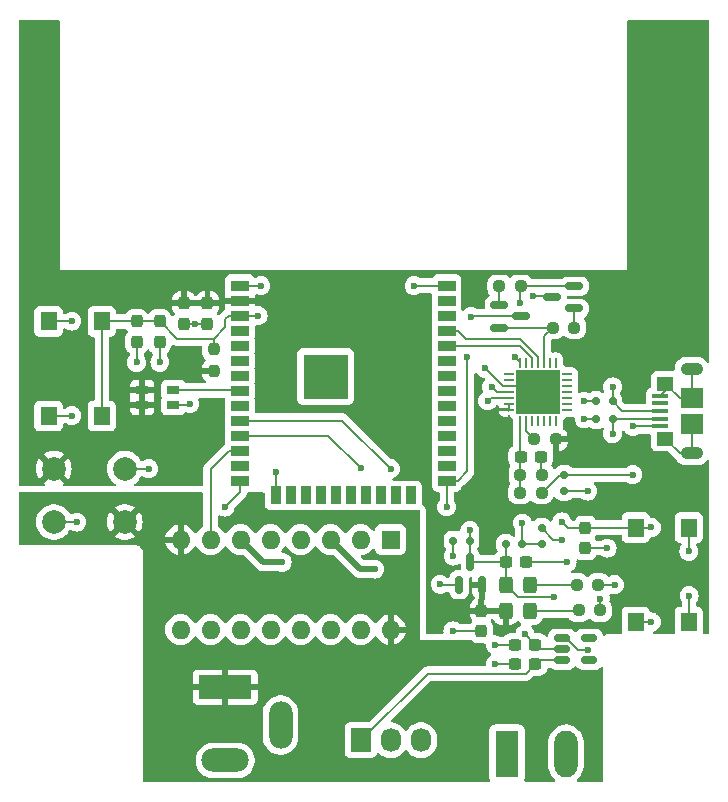
<source format=gbr>
%TF.GenerationSoftware,KiCad,Pcbnew,8.0.5-8.0.5-0~ubuntu24.04.1*%
%TF.CreationDate,2024-09-17T16:47:32-05:00*%
%TF.ProjectId,Airboat,41697262-6f61-4742-9e6b-696361645f70,rev?*%
%TF.SameCoordinates,Original*%
%TF.FileFunction,Copper,L1,Top*%
%TF.FilePolarity,Positive*%
%FSLAX46Y46*%
G04 Gerber Fmt 4.6, Leading zero omitted, Abs format (unit mm)*
G04 Created by KiCad (PCBNEW 8.0.5-8.0.5-0~ubuntu24.04.1) date 2024-09-17 16:47:32*
%MOMM*%
%LPD*%
G01*
G04 APERTURE LIST*
G04 Aperture macros list*
%AMRoundRect*
0 Rectangle with rounded corners*
0 $1 Rounding radius*
0 $2 $3 $4 $5 $6 $7 $8 $9 X,Y pos of 4 corners*
0 Add a 4 corners polygon primitive as box body*
4,1,4,$2,$3,$4,$5,$6,$7,$8,$9,$2,$3,0*
0 Add four circle primitives for the rounded corners*
1,1,$1+$1,$2,$3*
1,1,$1+$1,$4,$5*
1,1,$1+$1,$6,$7*
1,1,$1+$1,$8,$9*
0 Add four rect primitives between the rounded corners*
20,1,$1+$1,$2,$3,$4,$5,0*
20,1,$1+$1,$4,$5,$6,$7,0*
20,1,$1+$1,$6,$7,$8,$9,0*
20,1,$1+$1,$8,$9,$2,$3,0*%
G04 Aperture macros list end*
%TA.AperFunction,SMDPad,CuDef*%
%ADD10RoundRect,0.150000X-0.512500X-0.150000X0.512500X-0.150000X0.512500X0.150000X-0.512500X0.150000X0*%
%TD*%
%TA.AperFunction,ComponentPad*%
%ADD11R,1.730000X2.030000*%
%TD*%
%TA.AperFunction,ComponentPad*%
%ADD12O,1.730000X2.030000*%
%TD*%
%TA.AperFunction,SMDPad,CuDef*%
%ADD13RoundRect,0.237500X0.300000X0.237500X-0.300000X0.237500X-0.300000X-0.237500X0.300000X-0.237500X0*%
%TD*%
%TA.AperFunction,SMDPad,CuDef*%
%ADD14C,2.000000*%
%TD*%
%TA.AperFunction,SMDPad,CuDef*%
%ADD15RoundRect,0.237500X0.237500X-0.250000X0.237500X0.250000X-0.237500X0.250000X-0.237500X-0.250000X0*%
%TD*%
%TA.AperFunction,SMDPad,CuDef*%
%ADD16RoundRect,0.237500X-0.250000X-0.237500X0.250000X-0.237500X0.250000X0.237500X-0.250000X0.237500X0*%
%TD*%
%TA.AperFunction,SMDPad,CuDef*%
%ADD17RoundRect,0.237500X0.250000X0.237500X-0.250000X0.237500X-0.250000X-0.237500X0.250000X-0.237500X0*%
%TD*%
%TA.AperFunction,ComponentPad*%
%ADD18R,1.600000X1.600000*%
%TD*%
%TA.AperFunction,ComponentPad*%
%ADD19O,1.600000X1.600000*%
%TD*%
%TA.AperFunction,SMDPad,CuDef*%
%ADD20RoundRect,0.150000X-0.200000X0.150000X-0.200000X-0.150000X0.200000X-0.150000X0.200000X0.150000X0*%
%TD*%
%TA.AperFunction,SMDPad,CuDef*%
%ADD21R,1.400000X1.600000*%
%TD*%
%TA.AperFunction,SMDPad,CuDef*%
%ADD22RoundRect,0.150000X0.150000X0.200000X-0.150000X0.200000X-0.150000X-0.200000X0.150000X-0.200000X0*%
%TD*%
%TA.AperFunction,SMDPad,CuDef*%
%ADD23R,1.400000X0.400000*%
%TD*%
%TA.AperFunction,ComponentPad*%
%ADD24O,1.900000X1.050000*%
%TD*%
%TA.AperFunction,SMDPad,CuDef*%
%ADD25R,1.450000X1.150000*%
%TD*%
%TA.AperFunction,SMDPad,CuDef*%
%ADD26R,1.900000X1.750000*%
%TD*%
%TA.AperFunction,SMDPad,CuDef*%
%ADD27RoundRect,0.150000X0.150000X-0.587500X0.150000X0.587500X-0.150000X0.587500X-0.150000X-0.587500X0*%
%TD*%
%TA.AperFunction,SMDPad,CuDef*%
%ADD28RoundRect,0.237500X0.237500X-0.300000X0.237500X0.300000X-0.237500X0.300000X-0.237500X-0.300000X0*%
%TD*%
%TA.AperFunction,SMDPad,CuDef*%
%ADD29R,1.500000X0.900000*%
%TD*%
%TA.AperFunction,SMDPad,CuDef*%
%ADD30R,0.900000X1.500000*%
%TD*%
%TA.AperFunction,SMDPad,CuDef*%
%ADD31R,0.900000X0.900000*%
%TD*%
%TA.AperFunction,HeatsinkPad*%
%ADD32C,0.600000*%
%TD*%
%TA.AperFunction,SMDPad,CuDef*%
%ADD33R,3.800000X3.800000*%
%TD*%
%TA.AperFunction,SMDPad,CuDef*%
%ADD34RoundRect,0.237500X-0.300000X-0.237500X0.300000X-0.237500X0.300000X0.237500X-0.300000X0.237500X0*%
%TD*%
%TA.AperFunction,ComponentPad*%
%ADD35R,4.500000X2.000000*%
%TD*%
%TA.AperFunction,ComponentPad*%
%ADD36O,4.000000X2.000000*%
%TD*%
%TA.AperFunction,ComponentPad*%
%ADD37O,2.000000X4.000000*%
%TD*%
%TA.AperFunction,SMDPad,CuDef*%
%ADD38RoundRect,0.237500X-0.237500X0.300000X-0.237500X-0.300000X0.237500X-0.300000X0.237500X0.300000X0*%
%TD*%
%TA.AperFunction,SMDPad,CuDef*%
%ADD39RoundRect,0.150000X-0.150000X-0.200000X0.150000X-0.200000X0.150000X0.200000X-0.150000X0.200000X0*%
%TD*%
%TA.AperFunction,SMDPad,CuDef*%
%ADD40RoundRect,0.250000X0.325000X0.450000X-0.325000X0.450000X-0.325000X-0.450000X0.325000X-0.450000X0*%
%TD*%
%TA.AperFunction,SMDPad,CuDef*%
%ADD41RoundRect,0.150000X-0.587500X-0.150000X0.587500X-0.150000X0.587500X0.150000X-0.587500X0.150000X0*%
%TD*%
%TA.AperFunction,SMDPad,CuDef*%
%ADD42RoundRect,0.062500X-0.325000X-0.062500X0.325000X-0.062500X0.325000X0.062500X-0.325000X0.062500X0*%
%TD*%
%TA.AperFunction,SMDPad,CuDef*%
%ADD43RoundRect,0.062500X-0.062500X-0.325000X0.062500X-0.325000X0.062500X0.325000X-0.062500X0.325000X0*%
%TD*%
%TA.AperFunction,HeatsinkPad*%
%ADD44R,3.750000X3.750000*%
%TD*%
%TA.AperFunction,SMDPad,CuDef*%
%ADD45RoundRect,0.150000X0.587500X0.150000X-0.587500X0.150000X-0.587500X-0.150000X0.587500X-0.150000X0*%
%TD*%
%TA.AperFunction,SMDPad,CuDef*%
%ADD46R,1.050000X0.800000*%
%TD*%
%TA.AperFunction,ComponentPad*%
%ADD47R,1.980000X3.960000*%
%TD*%
%TA.AperFunction,ComponentPad*%
%ADD48O,1.980000X3.960000*%
%TD*%
%TA.AperFunction,ViaPad*%
%ADD49C,0.600000*%
%TD*%
%TA.AperFunction,Conductor*%
%ADD50C,0.200000*%
%TD*%
%TA.AperFunction,Conductor*%
%ADD51C,0.500000*%
%TD*%
G04 APERTURE END LIST*
D10*
%TO.P,U6,5,NC*%
%TO.N,unconnected-(U6-NC-Pad5)*%
X157429200Y-119613600D03*
%TO.P,U6,4,NC*%
%TO.N,unconnected-(U6-NC-Pad4)*%
X157429200Y-121513600D03*
%TO.P,U6,3,Vout*%
%TO.N,+5V*%
X155154200Y-121513600D03*
%TO.P,U6,2,Vin*%
%TO.N,+V_MCU*%
X155154200Y-120563600D03*
%TO.P,U6,1,GND*%
%TO.N,GND*%
X155154200Y-119613600D03*
%TD*%
D11*
%TO.P,J1,1,Pin_1*%
%TO.N,+5V*%
X138125200Y-128270000D03*
D12*
%TO.P,J1,2,Pin_2*%
%TO.N,GND*%
X140665200Y-128270000D03*
%TO.P,J1,3,Pin_3*%
%TO.N,RUDDER_SIG*%
X143205200Y-128270000D03*
%TD*%
D13*
%TO.P,C6,1*%
%TO.N,+5V*%
X152881500Y-121843800D03*
%TO.P,C6,2*%
%TO.N,GND*%
X151156500Y-121843800D03*
%TD*%
%TO.P,C5,2*%
%TO.N,GND*%
X151157600Y-120167400D03*
%TO.P,C5,1*%
%TO.N,+V_MCU*%
X152882600Y-120167400D03*
%TD*%
D14*
%TO.P,5V_USB1,1,1*%
%TO.N,+5_USB*%
X112142546Y-109780379D03*
%TD*%
D15*
%TO.P,R1,1*%
%TO.N,+3.3V*%
X125678160Y-97002886D03*
%TO.P,R1,2*%
%TO.N,EN*%
X125678160Y-95177886D03*
%TD*%
D16*
%TO.P,R6,1*%
%TO.N,RTS*%
X154385880Y-93324242D03*
%TO.P,R6,2*%
%TO.N,/USB/RTS_BASE*%
X156210880Y-93324242D03*
%TD*%
D17*
%TO.P,R5,1*%
%TO.N,DTR*%
X151659600Y-89814400D03*
%TO.P,R5,2*%
%TO.N,/USB/DTR_BASE*%
X149834600Y-89814400D03*
%TD*%
D18*
%TO.P,U5,1,EN1\u002C2*%
%TO.N,FAN_PWM*%
X140642546Y-111280379D03*
D19*
%TO.P,U5,2,1A*%
%TO.N,FAN_F*%
X138102546Y-111280379D03*
%TO.P,U5,3,1Y*%
%TO.N,FAN_POS*%
X135562546Y-111280379D03*
%TO.P,U5,4,GND*%
%TO.N,GND*%
X133022546Y-111280379D03*
%TO.P,U5,5,GND*%
X130482546Y-111280379D03*
%TO.P,U5,6,2Y*%
%TO.N,FAN_NEG*%
X127942546Y-111280379D03*
%TO.P,U5,7,2A*%
%TO.N,FAN_B*%
X125402546Y-111280379D03*
%TO.P,U5,8,VCC2*%
%TO.N,+BATT*%
X122862546Y-111280379D03*
%TO.P,U5,9,EN3\u002C4*%
%TO.N,unconnected-(U5-EN3\u002C4-Pad9)*%
X122862546Y-118900379D03*
%TO.P,U5,10,3A*%
%TO.N,unconnected-(U5-3A-Pad10)*%
X125402546Y-118900379D03*
%TO.P,U5,11,3Y*%
%TO.N,unconnected-(U5-3Y-Pad11)*%
X127942546Y-118900379D03*
%TO.P,U5,12,GND*%
%TO.N,GND*%
X130482546Y-118900379D03*
%TO.P,U5,13,GND*%
X133022546Y-118900379D03*
%TO.P,U5,14,4Y*%
%TO.N,unconnected-(U5-4Y-Pad14)*%
X135562546Y-118900379D03*
%TO.P,U5,15,4A*%
%TO.N,unconnected-(U5-4A-Pad15)*%
X138102546Y-118900379D03*
%TO.P,U5,16,VCC1*%
%TO.N,+BATT*%
X140642546Y-118900379D03*
%TD*%
D20*
%TO.P,D1,1,K*%
%TO.N,GND*%
X155337387Y-107183100D03*
%TO.P,D1,2,A*%
%TO.N,+VBUS*%
X155337387Y-105783100D03*
%TD*%
D21*
%TO.P,SW1,1,1*%
%TO.N,GND*%
X165908444Y-110260692D03*
X165908444Y-118260692D03*
%TO.P,SW1,2,2*%
%TO.N,IO0*%
X161408444Y-110260692D03*
X161408444Y-118260692D03*
%TD*%
D17*
%TO.P,R3,1*%
%TO.N,+VBUS*%
X153426221Y-107311582D03*
%TO.P,R3,2*%
%TO.N,/USB/CP2102_VBUS*%
X151601221Y-107311582D03*
%TD*%
D22*
%TO.P,D4,1,K*%
%TO.N,GND*%
X158038010Y-101052906D03*
%TO.P,D4,2,A*%
%TO.N,USB_DM*%
X159438010Y-101052906D03*
%TD*%
D23*
%TO.P,J4,1,VBUS*%
%TO.N,+VBUS*%
X163492546Y-101705379D03*
%TO.P,J4,2,D-*%
%TO.N,USB_DM*%
X163492546Y-101055379D03*
%TO.P,J4,3,D+*%
%TO.N,USB_DP*%
X163492546Y-100405379D03*
%TO.P,J4,4,ID*%
%TO.N,unconnected-(J4-ID-Pad4)*%
X163492546Y-99755379D03*
%TO.P,J4,5,GND*%
%TO.N,GND*%
X163492546Y-99105379D03*
D24*
%TO.P,J4,6,Shield*%
X166142546Y-103980379D03*
D25*
X163912546Y-102725379D03*
D26*
X166142546Y-101530379D03*
X166142546Y-99280379D03*
D25*
X163912546Y-98085379D03*
D24*
X166142546Y-96830379D03*
%TD*%
D16*
%TO.P,R4,1*%
%TO.N,/USB/CP2102_VBUS*%
X151616202Y-105784257D03*
%TO.P,R4,2*%
%TO.N,Net-(C4-Pad2)*%
X153441202Y-105784257D03*
%TD*%
D27*
%TO.P,U3,1,GND*%
%TO.N,GND*%
X146454992Y-115091735D03*
%TO.P,U3,2,VO*%
%TO.N,+3.3V*%
X148354992Y-115091735D03*
%TO.P,U3,3,VI*%
%TO.N,+V_MCU*%
X147404992Y-113216735D03*
%TD*%
D14*
%TO.P,3v3,1,1*%
%TO.N,+3.3V*%
X112142546Y-105280379D03*
%TD*%
D21*
%TO.P,SW3,1,1*%
%TO.N,GND*%
X111683764Y-100805103D03*
X111683764Y-92805103D03*
%TO.P,SW3,2,2*%
%TO.N,EN*%
X116183764Y-100805103D03*
X116183764Y-92805103D03*
%TD*%
D28*
%TO.P,C11,1*%
%TO.N,GND*%
X119152007Y-94532969D03*
%TO.P,C11,2*%
%TO.N,EN*%
X119152007Y-92807969D03*
%TD*%
D29*
%TO.P,U1,1,GND*%
%TO.N,GND*%
X127892546Y-89775379D03*
%TO.P,U1,2,VDD*%
%TO.N,+3.3V*%
X127892546Y-91045379D03*
%TO.P,U1,3,EN*%
%TO.N,EN*%
X127892546Y-92315379D03*
%TO.P,U1,4,SENSOR_VP*%
%TO.N,unconnected-(U1-SENSOR_VP-Pad4)*%
X127892546Y-93585379D03*
%TO.P,U1,5,SENSOR_VN*%
%TO.N,unconnected-(U1-SENSOR_VN-Pad5)*%
X127892546Y-94855379D03*
%TO.P,U1,6,IO34*%
%TO.N,unconnected-(U1-IO34-Pad6)*%
X127892546Y-96125379D03*
%TO.P,U1,7,IO35*%
%TO.N,unconnected-(U1-IO35-Pad7)*%
X127892546Y-97395379D03*
%TO.P,U1,8,IO32*%
%TO.N,OSC_OUT*%
X127892546Y-98665379D03*
%TO.P,U1,9,IO33*%
%TO.N,unconnected-(U1-IO33-Pad9)*%
X127892546Y-99935379D03*
%TO.P,U1,10,IO25*%
%TO.N,FAN_PWM*%
X127892546Y-101205379D03*
%TO.P,U1,11,IO26*%
%TO.N,FAN_F*%
X127892546Y-102475379D03*
%TO.P,U1,12,IO27*%
%TO.N,FAN_B*%
X127892546Y-103745379D03*
%TO.P,U1,13,IO14*%
%TO.N,unconnected-(U1-IO14-Pad13)*%
X127892546Y-105015379D03*
%TO.P,U1,14,IO12*%
%TO.N,RUDDER_SIG*%
X127892546Y-106285379D03*
D30*
%TO.P,U1,15,GND*%
%TO.N,GND*%
X130932546Y-107535379D03*
%TO.P,U1,16,IO13*%
%TO.N,unconnected-(U1-IO13-Pad16)*%
X132202546Y-107535379D03*
%TO.P,U1,17,NC*%
%TO.N,unconnected-(U1-NC-Pad17)*%
X133472546Y-107535379D03*
%TO.P,U1,18,NC*%
%TO.N,unconnected-(U1-NC-Pad18)*%
X134742546Y-107535379D03*
%TO.P,U1,19,NC*%
%TO.N,unconnected-(U1-NC-Pad19)*%
X136012546Y-107535379D03*
%TO.P,U1,20,NC*%
%TO.N,unconnected-(U1-NC-Pad20)*%
X137282546Y-107535379D03*
%TO.P,U1,21,NC*%
%TO.N,unconnected-(U1-NC-Pad21)*%
X138552546Y-107535379D03*
%TO.P,U1,22,NC*%
%TO.N,unconnected-(U1-NC-Pad22)*%
X139822546Y-107535379D03*
%TO.P,U1,23,IO15*%
%TO.N,unconnected-(U1-IO15-Pad23)*%
X141092546Y-107535379D03*
%TO.P,U1,24,IO2*%
%TO.N,unconnected-(U1-IO2-Pad24)*%
X142362546Y-107535379D03*
D29*
%TO.P,U1,25,IO0*%
%TO.N,IO0*%
X145392546Y-106285379D03*
%TO.P,U1,26,IO4*%
%TO.N,unconnected-(U1-IO4-Pad26)*%
X145392546Y-105015379D03*
%TO.P,U1,27,IO16*%
%TO.N,unconnected-(U1-IO16-Pad27)*%
X145392546Y-103745379D03*
%TO.P,U1,28,IO17*%
%TO.N,unconnected-(U1-IO17-Pad28)*%
X145392546Y-102475379D03*
%TO.P,U1,29,IO5*%
%TO.N,unconnected-(U1-IO5-Pad29)*%
X145392546Y-101205379D03*
%TO.P,U1,30,IO18*%
%TO.N,unconnected-(U1-IO18-Pad30)*%
X145392546Y-99935379D03*
%TO.P,U1,31,IO19*%
%TO.N,unconnected-(U1-IO19-Pad31)*%
X145392546Y-98665379D03*
%TO.P,U1,32,NC*%
%TO.N,unconnected-(U1-NC-Pad32)*%
X145392546Y-97395379D03*
%TO.P,U1,33,IO21*%
%TO.N,unconnected-(U1-IO21-Pad33)*%
X145392546Y-96125379D03*
%TO.P,U1,34,RXD0/IO3*%
%TO.N,MCU_RXD0*%
X145392546Y-94855379D03*
%TO.P,U1,35,TXD0/IO1*%
%TO.N,MCU_TXD0*%
X145392546Y-93585379D03*
%TO.P,U1,36,IO22*%
%TO.N,unconnected-(U1-IO22-Pad36)*%
X145392546Y-92315379D03*
%TO.P,U1,37,IO23*%
%TO.N,unconnected-(U1-IO23-Pad37)*%
X145392546Y-91045379D03*
%TO.P,U1,38,GND*%
%TO.N,GND*%
X145392546Y-89775379D03*
D31*
%TO.P,U1,39,GND*%
X133742546Y-96095379D03*
D32*
X133742546Y-96795379D03*
D31*
X133742546Y-97495379D03*
D32*
X133742546Y-98195379D03*
D31*
X133742546Y-98895379D03*
D32*
X134442546Y-96095379D03*
X134442546Y-97495379D03*
X134442546Y-98895379D03*
X135117546Y-96795379D03*
X135117546Y-98195379D03*
D31*
X135142546Y-96095379D03*
X135142546Y-97495379D03*
D33*
X135142546Y-97495379D03*
D31*
X135142546Y-98895379D03*
D32*
X135842546Y-96095379D03*
X135842546Y-97495379D03*
X135842546Y-98895379D03*
D31*
X136542546Y-96095379D03*
D32*
X136542546Y-96795379D03*
D31*
X136542546Y-97495379D03*
D32*
X136542546Y-98195379D03*
D31*
X136542546Y-98895379D03*
%TD*%
D20*
%TO.P,D2,1,K*%
%TO.N,+5_USB*%
X153433800Y-111680379D03*
%TO.P,D2,2,A*%
%TO.N,+VBUS*%
X153433800Y-110280379D03*
%TD*%
D34*
%TO.P,C7,1*%
%TO.N,+V_MCU*%
X150394098Y-113217261D03*
%TO.P,C7,2*%
%TO.N,GND*%
X152119098Y-113217261D03*
%TD*%
D22*
%TO.P,D6,1,K*%
%TO.N,+V_MCU*%
X150396284Y-111674067D03*
%TO.P,D6,2,A*%
%TO.N,+5_USB*%
X151796284Y-111674067D03*
%TD*%
D35*
%TO.P,J2,1*%
%TO.N,+BATT*%
X126642546Y-123780379D03*
D36*
%TO.P,J2,2*%
%TO.N,GND*%
X126642546Y-129980379D03*
D37*
%TO.P,J2,3*%
X131342546Y-126980379D03*
%TD*%
D14*
%TO.P,5V1,1,1*%
%TO.N,+V_MCU*%
X118142546Y-105280379D03*
%TD*%
D38*
%TO.P,C2,1*%
%TO.N,+3.3V*%
X123142546Y-91280379D03*
%TO.P,C2,2*%
%TO.N,GND*%
X123142546Y-93005379D03*
%TD*%
%TO.P,C3,1*%
%TO.N,+3.3V*%
X125142546Y-91280379D03*
%TO.P,C3,2*%
%TO.N,GND*%
X125142546Y-93005379D03*
%TD*%
D22*
%TO.P,D3,1,K*%
%TO.N,GND*%
X158038010Y-99574168D03*
%TO.P,D3,2,A*%
%TO.N,USB_DP*%
X159438010Y-99574168D03*
%TD*%
D39*
%TO.P,D5,1,K*%
%TO.N,+V_MCU*%
X147349885Y-111373957D03*
%TO.P,D5,2,A*%
%TO.N,+BATT*%
X145949885Y-111373957D03*
%TD*%
D34*
%TO.P,C4,1*%
%TO.N,/USB/CP2102_VBUS*%
X151652554Y-104260511D03*
%TO.P,C4,2*%
%TO.N,Net-(C4-Pad2)*%
X153377554Y-104260511D03*
%TD*%
D40*
%TO.P,D8,1,K*%
%TO.N,Net-(D8-K)*%
X152445593Y-117297388D03*
%TO.P,D8,2,A*%
%TO.N,+3.3V*%
X150395593Y-117297388D03*
%TD*%
D38*
%TO.P,C1,1*%
%TO.N,EN*%
X121099174Y-92803617D03*
%TO.P,C1,2*%
%TO.N,GND*%
X121099174Y-94528617D03*
%TD*%
D40*
%TO.P,D7,1,K*%
%TO.N,Net-(D7-K)*%
X152434096Y-115122880D03*
%TO.P,D7,2,A*%
%TO.N,+V_MCU*%
X150384096Y-115122880D03*
%TD*%
D41*
%TO.P,Q2,1,B*%
%TO.N,/USB/DTR_BASE*%
X149841268Y-91437641D03*
%TO.P,Q2,2,E*%
%TO.N,RTS*%
X149841268Y-93337641D03*
%TO.P,Q2,3,C*%
%TO.N,EN*%
X151716268Y-92387641D03*
%TD*%
D16*
%TO.P,R8,1*%
%TO.N,Net-(D8-K)*%
X156557850Y-117284138D03*
%TO.P,R8,2*%
%TO.N,GND*%
X158382850Y-117284138D03*
%TD*%
D38*
%TO.P,C8,1*%
%TO.N,+3.3V*%
X148331831Y-117298531D03*
%TO.P,C8,2*%
%TO.N,GND*%
X148331831Y-119023531D03*
%TD*%
D14*
%TO.P,VBAT1,1,1*%
%TO.N,+BATT*%
X118142546Y-109780379D03*
%TD*%
D16*
%TO.P,R7,1*%
%TO.N,Net-(D7-K)*%
X156420058Y-115115633D03*
%TO.P,R7,2*%
%TO.N,GND*%
X158245058Y-115115633D03*
%TD*%
D42*
%TO.P,U2,1,~{DCD}*%
%TO.N,unconnected-(U2-~{DCD}-Pad1)*%
X150680046Y-97280379D03*
%TO.P,U2,2,~{RI}/CLK*%
%TO.N,unconnected-(U2-~{RI}{slash}CLK-Pad2)*%
X150680046Y-97780379D03*
%TO.P,U2,3,GND*%
%TO.N,GND*%
X150680046Y-98280379D03*
%TO.P,U2,4,D+*%
%TO.N,USB_DP*%
X150680046Y-98780379D03*
%TO.P,U2,5,D-*%
%TO.N,USB_DM*%
X150680046Y-99280379D03*
%TO.P,U2,6,VDD*%
%TO.N,+3.3V*%
X150680046Y-99780379D03*
%TO.P,U2,7,VREGIN*%
X150680046Y-100280379D03*
D43*
%TO.P,U2,8,VBUS*%
%TO.N,/USB/CP2102_VBUS*%
X151642546Y-101242879D03*
%TO.P,U2,9,~{RST}*%
%TO.N,/USB/CP2102_RST*%
X152142546Y-101242879D03*
%TO.P,U2,10,NC*%
%TO.N,unconnected-(U2-NC-Pad10)*%
X152642546Y-101242879D03*
%TO.P,U2,11,~{SUSPEND}*%
%TO.N,unconnected-(U2-~{SUSPEND}-Pad11)*%
X153142546Y-101242879D03*
%TO.P,U2,12,SUSPEND*%
%TO.N,unconnected-(U2-SUSPEND-Pad12)*%
X153642546Y-101242879D03*
%TO.P,U2,13,CHREN*%
%TO.N,unconnected-(U2-CHREN-Pad13)*%
X154142546Y-101242879D03*
%TO.P,U2,14,CHR1*%
%TO.N,unconnected-(U2-CHR1-Pad14)*%
X154642546Y-101242879D03*
D42*
%TO.P,U2,15,CHR0*%
%TO.N,unconnected-(U2-CHR0-Pad15)*%
X155605046Y-100280379D03*
%TO.P,U2,16,~{WAKEUP}/GPIO.3*%
%TO.N,unconnected-(U2-~{WAKEUP}{slash}GPIO.3-Pad16)*%
X155605046Y-99780379D03*
%TO.P,U2,17,RS485/GPIO.2*%
%TO.N,unconnected-(U2-RS485{slash}GPIO.2-Pad17)*%
X155605046Y-99280379D03*
%TO.P,U2,18,~{RXT}/GPIO.1*%
%TO.N,unconnected-(U2-~{RXT}{slash}GPIO.1-Pad18)*%
X155605046Y-98780379D03*
%TO.P,U2,19,~{TXT}/GPIO.0*%
%TO.N,unconnected-(U2-~{TXT}{slash}GPIO.0-Pad19)*%
X155605046Y-98280379D03*
%TO.P,U2,20,GPIO.6*%
%TO.N,unconnected-(U2-GPIO.6-Pad20)*%
X155605046Y-97780379D03*
%TO.P,U2,21,GPIO.5*%
%TO.N,unconnected-(U2-GPIO.5-Pad21)*%
X155605046Y-97280379D03*
D43*
%TO.P,U2,22,GPIO.4*%
%TO.N,unconnected-(U2-GPIO.4-Pad22)*%
X154642546Y-96317879D03*
%TO.P,U2,23,~{CTS}*%
%TO.N,unconnected-(U2-~{CTS}-Pad23)*%
X154142546Y-96317879D03*
%TO.P,U2,24,~{RTS}*%
%TO.N,RTS*%
X153642546Y-96317879D03*
%TO.P,U2,25,RXD*%
%TO.N,MCU_TXD0*%
X153142546Y-96317879D03*
%TO.P,U2,26,TXD*%
%TO.N,MCU_RXD0*%
X152642546Y-96317879D03*
%TO.P,U2,27,~{DSR}*%
%TO.N,unconnected-(U2-~{DSR}-Pad27)*%
X152142546Y-96317879D03*
%TO.P,U2,28,~{DTR}*%
%TO.N,DTR*%
X151642546Y-96317879D03*
D44*
%TO.P,U2,29,GND*%
%TO.N,GND*%
X153142546Y-98780379D03*
%TD*%
D28*
%TO.P,C9,1*%
%TO.N,GND*%
X157142546Y-112005379D03*
%TO.P,C9,2*%
%TO.N,IO0*%
X157142546Y-110280379D03*
%TD*%
D45*
%TO.P,Q1,1,B*%
%TO.N,/USB/RTS_BASE*%
X156209600Y-91714400D03*
%TO.P,Q1,2,E*%
%TO.N,DTR*%
X156209600Y-89814400D03*
%TO.P,Q1,3,C*%
%TO.N,IO0*%
X154334600Y-90764400D03*
%TD*%
D46*
%TO.P,X1,1,VIO*%
%TO.N,+3.3V*%
X119608031Y-99850559D03*
%TO.P,X1,2,GND*%
%TO.N,GND*%
X122258031Y-99850559D03*
%TO.P,X1,3,OUT*%
%TO.N,OSC_OUT*%
X122258031Y-98650559D03*
%TO.P,X1,4,Vcc*%
%TO.N,+3.3V*%
X119608031Y-98650559D03*
%TD*%
D17*
%TO.P,R2,1*%
%TO.N,+3.3V*%
X154642546Y-102780379D03*
%TO.P,R2,2*%
%TO.N,/USB/CP2102_RST*%
X152817546Y-102780379D03*
%TD*%
D47*
%TO.P,J5,1,Pin_1*%
%TO.N,FAN_NEG*%
X150498800Y-129413000D03*
D48*
%TO.P,J5,2,Pin_2*%
%TO.N,FAN_POS*%
X155498800Y-129413000D03*
%TD*%
D49*
%TO.N,+BATT*%
X138912600Y-116459000D03*
X145948400Y-112674400D03*
%TO.N,RUDDER_SIG*%
X126619000Y-108534200D03*
%TO.N,GND*%
X149504400Y-121818400D03*
X149504400Y-120192800D03*
%TO.N,+V_MCU*%
X152019000Y-119278400D03*
X154482800Y-116154200D03*
%TO.N,GND*%
X157378400Y-120624600D03*
X113642546Y-92780379D03*
X165922632Y-116015410D03*
X157028939Y-99564375D03*
X165901643Y-112280492D03*
X123642546Y-99780379D03*
X155590222Y-113203435D03*
X157028939Y-101052906D03*
X130964204Y-105519772D03*
X145921237Y-119010942D03*
X113642546Y-100780379D03*
X144838212Y-115068057D03*
X157332363Y-107185169D03*
X124097360Y-93013539D03*
X129642546Y-89780379D03*
X159607582Y-115105222D03*
X158395763Y-116269744D03*
X158985406Y-112001468D03*
X142642546Y-89780379D03*
X148642546Y-96780379D03*
X121110601Y-96271221D03*
X119142546Y-96280379D03*
%TO.N,+V_MCU*%
X120158346Y-105277779D03*
X147361746Y-110510179D03*
%TO.N,IO0*%
X155142546Y-109780379D03*
X145393473Y-108498781D03*
X162728746Y-110256179D03*
X147142546Y-95780379D03*
X152709632Y-90636074D03*
X162728746Y-118257179D03*
%TO.N,EN*%
X147446773Y-92393778D03*
X129430469Y-92322903D03*
%TO.N,+VBUS*%
X161142546Y-105780379D03*
X155142546Y-111280379D03*
X161141161Y-101687483D03*
%TO.N,+5_USB*%
X151806746Y-109900579D03*
X114062346Y-109798979D03*
%TO.N,USB_DP*%
X159452146Y-98343579D03*
X149190546Y-98343579D03*
%TO.N,USB_DM*%
X159434939Y-102311646D03*
X148860346Y-99537379D03*
%TO.N,DTR*%
X151142546Y-95780379D03*
X151642546Y-91280379D03*
%TO.N,FAN_F*%
X138106346Y-105219003D03*
%TO.N,FAN_PWM*%
X140642546Y-105280379D03*
%TO.N,FAN_POS*%
X139309946Y-113786779D03*
%TO.N,FAN_NEG*%
X131461346Y-113202579D03*
%TD*%
D50*
%TO.N,+BATT*%
X145949885Y-111373957D02*
X145949885Y-112672915D01*
X145949885Y-112672915D02*
X145948400Y-112674400D01*
X138912600Y-116459000D02*
X140420250Y-116459000D01*
X140420250Y-116459000D02*
X140642546Y-116681296D01*
%TO.N,RUDDER_SIG*%
X127892546Y-106285379D02*
X127892546Y-107260654D01*
X127892546Y-107260654D02*
X126619000Y-108534200D01*
%TO.N,+5V*%
X138125200Y-128270000D02*
X143776400Y-122618800D01*
X143776400Y-122618800D02*
X152106500Y-122618800D01*
X152106500Y-122618800D02*
X152881500Y-121843800D01*
%TO.N,GND*%
X149529800Y-121843800D02*
X149504400Y-121818400D01*
X151156500Y-121843800D02*
X149529800Y-121843800D01*
X149529800Y-120167400D02*
X149504400Y-120192800D01*
X151157600Y-120167400D02*
X149529800Y-120167400D01*
%TO.N,+V_MCU*%
X150384096Y-115122880D02*
X151415416Y-116154200D01*
X151415416Y-116154200D02*
X154482800Y-116154200D01*
X152019000Y-119278400D02*
X152019000Y-119303800D01*
X152019000Y-119303800D02*
X152882600Y-120167400D01*
%TO.N,GND*%
X156518252Y-120624600D02*
X157378400Y-120624600D01*
X155507252Y-119613600D02*
X156518252Y-120624600D01*
X155154200Y-119613600D02*
X155507252Y-119613600D01*
%TO.N,+5V*%
X155154200Y-121513600D02*
X153211700Y-121513600D01*
X153211700Y-121513600D02*
X152881500Y-121843800D01*
%TO.N,+V_MCU*%
X155154200Y-120563600D02*
X153278800Y-120563600D01*
X153278800Y-120563600D02*
X152882600Y-120167400D01*
%TO.N,GND*%
X122258031Y-99850559D02*
X123572366Y-99850559D01*
X150680046Y-98280379D02*
X152642546Y-98280379D01*
X113617822Y-92805103D02*
X113642546Y-92780379D01*
X123142546Y-93005379D02*
X124089200Y-93005379D01*
X158382850Y-117284138D02*
X158382850Y-116282657D01*
X166142546Y-103980379D02*
X165167546Y-103980379D01*
X146454992Y-115091735D02*
X144861890Y-115091735D01*
X157038732Y-99574168D02*
X157028939Y-99564375D01*
X158245058Y-115115633D02*
X159597171Y-115115633D01*
X145933826Y-119023531D02*
X145921237Y-119010942D01*
X111683764Y-100805103D02*
X113617822Y-100805103D01*
X123572366Y-99850559D02*
X123642546Y-99780379D01*
X111683764Y-92805103D02*
X113617822Y-92805103D01*
X165908444Y-118260692D02*
X165908444Y-116029598D01*
X166142546Y-101530379D02*
X166142546Y-103980379D01*
X121099174Y-96259794D02*
X121110601Y-96271221D01*
X155576396Y-113217261D02*
X155590222Y-113203435D01*
X119152007Y-96270918D02*
X119142546Y-96280379D01*
X165107546Y-99280379D02*
X163912546Y-98085379D01*
X129637546Y-89775379D02*
X129642546Y-89780379D01*
X159597171Y-115115633D02*
X159607582Y-115105222D01*
X150142546Y-98280379D02*
X148642546Y-96780379D01*
X166142546Y-96830379D02*
X166142546Y-99280379D01*
X144861890Y-115091735D02*
X144838212Y-115068057D01*
X150680046Y-98280379D02*
X150142546Y-98280379D01*
X158038010Y-101052906D02*
X157028939Y-101052906D01*
X130932546Y-105551430D02*
X130964204Y-105519772D01*
X125142546Y-93005379D02*
X124105520Y-93005379D01*
X152119098Y-113217261D02*
X155576396Y-113217261D01*
X152642546Y-98280379D02*
X153142546Y-98780379D01*
X157330294Y-107183100D02*
X157332363Y-107185169D01*
X157142546Y-112005379D02*
X158981495Y-112005379D01*
X145392546Y-89775379D02*
X142647546Y-89775379D01*
X158382850Y-116282657D02*
X158395763Y-116269744D01*
X127892546Y-89775379D02*
X129637546Y-89775379D01*
X124089200Y-93005379D02*
X124097360Y-93013539D01*
X165908444Y-116029598D02*
X165922632Y-116015410D01*
X119152007Y-94532969D02*
X119152007Y-96270918D01*
X148331831Y-119023531D02*
X145933826Y-119023531D01*
X113617822Y-100805103D02*
X113642546Y-100780379D01*
X142647546Y-89775379D02*
X142642546Y-89780379D01*
X166142546Y-99280379D02*
X165107546Y-99280379D01*
X165908444Y-112273691D02*
X165901643Y-112280492D01*
X130932546Y-107535379D02*
X130932546Y-105551430D01*
X165908444Y-110260692D02*
X165908444Y-112273691D01*
X158038010Y-99574168D02*
X157038732Y-99574168D01*
X165167546Y-103980379D02*
X163912546Y-102725379D01*
X121099174Y-94528617D02*
X121099174Y-96259794D01*
X158981495Y-112005379D02*
X158985406Y-112001468D01*
X163912546Y-98685379D02*
X163492546Y-99105379D01*
X124105520Y-93005379D02*
X124097360Y-93013539D01*
X155337387Y-107183100D02*
X157330294Y-107183100D01*
X163912546Y-98085379D02*
X163912546Y-98685379D01*
%TO.N,+3.3V*%
X150680046Y-99780379D02*
X150680046Y-100280379D01*
%TO.N,Net-(C4-Pad2)*%
X153377554Y-104260511D02*
X153377554Y-105720609D01*
X153377554Y-105720609D02*
X153441202Y-105784257D01*
%TO.N,/USB/CP2102_VBUS*%
X151616202Y-105784257D02*
X151616202Y-104296863D01*
X151642546Y-104250503D02*
X151652554Y-104260511D01*
X151601221Y-107311582D02*
X151601221Y-105799238D01*
X151601221Y-105799238D02*
X151616202Y-105784257D01*
X151642546Y-101242879D02*
X151642546Y-104250503D01*
X151616202Y-104296863D02*
X151652554Y-104260511D01*
%TO.N,+BATT*%
X140642546Y-116681296D02*
X140642546Y-118900379D01*
%TO.N,+V_MCU*%
X147404992Y-113216735D02*
X150393572Y-113216735D01*
X147361746Y-110510179D02*
X147361746Y-111362096D01*
X150393572Y-113216735D02*
X150394098Y-113217261D01*
X147349885Y-113161628D02*
X147404992Y-113216735D01*
X150394098Y-113217261D02*
X150394098Y-115112878D01*
X147361746Y-111362096D02*
X147349885Y-111373957D01*
X150394098Y-115112878D02*
X150384096Y-115122880D01*
X150396284Y-113215075D02*
X150394098Y-113217261D01*
X118142546Y-105280379D02*
X120155746Y-105280379D01*
X150396284Y-111674067D02*
X150396284Y-113215075D01*
X120155746Y-105280379D02*
X120158346Y-105277779D01*
X147349885Y-111373957D02*
X147349885Y-113161628D01*
%TO.N,IO0*%
X154206274Y-90636074D02*
X154334600Y-90764400D01*
X145393473Y-108498781D02*
X145393473Y-106286306D01*
X157642546Y-110280379D02*
X157662233Y-110260692D01*
X157662233Y-110260692D02*
X161408444Y-110260692D01*
X162724233Y-110260692D02*
X162728746Y-110256179D01*
X145392546Y-106285379D02*
X146342546Y-106285379D01*
X152709632Y-90636074D02*
X154206274Y-90636074D01*
X155142546Y-109780379D02*
X155642546Y-110280379D01*
X145393473Y-106286306D02*
X145392546Y-106285379D01*
X157142546Y-110280379D02*
X157642546Y-110280379D01*
X147142546Y-105485379D02*
X147142546Y-95780379D01*
X155642546Y-110280379D02*
X157142546Y-110280379D01*
X162728746Y-118257179D02*
X161411957Y-118257179D01*
X161408444Y-110260692D02*
X162724233Y-110260692D01*
X146342546Y-106285379D02*
X147142546Y-105485379D01*
X161411957Y-118257179D02*
X161408444Y-118260692D01*
%TO.N,EN*%
X147452910Y-92387641D02*
X147446773Y-92393778D01*
X119156359Y-92803617D02*
X119152007Y-92807969D01*
X119152007Y-92807969D02*
X116186630Y-92807969D01*
X122575936Y-94280379D02*
X121099174Y-92803617D01*
X127900070Y-92322903D02*
X127892546Y-92315379D01*
X125671768Y-94280379D02*
X125678160Y-94286771D01*
X116186630Y-92807969D02*
X116183764Y-92805103D01*
X126642546Y-93309601D02*
X125671768Y-94280379D01*
X126942546Y-92315379D02*
X126642546Y-92615379D01*
X121099174Y-92803617D02*
X119156359Y-92803617D01*
X121099174Y-92803617D02*
X121099174Y-92737007D01*
X126642546Y-92615379D02*
X126642546Y-93309601D01*
X127892546Y-92315379D02*
X126942546Y-92315379D01*
X116183764Y-92805103D02*
X116183764Y-100805103D01*
X125678160Y-94286771D02*
X125678160Y-95177886D01*
X125671768Y-94280379D02*
X122575936Y-94280379D01*
X129430469Y-92322903D02*
X127900070Y-92322903D01*
X151716268Y-92387641D02*
X147452910Y-92387641D01*
%TO.N,+VBUS*%
X153426221Y-107311582D02*
X154954703Y-105783100D01*
X159642546Y-105780379D02*
X159639825Y-105783100D01*
X154433800Y-111280379D02*
X153433800Y-110280379D01*
X161159057Y-101705379D02*
X161141161Y-101687483D01*
X161142546Y-105780379D02*
X159642546Y-105780379D01*
X163492546Y-101705379D02*
X161159057Y-101705379D01*
X153426221Y-107564054D02*
X153433800Y-107571633D01*
X159639825Y-105783100D02*
X155337387Y-105783100D01*
X153426221Y-107311582D02*
X153426221Y-107564054D01*
X153426221Y-110272800D02*
X153433800Y-110280379D01*
X155142546Y-111280379D02*
X154433800Y-111280379D01*
X154954703Y-105783100D02*
X155337387Y-105783100D01*
%TO.N,+5_USB*%
X151806746Y-109900579D02*
X151806746Y-111663605D01*
X114043746Y-109780379D02*
X114062346Y-109798979D01*
X112142546Y-109780379D02*
X114043746Y-109780379D01*
X151802596Y-111680379D02*
X151796284Y-111674067D01*
X153433800Y-111680379D02*
X151802596Y-111680379D01*
X151806746Y-111663605D02*
X151796284Y-111674067D01*
%TO.N,USB_DP*%
X163492546Y-100405379D02*
X160269221Y-100405379D01*
X149627346Y-98780379D02*
X149190546Y-98343579D01*
X159452146Y-98343579D02*
X159452146Y-99560032D01*
X150680046Y-98780379D02*
X149627346Y-98780379D01*
X160269221Y-100405379D02*
X159438010Y-99574168D01*
X159452146Y-99560032D02*
X159438010Y-99574168D01*
%TO.N,USB_DM*%
X161917546Y-101055379D02*
X161915073Y-101052906D01*
X161915073Y-101052906D02*
X159438010Y-101052906D01*
X159434939Y-102311646D02*
X159434939Y-101055977D01*
X159434939Y-101055977D02*
X159438010Y-101052906D01*
X149117346Y-99280379D02*
X148860346Y-99537379D01*
X150680046Y-99280379D02*
X149117346Y-99280379D01*
X163492546Y-101055379D02*
X161917546Y-101055379D01*
%TO.N,Net-(D7-K)*%
X152434096Y-115122880D02*
X156412811Y-115122880D01*
X156412811Y-115122880D02*
X156420058Y-115115633D01*
%TO.N,Net-(D8-K)*%
X152445593Y-117297388D02*
X156544600Y-117297388D01*
X156544600Y-117297388D02*
X156557850Y-117284138D01*
%TO.N,RTS*%
X154372481Y-93337641D02*
X154385880Y-93324242D01*
X153642546Y-96317879D02*
X153642546Y-94067576D01*
X149841268Y-93337641D02*
X154372481Y-93337641D01*
X153642546Y-94067576D02*
X154385880Y-93324242D01*
%TO.N,/USB/RTS_BASE*%
X156209600Y-93322962D02*
X156210880Y-93324242D01*
X156209600Y-91714400D02*
X156209600Y-93322962D01*
%TO.N,DTR*%
X151642546Y-89831454D02*
X151659600Y-89814400D01*
X151659600Y-89814400D02*
X156209600Y-89814400D01*
X151642546Y-96280379D02*
X151142546Y-95780379D01*
X151642546Y-96317879D02*
X151642546Y-96280379D01*
X151642546Y-91280379D02*
X151642546Y-89831454D01*
%TO.N,/USB/DTR_BASE*%
X149834600Y-91430973D02*
X149841268Y-91437641D01*
X149834600Y-89814400D02*
X149834600Y-91430973D01*
%TO.N,unconnected-(U1-IO14-Pad13)*%
X127892546Y-105015379D02*
X127988153Y-104919772D01*
%TO.N,FAN_B*%
X126942546Y-103745379D02*
X125402546Y-105285379D01*
X127892546Y-103745379D02*
X126942546Y-103745379D01*
X125402546Y-105285379D02*
X125402546Y-111280379D01*
%TO.N,OSC_OUT*%
X122258031Y-98650559D02*
X127877726Y-98650559D01*
X127877726Y-98650559D02*
X127892546Y-98665379D01*
%TO.N,MCU_RXD0*%
X152642546Y-95915993D02*
X151581932Y-94855379D01*
X152642546Y-96317879D02*
X152642546Y-95915993D01*
X151581932Y-94855379D02*
X145392546Y-94855379D01*
%TO.N,MCU_TXD0*%
X153142546Y-96317879D02*
X153142546Y-95850307D01*
X151572618Y-94280379D02*
X147037546Y-94280379D01*
X146342546Y-93585379D02*
X145392546Y-93585379D01*
X153142546Y-95850307D02*
X151572618Y-94280379D01*
X147037546Y-94280379D02*
X146342546Y-93585379D01*
%TO.N,FAN_F*%
X135362722Y-102475379D02*
X138106346Y-105219003D01*
X127892546Y-102475379D02*
X135362722Y-102475379D01*
%TO.N,FAN_PWM*%
X127892546Y-101205379D02*
X136567546Y-101205379D01*
X136567546Y-101205379D02*
X140642546Y-105280379D01*
D51*
%TO.N,FAN_POS*%
X138068946Y-113786779D02*
X139309946Y-113786779D01*
X135562546Y-111280379D02*
X138068946Y-113786779D01*
%TO.N,FAN_NEG*%
X127942546Y-111280379D02*
X129864746Y-113202579D01*
X129864746Y-113202579D02*
X131461346Y-113202579D01*
D50*
%TO.N,/USB/CP2102_RST*%
X152142546Y-102105379D02*
X152817546Y-102780379D01*
X152142546Y-101242879D02*
X152142546Y-102105379D01*
%TD*%
%TA.AperFunction,Conductor*%
%TO.N,+BATT*%
G36*
X124745085Y-107300064D02*
G01*
X124790840Y-107352868D01*
X124802046Y-107404379D01*
X124802046Y-110048685D01*
X124782361Y-110115724D01*
X124749169Y-110150260D01*
X124563405Y-110280332D01*
X124402500Y-110441237D01*
X124288153Y-110604544D01*
X124271978Y-110627645D01*
X124271861Y-110627897D01*
X124244652Y-110686246D01*
X124198479Y-110738685D01*
X124131285Y-110757836D01*
X124064404Y-110737620D01*
X124019888Y-110686244D01*
X123992681Y-110627899D01*
X123992680Y-110627897D01*
X123862203Y-110441558D01*
X123701366Y-110280721D01*
X123515028Y-110150244D01*
X123308874Y-110054113D01*
X123112546Y-110001506D01*
X123112546Y-110964693D01*
X123108152Y-110960299D01*
X123016940Y-110907638D01*
X122915207Y-110880379D01*
X122809885Y-110880379D01*
X122708152Y-110907638D01*
X122616940Y-110960299D01*
X122612546Y-110964693D01*
X122612546Y-110001506D01*
X122416217Y-110054113D01*
X122210063Y-110150244D01*
X122023725Y-110280721D01*
X121862888Y-110441558D01*
X121732411Y-110627896D01*
X121636280Y-110834052D01*
X121636276Y-110834061D01*
X121583673Y-111030378D01*
X121583674Y-111030379D01*
X122546860Y-111030379D01*
X122542466Y-111034773D01*
X122489805Y-111125985D01*
X122462546Y-111227718D01*
X122462546Y-111333040D01*
X122489805Y-111434773D01*
X122542466Y-111525985D01*
X122546860Y-111530379D01*
X121583674Y-111530379D01*
X121636276Y-111726696D01*
X121636280Y-111726705D01*
X121732411Y-111932861D01*
X121862888Y-112119199D01*
X122023725Y-112280036D01*
X122210063Y-112410513D01*
X122416219Y-112506644D01*
X122416228Y-112506648D01*
X122612545Y-112559251D01*
X122612546Y-112559250D01*
X122612546Y-111596065D01*
X122616940Y-111600459D01*
X122708152Y-111653120D01*
X122809885Y-111680379D01*
X122915207Y-111680379D01*
X123016940Y-111653120D01*
X123108152Y-111600459D01*
X123112546Y-111596065D01*
X123112546Y-112559251D01*
X123308863Y-112506648D01*
X123308872Y-112506644D01*
X123515028Y-112410513D01*
X123701366Y-112280036D01*
X123862203Y-112119199D01*
X123992678Y-111932863D01*
X124019887Y-111874513D01*
X124066059Y-111822074D01*
X124133253Y-111802921D01*
X124200134Y-111823136D01*
X124244651Y-111874511D01*
X124247621Y-111880879D01*
X124271977Y-111933111D01*
X124271978Y-111933113D01*
X124402500Y-112119520D01*
X124563404Y-112280424D01*
X124563407Y-112280426D01*
X124749812Y-112410947D01*
X124956050Y-112507118D01*
X125175854Y-112566014D01*
X125337776Y-112580180D01*
X125402544Y-112585847D01*
X125402546Y-112585847D01*
X125402548Y-112585847D01*
X125459353Y-112580877D01*
X125629238Y-112566014D01*
X125849042Y-112507118D01*
X126055280Y-112410947D01*
X126241685Y-112280426D01*
X126402593Y-112119518D01*
X126533114Y-111933113D01*
X126560164Y-111875103D01*
X126606336Y-111822664D01*
X126673529Y-111803512D01*
X126740411Y-111823727D01*
X126784927Y-111875103D01*
X126787621Y-111880879D01*
X126811975Y-111933107D01*
X126811978Y-111933113D01*
X126942500Y-112119520D01*
X127103404Y-112280424D01*
X127103407Y-112280426D01*
X127289812Y-112410947D01*
X127496050Y-112507118D01*
X127715854Y-112566014D01*
X127877776Y-112580180D01*
X127942544Y-112585847D01*
X127942546Y-112585847D01*
X127942547Y-112585847D01*
X127962608Y-112584091D01*
X128109407Y-112571248D01*
X128177905Y-112585014D01*
X128207894Y-112607095D01*
X129281795Y-113680995D01*
X129386330Y-113785530D01*
X129386331Y-113785531D01*
X129509244Y-113867659D01*
X129509257Y-113867666D01*
X129593333Y-113902491D01*
X129645833Y-113924237D01*
X129645837Y-113924237D01*
X129645838Y-113924238D01*
X129790825Y-113953079D01*
X129790828Y-113953079D01*
X131161374Y-113953079D01*
X131202328Y-113960036D01*
X131219467Y-113966034D01*
X131282091Y-113987947D01*
X131282096Y-113987948D01*
X131461342Y-114008144D01*
X131461346Y-114008144D01*
X131461350Y-114008144D01*
X131640595Y-113987948D01*
X131640598Y-113987947D01*
X131640601Y-113987947D01*
X131810868Y-113928368D01*
X131963608Y-113832395D01*
X132091162Y-113704841D01*
X132187135Y-113552101D01*
X132246714Y-113381834D01*
X132266911Y-113202579D01*
X132261771Y-113156963D01*
X132246715Y-113023329D01*
X132246714Y-113023324D01*
X132231130Y-112978787D01*
X132187135Y-112853057D01*
X132091162Y-112700317D01*
X131963608Y-112572763D01*
X131942102Y-112559250D01*
X131810869Y-112476790D01*
X131640600Y-112417210D01*
X131640596Y-112417209D01*
X131486915Y-112399894D01*
X131422501Y-112372827D01*
X131382946Y-112315232D01*
X131380809Y-112245396D01*
X131413116Y-112188994D01*
X131482593Y-112119518D01*
X131613114Y-111933113D01*
X131640164Y-111875103D01*
X131686336Y-111822664D01*
X131753529Y-111803512D01*
X131820411Y-111823727D01*
X131864927Y-111875103D01*
X131867621Y-111880879D01*
X131891975Y-111933107D01*
X131891978Y-111933113D01*
X132022500Y-112119520D01*
X132183404Y-112280424D01*
X132183407Y-112280426D01*
X132369812Y-112410947D01*
X132576050Y-112507118D01*
X132795854Y-112566014D01*
X132957776Y-112580180D01*
X133022544Y-112585847D01*
X133022546Y-112585847D01*
X133022548Y-112585847D01*
X133079353Y-112580877D01*
X133249238Y-112566014D01*
X133469042Y-112507118D01*
X133675280Y-112410947D01*
X133861685Y-112280426D01*
X134022593Y-112119518D01*
X134153114Y-111933113D01*
X134180164Y-111875103D01*
X134226336Y-111822664D01*
X134293529Y-111803512D01*
X134360411Y-111823727D01*
X134404927Y-111875103D01*
X134407621Y-111880879D01*
X134431975Y-111933107D01*
X134431978Y-111933113D01*
X134562500Y-112119520D01*
X134723404Y-112280424D01*
X134723407Y-112280426D01*
X134909812Y-112410947D01*
X135116050Y-112507118D01*
X135335854Y-112566014D01*
X135497776Y-112580180D01*
X135562544Y-112585847D01*
X135562546Y-112585847D01*
X135562547Y-112585847D01*
X135582608Y-112584091D01*
X135729407Y-112571248D01*
X135797905Y-112585014D01*
X135827894Y-112607095D01*
X137590532Y-114369733D01*
X137605050Y-114379433D01*
X137660669Y-114416595D01*
X137713451Y-114451863D01*
X137713453Y-114451864D01*
X137713457Y-114451866D01*
X137850028Y-114508435D01*
X137850033Y-114508437D01*
X137850037Y-114508437D01*
X137850038Y-114508438D01*
X137995025Y-114537279D01*
X137995028Y-114537279D01*
X137995029Y-114537279D01*
X138142863Y-114537279D01*
X139009974Y-114537279D01*
X139050929Y-114544237D01*
X139130691Y-114572147D01*
X139130696Y-114572148D01*
X139309942Y-114592344D01*
X139309946Y-114592344D01*
X139309950Y-114592344D01*
X139489195Y-114572148D01*
X139489198Y-114572147D01*
X139489201Y-114572147D01*
X139659468Y-114512568D01*
X139812208Y-114416595D01*
X139939762Y-114289041D01*
X140035735Y-114136301D01*
X140095314Y-113966034D01*
X140098704Y-113935951D01*
X140115511Y-113786782D01*
X140115511Y-113786775D01*
X140095315Y-113607529D01*
X140095314Y-113607524D01*
X140035734Y-113437255D01*
X139939761Y-113284516D01*
X139812208Y-113156963D01*
X139659469Y-113060990D01*
X139489200Y-113001410D01*
X139489195Y-113001409D01*
X139309950Y-112981214D01*
X139309942Y-112981214D01*
X139130696Y-113001409D01*
X139130691Y-113001410D01*
X139050929Y-113029321D01*
X139009974Y-113036279D01*
X138431176Y-113036279D01*
X138364137Y-113016594D01*
X138343495Y-112999960D01*
X138131345Y-112787810D01*
X138097860Y-112726487D01*
X138102844Y-112656795D01*
X138144716Y-112600862D01*
X138208216Y-112576602D01*
X138329238Y-112566014D01*
X138549042Y-112507118D01*
X138755280Y-112410947D01*
X138941685Y-112280426D01*
X139102593Y-112119518D01*
X139119818Y-112094918D01*
X139174394Y-112051292D01*
X139243892Y-112044097D01*
X139306247Y-112075618D01*
X139341662Y-112135847D01*
X139344684Y-112152785D01*
X139348454Y-112187862D01*
X139398748Y-112322707D01*
X139398752Y-112322714D01*
X139484998Y-112437923D01*
X139485001Y-112437926D01*
X139600210Y-112524172D01*
X139600217Y-112524176D01*
X139735063Y-112574470D01*
X139735062Y-112574470D01*
X139741990Y-112575214D01*
X139794673Y-112580879D01*
X141490418Y-112580878D01*
X141550029Y-112574470D01*
X141684877Y-112524175D01*
X141800092Y-112437925D01*
X141886342Y-112322710D01*
X141936637Y-112187862D01*
X141943046Y-112128252D01*
X141943045Y-110432507D01*
X141936637Y-110372896D01*
X141920982Y-110330924D01*
X141886343Y-110238050D01*
X141886339Y-110238043D01*
X141800093Y-110122834D01*
X141800090Y-110122831D01*
X141684881Y-110036585D01*
X141684874Y-110036581D01*
X141550028Y-109986287D01*
X141550029Y-109986287D01*
X141490429Y-109979880D01*
X141490427Y-109979879D01*
X141490419Y-109979879D01*
X141490410Y-109979879D01*
X139794675Y-109979879D01*
X139794669Y-109979880D01*
X139735062Y-109986287D01*
X139600217Y-110036581D01*
X139600210Y-110036585D01*
X139485001Y-110122831D01*
X139484998Y-110122834D01*
X139398752Y-110238043D01*
X139398748Y-110238050D01*
X139348454Y-110372895D01*
X139344683Y-110407975D01*
X139317944Y-110472525D01*
X139260552Y-110512373D01*
X139190726Y-110514866D01*
X139130638Y-110479213D01*
X139119819Y-110465841D01*
X139102591Y-110441237D01*
X138941687Y-110280333D01*
X138755280Y-110149811D01*
X138755278Y-110149810D01*
X138549043Y-110053640D01*
X138549034Y-110053637D01*
X138329243Y-109994745D01*
X138329239Y-109994744D01*
X138329238Y-109994744D01*
X138329237Y-109994743D01*
X138329232Y-109994743D01*
X138102548Y-109974911D01*
X138102544Y-109974911D01*
X137875859Y-109994743D01*
X137875848Y-109994745D01*
X137656057Y-110053637D01*
X137656048Y-110053640D01*
X137449813Y-110149810D01*
X137449811Y-110149811D01*
X137263404Y-110280333D01*
X137102500Y-110441237D01*
X136971978Y-110627644D01*
X136971977Y-110627646D01*
X136944928Y-110685654D01*
X136898755Y-110738093D01*
X136831562Y-110757245D01*
X136764681Y-110737029D01*
X136720164Y-110685654D01*
X136693232Y-110627899D01*
X136693114Y-110627645D01*
X136562593Y-110441240D01*
X136562591Y-110441237D01*
X136401687Y-110280333D01*
X136215280Y-110149811D01*
X136215278Y-110149810D01*
X136009043Y-110053640D01*
X136009034Y-110053637D01*
X135789243Y-109994745D01*
X135789239Y-109994744D01*
X135789238Y-109994744D01*
X135789237Y-109994743D01*
X135789232Y-109994743D01*
X135562548Y-109974911D01*
X135562544Y-109974911D01*
X135335859Y-109994743D01*
X135335848Y-109994745D01*
X135116057Y-110053637D01*
X135116048Y-110053640D01*
X134909813Y-110149810D01*
X134909811Y-110149811D01*
X134723404Y-110280333D01*
X134562500Y-110441237D01*
X134431978Y-110627644D01*
X134431977Y-110627646D01*
X134404928Y-110685654D01*
X134358755Y-110738093D01*
X134291562Y-110757245D01*
X134224681Y-110737029D01*
X134180164Y-110685654D01*
X134153232Y-110627899D01*
X134153114Y-110627645D01*
X134022593Y-110441240D01*
X134022591Y-110441237D01*
X133861687Y-110280333D01*
X133675280Y-110149811D01*
X133675278Y-110149810D01*
X133469043Y-110053640D01*
X133469034Y-110053637D01*
X133249243Y-109994745D01*
X133249239Y-109994744D01*
X133249238Y-109994744D01*
X133249237Y-109994743D01*
X133249232Y-109994743D01*
X133022548Y-109974911D01*
X133022544Y-109974911D01*
X132795859Y-109994743D01*
X132795848Y-109994745D01*
X132576057Y-110053637D01*
X132576048Y-110053640D01*
X132369813Y-110149810D01*
X132369811Y-110149811D01*
X132183404Y-110280333D01*
X132022500Y-110441237D01*
X131891978Y-110627644D01*
X131891977Y-110627646D01*
X131864928Y-110685654D01*
X131818755Y-110738093D01*
X131751562Y-110757245D01*
X131684681Y-110737029D01*
X131640164Y-110685654D01*
X131613232Y-110627899D01*
X131613114Y-110627645D01*
X131482593Y-110441240D01*
X131482591Y-110441237D01*
X131321687Y-110280333D01*
X131135280Y-110149811D01*
X131135278Y-110149810D01*
X130929043Y-110053640D01*
X130929034Y-110053637D01*
X130709243Y-109994745D01*
X130709239Y-109994744D01*
X130709238Y-109994744D01*
X130709237Y-109994743D01*
X130709232Y-109994743D01*
X130482548Y-109974911D01*
X130482544Y-109974911D01*
X130255859Y-109994743D01*
X130255848Y-109994745D01*
X130036057Y-110053637D01*
X130036048Y-110053640D01*
X129829813Y-110149810D01*
X129829811Y-110149811D01*
X129643404Y-110280333D01*
X129482500Y-110441237D01*
X129351978Y-110627644D01*
X129351977Y-110627646D01*
X129324928Y-110685654D01*
X129278755Y-110738093D01*
X129211562Y-110757245D01*
X129144681Y-110737029D01*
X129100164Y-110685654D01*
X129073232Y-110627899D01*
X129073114Y-110627645D01*
X128942593Y-110441240D01*
X128942591Y-110441237D01*
X128781687Y-110280333D01*
X128595280Y-110149811D01*
X128595278Y-110149810D01*
X128389043Y-110053640D01*
X128389034Y-110053637D01*
X128169243Y-109994745D01*
X128169239Y-109994744D01*
X128169238Y-109994744D01*
X128169237Y-109994743D01*
X128169232Y-109994743D01*
X127942548Y-109974911D01*
X127942544Y-109974911D01*
X127715859Y-109994743D01*
X127715848Y-109994745D01*
X127496057Y-110053637D01*
X127496048Y-110053640D01*
X127289813Y-110149810D01*
X127289811Y-110149811D01*
X127103404Y-110280333D01*
X126942500Y-110441237D01*
X126811978Y-110627644D01*
X126811977Y-110627646D01*
X126784928Y-110685654D01*
X126738755Y-110738093D01*
X126671562Y-110757245D01*
X126604681Y-110737029D01*
X126560164Y-110685654D01*
X126533232Y-110627899D01*
X126533114Y-110627645D01*
X126402593Y-110441240D01*
X126402591Y-110441237D01*
X126241686Y-110280332D01*
X126055923Y-110150260D01*
X126012298Y-110095683D01*
X126003046Y-110048685D01*
X126003046Y-109316939D01*
X126022731Y-109249900D01*
X126075535Y-109204145D01*
X126144693Y-109194201D01*
X126193016Y-109211945D01*
X126213109Y-109224570D01*
X126269475Y-109259988D01*
X126439745Y-109319568D01*
X126439750Y-109319569D01*
X126618996Y-109339765D01*
X126619000Y-109339765D01*
X126619004Y-109339765D01*
X126798249Y-109319569D01*
X126798252Y-109319568D01*
X126798255Y-109319568D01*
X126968522Y-109259989D01*
X127121262Y-109164016D01*
X127248816Y-109036462D01*
X127344789Y-108883722D01*
X127404368Y-108713455D01*
X127414161Y-108626529D01*
X127441226Y-108562118D01*
X127449690Y-108552743D01*
X128261259Y-107741175D01*
X128261262Y-107741174D01*
X128373066Y-107629370D01*
X128423185Y-107542558D01*
X128452123Y-107492439D01*
X128484319Y-107372283D01*
X128520683Y-107312625D01*
X128583530Y-107282096D01*
X128604093Y-107280379D01*
X129858046Y-107280379D01*
X129925085Y-107300064D01*
X129970840Y-107352868D01*
X129982046Y-107404379D01*
X129982046Y-108333249D01*
X129982047Y-108333255D01*
X129988454Y-108392862D01*
X130038748Y-108527707D01*
X130038752Y-108527714D01*
X130124998Y-108642923D01*
X130125001Y-108642926D01*
X130240210Y-108729172D01*
X130240217Y-108729176D01*
X130375063Y-108779470D01*
X130375062Y-108779470D01*
X130381990Y-108780214D01*
X130434673Y-108785879D01*
X131430418Y-108785878D01*
X131490029Y-108779470D01*
X131524213Y-108766719D01*
X131593904Y-108761736D01*
X131610873Y-108766717D01*
X131645063Y-108779470D01*
X131704673Y-108785879D01*
X132700418Y-108785878D01*
X132760029Y-108779470D01*
X132794213Y-108766719D01*
X132863904Y-108761736D01*
X132880873Y-108766717D01*
X132915063Y-108779470D01*
X132974673Y-108785879D01*
X133970418Y-108785878D01*
X134030029Y-108779470D01*
X134064213Y-108766719D01*
X134133904Y-108761736D01*
X134150873Y-108766717D01*
X134185063Y-108779470D01*
X134244673Y-108785879D01*
X135240418Y-108785878D01*
X135300029Y-108779470D01*
X135334213Y-108766719D01*
X135403904Y-108761736D01*
X135420873Y-108766717D01*
X135455063Y-108779470D01*
X135514673Y-108785879D01*
X136510418Y-108785878D01*
X136570029Y-108779470D01*
X136604213Y-108766719D01*
X136673904Y-108761736D01*
X136690873Y-108766717D01*
X136725063Y-108779470D01*
X136784673Y-108785879D01*
X137780418Y-108785878D01*
X137840029Y-108779470D01*
X137874213Y-108766719D01*
X137943904Y-108761736D01*
X137960873Y-108766717D01*
X137995063Y-108779470D01*
X138054673Y-108785879D01*
X139050418Y-108785878D01*
X139110029Y-108779470D01*
X139144213Y-108766719D01*
X139213904Y-108761736D01*
X139230873Y-108766717D01*
X139265063Y-108779470D01*
X139324673Y-108785879D01*
X140320418Y-108785878D01*
X140380029Y-108779470D01*
X140414213Y-108766719D01*
X140483904Y-108761736D01*
X140500873Y-108766717D01*
X140535063Y-108779470D01*
X140594673Y-108785879D01*
X141590418Y-108785878D01*
X141650029Y-108779470D01*
X141684213Y-108766719D01*
X141753904Y-108761736D01*
X141770873Y-108766717D01*
X141805063Y-108779470D01*
X141864673Y-108785879D01*
X142860418Y-108785878D01*
X142920029Y-108779470D01*
X142954214Y-108766720D01*
X142975213Y-108758888D01*
X143044905Y-108753904D01*
X143106228Y-108787389D01*
X143139712Y-108848713D01*
X143142546Y-108875070D01*
X143142546Y-119780379D01*
X145675387Y-119780379D01*
X145716341Y-119787337D01*
X145741982Y-119796310D01*
X145741988Y-119796310D01*
X145741990Y-119796311D01*
X145921233Y-119816507D01*
X145921237Y-119816507D01*
X145921241Y-119816507D01*
X146100483Y-119796311D01*
X146100482Y-119796311D01*
X146100492Y-119796310D01*
X146126132Y-119787337D01*
X146167087Y-119780379D01*
X147456126Y-119780379D01*
X147523165Y-119800064D01*
X147543807Y-119816697D01*
X147633481Y-119906371D01*
X147780315Y-119996939D01*
X147944078Y-120051205D01*
X148045154Y-120061531D01*
X148574869Y-120061530D01*
X148641908Y-120081214D01*
X148687663Y-120134018D01*
X148695975Y-120185837D01*
X148698835Y-120185837D01*
X148698835Y-120192803D01*
X148719030Y-120372049D01*
X148719031Y-120372054D01*
X148778611Y-120542323D01*
X148874584Y-120695062D01*
X149002139Y-120822617D01*
X149126258Y-120900607D01*
X149172548Y-120952941D01*
X149183196Y-121021995D01*
X149154821Y-121085843D01*
X149126258Y-121110593D01*
X149002139Y-121188582D01*
X148874584Y-121316137D01*
X148778611Y-121468876D01*
X148719031Y-121639145D01*
X148719030Y-121639150D01*
X148698835Y-121818396D01*
X148698835Y-121818403D01*
X148705822Y-121880417D01*
X148693767Y-121949239D01*
X148646418Y-122000618D01*
X148582602Y-122018300D01*
X143863070Y-122018300D01*
X143863054Y-122018299D01*
X143855458Y-122018299D01*
X143697343Y-122018299D01*
X143647682Y-122031606D01*
X143544614Y-122059223D01*
X143544609Y-122059226D01*
X143407690Y-122138275D01*
X143407682Y-122138281D01*
X138827782Y-126718181D01*
X138766459Y-126751666D01*
X138740101Y-126754500D01*
X137212329Y-126754500D01*
X137212323Y-126754501D01*
X137152716Y-126760908D01*
X137017871Y-126811202D01*
X137017864Y-126811206D01*
X136902655Y-126897452D01*
X136902652Y-126897455D01*
X136816406Y-127012664D01*
X136816402Y-127012671D01*
X136766108Y-127147517D01*
X136759701Y-127207116D01*
X136759700Y-127207135D01*
X136759700Y-129332870D01*
X136759701Y-129332876D01*
X136766108Y-129392483D01*
X136816402Y-129527328D01*
X136816406Y-129527335D01*
X136902652Y-129642544D01*
X136902655Y-129642547D01*
X137017864Y-129728793D01*
X137017871Y-129728797D01*
X137152717Y-129779091D01*
X137152716Y-129779091D01*
X137159644Y-129779835D01*
X137212327Y-129785500D01*
X139038072Y-129785499D01*
X139097683Y-129779091D01*
X139232531Y-129728796D01*
X139347746Y-129642546D01*
X139433996Y-129527331D01*
X139477248Y-129411365D01*
X139519117Y-129355433D01*
X139584581Y-129331015D01*
X139652854Y-129345866D01*
X139681110Y-129367018D01*
X139775637Y-129461545D01*
X139949522Y-129587880D01*
X140030244Y-129629010D01*
X140141029Y-129685458D01*
X140141032Y-129685459D01*
X140331694Y-129747408D01*
X140345445Y-129751876D01*
X140557733Y-129785500D01*
X140557734Y-129785500D01*
X140772666Y-129785500D01*
X140772667Y-129785500D01*
X140984955Y-129751876D01*
X140984958Y-129751875D01*
X140984959Y-129751875D01*
X141189367Y-129685459D01*
X141189370Y-129685458D01*
X141380878Y-129587880D01*
X141554763Y-129461545D01*
X141706745Y-129309563D01*
X141833080Y-129135678D01*
X141833079Y-129135678D01*
X141834882Y-129133198D01*
X141890212Y-129090532D01*
X141959825Y-129084553D01*
X142021620Y-129117159D01*
X142035518Y-129133198D01*
X142163652Y-129309559D01*
X142163655Y-129309563D01*
X142315637Y-129461545D01*
X142489522Y-129587880D01*
X142570244Y-129629010D01*
X142681029Y-129685458D01*
X142681032Y-129685459D01*
X142871694Y-129747408D01*
X142885445Y-129751876D01*
X143097733Y-129785500D01*
X143097734Y-129785500D01*
X143312666Y-129785500D01*
X143312667Y-129785500D01*
X143524955Y-129751876D01*
X143524958Y-129751875D01*
X143524959Y-129751875D01*
X143729367Y-129685459D01*
X143729370Y-129685458D01*
X143920878Y-129587880D01*
X144094763Y-129461545D01*
X144246745Y-129309563D01*
X144373080Y-129135678D01*
X144470658Y-128944170D01*
X144537076Y-128739755D01*
X144570700Y-128527467D01*
X144570700Y-128012533D01*
X144537076Y-127800245D01*
X144537075Y-127800241D01*
X144537075Y-127800240D01*
X144470659Y-127595832D01*
X144470658Y-127595829D01*
X144397378Y-127452010D01*
X144373080Y-127404322D01*
X144246745Y-127230437D01*
X144094763Y-127078455D01*
X143920878Y-126952120D01*
X143894948Y-126938908D01*
X143729370Y-126854541D01*
X143729367Y-126854540D01*
X143524957Y-126788124D01*
X143383429Y-126765708D01*
X143312667Y-126754500D01*
X143097733Y-126754500D01*
X143026970Y-126765708D01*
X142885443Y-126788124D01*
X142885440Y-126788124D01*
X142681032Y-126854540D01*
X142681029Y-126854541D01*
X142489521Y-126952120D01*
X142406181Y-127012671D01*
X142315637Y-127078455D01*
X142315635Y-127078457D01*
X142315634Y-127078457D01*
X142163657Y-127230434D01*
X142163657Y-127230435D01*
X142163655Y-127230437D01*
X142123211Y-127286104D01*
X142035518Y-127406802D01*
X141980188Y-127449467D01*
X141910574Y-127455446D01*
X141848779Y-127422840D01*
X141834882Y-127406802D01*
X141819126Y-127385116D01*
X141706745Y-127230437D01*
X141554763Y-127078455D01*
X141380878Y-126952120D01*
X141354948Y-126938908D01*
X141189370Y-126854541D01*
X141189367Y-126854540D01*
X140984958Y-126788124D01*
X140768958Y-126753912D01*
X140705824Y-126723982D01*
X140668893Y-126664671D01*
X140669891Y-126594808D01*
X140700674Y-126543760D01*
X143988817Y-123255619D01*
X144050140Y-123222134D01*
X144076498Y-123219300D01*
X152019831Y-123219300D01*
X152019847Y-123219301D01*
X152027443Y-123219301D01*
X152185554Y-123219301D01*
X152185557Y-123219301D01*
X152338285Y-123178377D01*
X152388404Y-123149439D01*
X152475216Y-123099320D01*
X152587020Y-122987516D01*
X152587021Y-122987513D01*
X152718918Y-122855615D01*
X152780239Y-122822133D01*
X152806597Y-122819299D01*
X153230670Y-122819299D01*
X153230676Y-122819299D01*
X153331753Y-122808974D01*
X153495516Y-122754708D01*
X153642350Y-122664140D01*
X153764340Y-122542150D01*
X153854908Y-122395316D01*
X153909174Y-122231553D01*
X153909793Y-122225494D01*
X153936191Y-122160803D01*
X153993373Y-122120653D01*
X154033151Y-122114100D01*
X154120892Y-122114100D01*
X154187931Y-122133785D01*
X154208574Y-122150420D01*
X154239829Y-122181676D01*
X154239833Y-122181679D01*
X154239835Y-122181681D01*
X154381302Y-122265344D01*
X154422924Y-122277436D01*
X154539126Y-122311197D01*
X154539129Y-122311197D01*
X154539131Y-122311198D01*
X154576006Y-122314100D01*
X154576014Y-122314100D01*
X155732386Y-122314100D01*
X155732394Y-122314100D01*
X155769269Y-122311198D01*
X155769271Y-122311197D01*
X155769273Y-122311197D01*
X155810891Y-122299105D01*
X155927098Y-122265344D01*
X156068565Y-122181681D01*
X156184781Y-122065465D01*
X156184967Y-122065149D01*
X156185177Y-122064953D01*
X156189561Y-122059302D01*
X156190472Y-122060009D01*
X156236036Y-122017466D01*
X156304777Y-122004962D01*
X156369367Y-122031606D01*
X156393555Y-122059521D01*
X156393839Y-122059302D01*
X156397879Y-122064511D01*
X156398432Y-122065148D01*
X156398619Y-122065465D01*
X156398621Y-122065467D01*
X156398623Y-122065470D01*
X156514829Y-122181676D01*
X156514833Y-122181679D01*
X156514835Y-122181681D01*
X156656302Y-122265344D01*
X156697924Y-122277436D01*
X156814126Y-122311197D01*
X156814129Y-122311197D01*
X156814131Y-122311198D01*
X156851006Y-122314100D01*
X156851014Y-122314100D01*
X158007386Y-122314100D01*
X158007394Y-122314100D01*
X158044269Y-122311198D01*
X158044271Y-122311197D01*
X158044273Y-122311197D01*
X158085891Y-122299105D01*
X158202098Y-122265344D01*
X158343565Y-122181681D01*
X158386966Y-122138280D01*
X158430365Y-122094882D01*
X158491688Y-122061397D01*
X158561380Y-122066381D01*
X158617313Y-122108253D01*
X158641730Y-122173717D01*
X158642046Y-122182563D01*
X158642046Y-131655879D01*
X158622361Y-131722918D01*
X158569557Y-131768673D01*
X158518046Y-131779879D01*
X156521113Y-131779879D01*
X156454074Y-131760194D01*
X156408319Y-131707390D01*
X156398375Y-131638232D01*
X156427400Y-131574676D01*
X156448228Y-131555561D01*
X156469789Y-131539895D01*
X156469787Y-131539895D01*
X156469796Y-131539890D01*
X156635690Y-131373996D01*
X156773590Y-131184192D01*
X156880101Y-130975153D01*
X156952599Y-130752026D01*
X156989300Y-130520305D01*
X156989300Y-128305695D01*
X156952599Y-128073974D01*
X156880101Y-127850847D01*
X156773590Y-127641808D01*
X156740185Y-127595830D01*
X156635695Y-127452010D01*
X156635691Y-127452005D01*
X156469794Y-127286108D01*
X156469789Y-127286104D01*
X156279995Y-127148212D01*
X156279994Y-127148211D01*
X156279992Y-127148210D01*
X156175472Y-127094954D01*
X156070950Y-127041697D01*
X155847827Y-126969201D01*
X155731965Y-126950850D01*
X155616105Y-126932500D01*
X155381495Y-126932500D01*
X155304254Y-126944733D01*
X155149772Y-126969201D01*
X154926649Y-127041697D01*
X154717604Y-127148212D01*
X154527810Y-127286104D01*
X154527805Y-127286108D01*
X154361908Y-127452005D01*
X154361904Y-127452010D01*
X154224012Y-127641804D01*
X154117497Y-127850849D01*
X154045001Y-128073972D01*
X154008300Y-128305695D01*
X154008300Y-130520304D01*
X154045001Y-130752027D01*
X154117497Y-130975150D01*
X154224012Y-131184195D01*
X154361904Y-131373989D01*
X154361908Y-131373994D01*
X154527805Y-131539891D01*
X154527810Y-131539895D01*
X154549372Y-131555561D01*
X154592038Y-131610891D01*
X154598017Y-131680504D01*
X154565412Y-131742299D01*
X154504573Y-131776656D01*
X154476487Y-131779879D01*
X152057277Y-131779879D01*
X151990238Y-131760194D01*
X151944483Y-131707390D01*
X151934539Y-131638232D01*
X151941095Y-131612546D01*
X151982891Y-131500482D01*
X151989300Y-131440873D01*
X151989299Y-127385128D01*
X151982891Y-127325517D01*
X151968192Y-127286108D01*
X151932597Y-127190671D01*
X151932593Y-127190664D01*
X151846347Y-127075455D01*
X151846344Y-127075452D01*
X151731135Y-126989206D01*
X151731128Y-126989202D01*
X151596282Y-126938908D01*
X151596283Y-126938908D01*
X151536683Y-126932501D01*
X151536681Y-126932500D01*
X151536673Y-126932500D01*
X151536664Y-126932500D01*
X149460929Y-126932500D01*
X149460923Y-126932501D01*
X149401316Y-126938908D01*
X149266471Y-126989202D01*
X149266464Y-126989206D01*
X149151255Y-127075452D01*
X149151252Y-127075455D01*
X149065006Y-127190664D01*
X149065002Y-127190671D01*
X149014708Y-127325517D01*
X149008301Y-127385116D01*
X149008301Y-127385123D01*
X149008300Y-127385135D01*
X149008300Y-131440870D01*
X149008301Y-131440876D01*
X149014708Y-131500483D01*
X149056505Y-131612546D01*
X149061489Y-131682238D01*
X149028003Y-131743561D01*
X148966680Y-131777045D01*
X148940323Y-131779879D01*
X119767046Y-131779879D01*
X119700007Y-131760194D01*
X119654252Y-131707390D01*
X119643046Y-131655879D01*
X119643046Y-129862281D01*
X124142046Y-129862281D01*
X124142046Y-130098476D01*
X124178992Y-130331747D01*
X124251979Y-130556375D01*
X124351669Y-130752026D01*
X124359203Y-130766812D01*
X124498029Y-130957889D01*
X124665036Y-131124896D01*
X124856113Y-131263722D01*
X124955537Y-131314381D01*
X125066549Y-131370945D01*
X125066551Y-131370945D01*
X125066554Y-131370947D01*
X125186958Y-131410068D01*
X125291177Y-131443932D01*
X125524449Y-131480879D01*
X125524454Y-131480879D01*
X127760643Y-131480879D01*
X127993914Y-131443932D01*
X128003356Y-131440864D01*
X128218538Y-131370947D01*
X128428979Y-131263722D01*
X128620056Y-131124896D01*
X128787063Y-130957889D01*
X128925889Y-130766812D01*
X129033114Y-130556371D01*
X129106099Y-130331747D01*
X129143046Y-130098476D01*
X129143046Y-129862281D01*
X129106099Y-129629010D01*
X129033112Y-129404382D01*
X128976548Y-129293370D01*
X128925889Y-129193946D01*
X128787063Y-129002869D01*
X128620056Y-128835862D01*
X128428979Y-128697036D01*
X128218542Y-128589812D01*
X127993914Y-128516825D01*
X127760643Y-128479879D01*
X127760638Y-128479879D01*
X125524454Y-128479879D01*
X125524449Y-128479879D01*
X125291177Y-128516825D01*
X125066549Y-128589812D01*
X124856112Y-128697036D01*
X124797314Y-128739756D01*
X124665036Y-128835862D01*
X124665034Y-128835864D01*
X124665033Y-128835864D01*
X124498031Y-129002866D01*
X124498031Y-129002867D01*
X124498029Y-129002869D01*
X124438682Y-129084553D01*
X124359203Y-129193945D01*
X124251979Y-129404382D01*
X124178992Y-129629010D01*
X124142046Y-129862281D01*
X119643046Y-129862281D01*
X119643046Y-125862281D01*
X129842046Y-125862281D01*
X129842046Y-128098476D01*
X129878992Y-128331747D01*
X129951979Y-128556375D01*
X130023650Y-128697036D01*
X130059203Y-128766812D01*
X130198029Y-128957889D01*
X130365036Y-129124896D01*
X130556113Y-129263722D01*
X130646073Y-129309559D01*
X130766549Y-129370945D01*
X130766551Y-129370945D01*
X130766554Y-129370947D01*
X130886958Y-129410068D01*
X130991177Y-129443932D01*
X131224449Y-129480879D01*
X131224454Y-129480879D01*
X131460643Y-129480879D01*
X131693914Y-129443932D01*
X131918538Y-129370947D01*
X132128979Y-129263722D01*
X132320056Y-129124896D01*
X132487063Y-128957889D01*
X132625889Y-128766812D01*
X132733114Y-128556371D01*
X132806099Y-128331747D01*
X132810225Y-128305695D01*
X132843046Y-128098476D01*
X132843046Y-125862281D01*
X132806099Y-125629010D01*
X132733112Y-125404382D01*
X132625888Y-125193945D01*
X132487063Y-125002869D01*
X132320056Y-124835862D01*
X132128979Y-124697036D01*
X131918542Y-124589812D01*
X131693914Y-124516825D01*
X131460643Y-124479879D01*
X131460638Y-124479879D01*
X131224454Y-124479879D01*
X131224449Y-124479879D01*
X130991177Y-124516825D01*
X130766549Y-124589812D01*
X130556112Y-124697036D01*
X130447096Y-124776241D01*
X130365036Y-124835862D01*
X130365034Y-124835864D01*
X130365033Y-124835864D01*
X130198031Y-125002866D01*
X130198031Y-125002867D01*
X130198029Y-125002869D01*
X130183792Y-125022465D01*
X130059203Y-125193945D01*
X129951979Y-125404382D01*
X129878992Y-125629010D01*
X129842046Y-125862281D01*
X119643046Y-125862281D01*
X119643046Y-122732534D01*
X123892546Y-122732534D01*
X123892546Y-123530379D01*
X124959534Y-123530379D01*
X124926621Y-123587386D01*
X124892546Y-123714553D01*
X124892546Y-123846205D01*
X124926621Y-123973372D01*
X124959534Y-124030379D01*
X123892546Y-124030379D01*
X123892546Y-124828223D01*
X123898947Y-124887751D01*
X123898949Y-124887758D01*
X123949191Y-125022465D01*
X123949195Y-125022472D01*
X124035355Y-125137566D01*
X124035358Y-125137569D01*
X124150452Y-125223729D01*
X124150459Y-125223733D01*
X124285166Y-125273975D01*
X124285173Y-125273977D01*
X124344701Y-125280378D01*
X124344718Y-125280379D01*
X126392546Y-125280379D01*
X126392546Y-124280379D01*
X126892546Y-124280379D01*
X126892546Y-125280379D01*
X128940374Y-125280379D01*
X128940390Y-125280378D01*
X128999918Y-125273977D01*
X128999925Y-125273975D01*
X129134632Y-125223733D01*
X129134639Y-125223729D01*
X129249733Y-125137569D01*
X129249736Y-125137566D01*
X129335896Y-125022472D01*
X129335900Y-125022465D01*
X129386142Y-124887758D01*
X129386144Y-124887751D01*
X129392545Y-124828223D01*
X129392546Y-124828206D01*
X129392546Y-124030379D01*
X128325558Y-124030379D01*
X128358471Y-123973372D01*
X128392546Y-123846205D01*
X128392546Y-123714553D01*
X128358471Y-123587386D01*
X128325558Y-123530379D01*
X129392546Y-123530379D01*
X129392546Y-122732551D01*
X129392545Y-122732534D01*
X129386144Y-122673006D01*
X129386142Y-122672999D01*
X129335900Y-122538292D01*
X129335896Y-122538285D01*
X129249736Y-122423191D01*
X129249733Y-122423188D01*
X129134639Y-122337028D01*
X129134632Y-122337024D01*
X128999925Y-122286782D01*
X128999918Y-122286780D01*
X128940390Y-122280379D01*
X126892546Y-122280379D01*
X126892546Y-123280379D01*
X126392546Y-123280379D01*
X126392546Y-122280379D01*
X124344701Y-122280379D01*
X124285173Y-122286780D01*
X124285166Y-122286782D01*
X124150459Y-122337024D01*
X124150452Y-122337028D01*
X124035358Y-122423188D01*
X124035355Y-122423191D01*
X123949195Y-122538285D01*
X123949191Y-122538292D01*
X123898949Y-122672999D01*
X123898947Y-122673006D01*
X123892546Y-122732534D01*
X119643046Y-122732534D01*
X119643046Y-118900377D01*
X121557078Y-118900377D01*
X121557078Y-118900380D01*
X121576910Y-119127065D01*
X121576912Y-119127076D01*
X121635804Y-119346867D01*
X121635807Y-119346876D01*
X121731977Y-119553111D01*
X121731978Y-119553113D01*
X121862500Y-119739520D01*
X122023404Y-119900424D01*
X122023407Y-119900426D01*
X122209812Y-120030947D01*
X122416050Y-120127118D01*
X122635854Y-120186014D01*
X122797776Y-120200180D01*
X122862544Y-120205847D01*
X122862546Y-120205847D01*
X122862548Y-120205847D01*
X122919219Y-120200888D01*
X123089238Y-120186014D01*
X123309042Y-120127118D01*
X123515280Y-120030947D01*
X123701685Y-119900426D01*
X123862593Y-119739518D01*
X123993114Y-119553113D01*
X124020164Y-119495103D01*
X124066336Y-119442664D01*
X124133529Y-119423512D01*
X124200411Y-119443727D01*
X124244928Y-119495104D01*
X124271975Y-119553107D01*
X124271978Y-119553113D01*
X124402500Y-119739520D01*
X124563404Y-119900424D01*
X124563407Y-119900426D01*
X124749812Y-120030947D01*
X124956050Y-120127118D01*
X125175854Y-120186014D01*
X125337776Y-120200180D01*
X125402544Y-120205847D01*
X125402546Y-120205847D01*
X125402548Y-120205847D01*
X125459219Y-120200888D01*
X125629238Y-120186014D01*
X125849042Y-120127118D01*
X126055280Y-120030947D01*
X126241685Y-119900426D01*
X126402593Y-119739518D01*
X126533114Y-119553113D01*
X126560164Y-119495103D01*
X126606336Y-119442664D01*
X126673529Y-119423512D01*
X126740411Y-119443727D01*
X126784928Y-119495104D01*
X126811975Y-119553107D01*
X126811978Y-119553113D01*
X126942500Y-119739520D01*
X127103404Y-119900424D01*
X127103407Y-119900426D01*
X127289812Y-120030947D01*
X127496050Y-120127118D01*
X127715854Y-120186014D01*
X127877776Y-120200180D01*
X127942544Y-120205847D01*
X127942546Y-120205847D01*
X127942548Y-120205847D01*
X127999219Y-120200888D01*
X128169238Y-120186014D01*
X128389042Y-120127118D01*
X128595280Y-120030947D01*
X128781685Y-119900426D01*
X128942593Y-119739518D01*
X129073114Y-119553113D01*
X129100164Y-119495103D01*
X129146336Y-119442664D01*
X129213529Y-119423512D01*
X129280411Y-119443727D01*
X129324928Y-119495104D01*
X129351975Y-119553107D01*
X129351978Y-119553113D01*
X129482500Y-119739520D01*
X129643404Y-119900424D01*
X129643407Y-119900426D01*
X129829812Y-120030947D01*
X130036050Y-120127118D01*
X130255854Y-120186014D01*
X130417776Y-120200180D01*
X130482544Y-120205847D01*
X130482546Y-120205847D01*
X130482548Y-120205847D01*
X130539219Y-120200888D01*
X130709238Y-120186014D01*
X130929042Y-120127118D01*
X131135280Y-120030947D01*
X131321685Y-119900426D01*
X131482593Y-119739518D01*
X131613114Y-119553113D01*
X131640164Y-119495103D01*
X131686336Y-119442664D01*
X131753529Y-119423512D01*
X131820411Y-119443727D01*
X131864928Y-119495104D01*
X131891975Y-119553107D01*
X131891978Y-119553113D01*
X132022500Y-119739520D01*
X132183404Y-119900424D01*
X132183407Y-119900426D01*
X132369812Y-120030947D01*
X132576050Y-120127118D01*
X132795854Y-120186014D01*
X132957776Y-120200180D01*
X133022544Y-120205847D01*
X133022546Y-120205847D01*
X133022548Y-120205847D01*
X133079219Y-120200888D01*
X133249238Y-120186014D01*
X133469042Y-120127118D01*
X133675280Y-120030947D01*
X133861685Y-119900426D01*
X134022593Y-119739518D01*
X134153114Y-119553113D01*
X134180164Y-119495103D01*
X134226336Y-119442664D01*
X134293529Y-119423512D01*
X134360411Y-119443727D01*
X134404928Y-119495104D01*
X134431975Y-119553107D01*
X134431978Y-119553113D01*
X134562500Y-119739520D01*
X134723404Y-119900424D01*
X134723407Y-119900426D01*
X134909812Y-120030947D01*
X135116050Y-120127118D01*
X135335854Y-120186014D01*
X135497776Y-120200180D01*
X135562544Y-120205847D01*
X135562546Y-120205847D01*
X135562548Y-120205847D01*
X135619219Y-120200888D01*
X135789238Y-120186014D01*
X136009042Y-120127118D01*
X136215280Y-120030947D01*
X136401685Y-119900426D01*
X136562593Y-119739518D01*
X136693114Y-119553113D01*
X136720164Y-119495103D01*
X136766336Y-119442664D01*
X136833529Y-119423512D01*
X136900411Y-119443727D01*
X136944928Y-119495104D01*
X136971975Y-119553107D01*
X136971978Y-119553113D01*
X137102500Y-119739520D01*
X137263404Y-119900424D01*
X137263407Y-119900426D01*
X137449812Y-120030947D01*
X137656050Y-120127118D01*
X137875854Y-120186014D01*
X138037776Y-120200180D01*
X138102544Y-120205847D01*
X138102546Y-120205847D01*
X138102548Y-120205847D01*
X138159219Y-120200888D01*
X138329238Y-120186014D01*
X138549042Y-120127118D01*
X138755280Y-120030947D01*
X138941685Y-119900426D01*
X139102593Y-119739518D01*
X139233114Y-119553113D01*
X139260441Y-119494508D01*
X139306610Y-119442074D01*
X139373803Y-119422921D01*
X139440685Y-119443136D01*
X139485203Y-119494512D01*
X139512411Y-119552861D01*
X139642888Y-119739199D01*
X139803725Y-119900036D01*
X139990063Y-120030513D01*
X140196219Y-120126644D01*
X140196228Y-120126648D01*
X140392545Y-120179251D01*
X140392546Y-120179250D01*
X140392546Y-119216065D01*
X140396940Y-119220459D01*
X140488152Y-119273120D01*
X140589885Y-119300379D01*
X140695207Y-119300379D01*
X140796940Y-119273120D01*
X140888152Y-119220459D01*
X140892546Y-119216065D01*
X140892546Y-120179251D01*
X141088863Y-120126648D01*
X141088872Y-120126644D01*
X141295028Y-120030513D01*
X141481366Y-119900036D01*
X141642203Y-119739199D01*
X141772680Y-119552861D01*
X141868811Y-119346705D01*
X141868815Y-119346696D01*
X141921418Y-119150379D01*
X140958232Y-119150379D01*
X140962626Y-119145985D01*
X141015287Y-119054773D01*
X141042546Y-118953040D01*
X141042546Y-118847718D01*
X141015287Y-118745985D01*
X140962626Y-118654773D01*
X140958232Y-118650379D01*
X141921418Y-118650379D01*
X141921418Y-118650378D01*
X141868815Y-118454061D01*
X141868811Y-118454052D01*
X141772680Y-118247896D01*
X141642203Y-118061558D01*
X141481366Y-117900721D01*
X141295028Y-117770244D01*
X141088874Y-117674113D01*
X140892546Y-117621506D01*
X140892546Y-118584693D01*
X140888152Y-118580299D01*
X140796940Y-118527638D01*
X140695207Y-118500379D01*
X140589885Y-118500379D01*
X140488152Y-118527638D01*
X140396940Y-118580299D01*
X140392546Y-118584693D01*
X140392546Y-117621506D01*
X140196217Y-117674113D01*
X139990063Y-117770244D01*
X139803725Y-117900721D01*
X139642888Y-118061558D01*
X139512413Y-118247894D01*
X139485203Y-118306246D01*
X139439030Y-118358685D01*
X139371836Y-118377836D01*
X139304955Y-118357620D01*
X139260439Y-118306244D01*
X139233116Y-118247650D01*
X139233113Y-118247644D01*
X139102591Y-118061237D01*
X138941687Y-117900333D01*
X138755280Y-117769811D01*
X138755278Y-117769810D01*
X138549043Y-117673640D01*
X138549034Y-117673637D01*
X138329243Y-117614745D01*
X138329239Y-117614744D01*
X138329238Y-117614744D01*
X138329237Y-117614743D01*
X138329232Y-117614743D01*
X138102548Y-117594911D01*
X138102544Y-117594911D01*
X137875859Y-117614743D01*
X137875848Y-117614745D01*
X137656057Y-117673637D01*
X137656048Y-117673640D01*
X137449813Y-117769810D01*
X137449811Y-117769811D01*
X137263404Y-117900333D01*
X137102500Y-118061237D01*
X136971978Y-118247644D01*
X136971977Y-118247646D01*
X136944928Y-118305654D01*
X136898755Y-118358093D01*
X136831562Y-118377245D01*
X136764681Y-118357029D01*
X136720164Y-118305654D01*
X136693114Y-118247646D01*
X136693113Y-118247644D01*
X136562591Y-118061237D01*
X136401687Y-117900333D01*
X136215280Y-117769811D01*
X136215278Y-117769810D01*
X136009043Y-117673640D01*
X136009034Y-117673637D01*
X135789243Y-117614745D01*
X135789239Y-117614744D01*
X135789238Y-117614744D01*
X135789237Y-117614743D01*
X135789232Y-117614743D01*
X135562548Y-117594911D01*
X135562544Y-117594911D01*
X135335859Y-117614743D01*
X135335848Y-117614745D01*
X135116057Y-117673637D01*
X135116048Y-117673640D01*
X134909813Y-117769810D01*
X134909811Y-117769811D01*
X134723404Y-117900333D01*
X134562500Y-118061237D01*
X134431978Y-118247644D01*
X134431977Y-118247646D01*
X134404928Y-118305654D01*
X134358755Y-118358093D01*
X134291562Y-118377245D01*
X134224681Y-118357029D01*
X134180164Y-118305654D01*
X134153114Y-118247646D01*
X134153113Y-118247644D01*
X134022591Y-118061237D01*
X133861687Y-117900333D01*
X133675280Y-117769811D01*
X133675278Y-117769810D01*
X133469043Y-117673640D01*
X133469034Y-117673637D01*
X133249243Y-117614745D01*
X133249239Y-117614744D01*
X133249238Y-117614744D01*
X133249237Y-117614743D01*
X133249232Y-117614743D01*
X133022548Y-117594911D01*
X133022544Y-117594911D01*
X132795859Y-117614743D01*
X132795848Y-117614745D01*
X132576057Y-117673637D01*
X132576048Y-117673640D01*
X132369813Y-117769810D01*
X132369811Y-117769811D01*
X132183404Y-117900333D01*
X132022500Y-118061237D01*
X131891978Y-118247644D01*
X131891977Y-118247646D01*
X131864928Y-118305654D01*
X131818755Y-118358093D01*
X131751562Y-118377245D01*
X131684681Y-118357029D01*
X131640164Y-118305654D01*
X131613114Y-118247646D01*
X131613113Y-118247644D01*
X131482591Y-118061237D01*
X131321687Y-117900333D01*
X131135280Y-117769811D01*
X131135278Y-117769810D01*
X130929043Y-117673640D01*
X130929034Y-117673637D01*
X130709243Y-117614745D01*
X130709239Y-117614744D01*
X130709238Y-117614744D01*
X130709237Y-117614743D01*
X130709232Y-117614743D01*
X130482548Y-117594911D01*
X130482544Y-117594911D01*
X130255859Y-117614743D01*
X130255848Y-117614745D01*
X130036057Y-117673637D01*
X130036048Y-117673640D01*
X129829813Y-117769810D01*
X129829811Y-117769811D01*
X129643404Y-117900333D01*
X129482500Y-118061237D01*
X129351978Y-118247644D01*
X129351977Y-118247646D01*
X129324928Y-118305654D01*
X129278755Y-118358093D01*
X129211562Y-118377245D01*
X129144681Y-118357029D01*
X129100164Y-118305654D01*
X129073114Y-118247646D01*
X129073113Y-118247644D01*
X128942591Y-118061237D01*
X128781687Y-117900333D01*
X128595280Y-117769811D01*
X128595278Y-117769810D01*
X128389043Y-117673640D01*
X128389034Y-117673637D01*
X128169243Y-117614745D01*
X128169239Y-117614744D01*
X128169238Y-117614744D01*
X128169237Y-117614743D01*
X128169232Y-117614743D01*
X127942548Y-117594911D01*
X127942544Y-117594911D01*
X127715859Y-117614743D01*
X127715848Y-117614745D01*
X127496057Y-117673637D01*
X127496048Y-117673640D01*
X127289813Y-117769810D01*
X127289811Y-117769811D01*
X127103404Y-117900333D01*
X126942500Y-118061237D01*
X126811978Y-118247644D01*
X126811977Y-118247646D01*
X126784928Y-118305654D01*
X126738755Y-118358093D01*
X126671562Y-118377245D01*
X126604681Y-118357029D01*
X126560164Y-118305654D01*
X126533114Y-118247646D01*
X126533113Y-118247644D01*
X126402591Y-118061237D01*
X126241687Y-117900333D01*
X126055280Y-117769811D01*
X126055278Y-117769810D01*
X125849043Y-117673640D01*
X125849034Y-117673637D01*
X125629243Y-117614745D01*
X125629239Y-117614744D01*
X125629238Y-117614744D01*
X125629237Y-117614743D01*
X125629232Y-117614743D01*
X125402548Y-117594911D01*
X125402544Y-117594911D01*
X125175859Y-117614743D01*
X125175848Y-117614745D01*
X124956057Y-117673637D01*
X124956048Y-117673640D01*
X124749813Y-117769810D01*
X124749811Y-117769811D01*
X124563404Y-117900333D01*
X124402500Y-118061237D01*
X124271978Y-118247644D01*
X124271977Y-118247646D01*
X124244928Y-118305654D01*
X124198755Y-118358093D01*
X124131562Y-118377245D01*
X124064681Y-118357029D01*
X124020164Y-118305654D01*
X123993114Y-118247646D01*
X123993113Y-118247644D01*
X123862591Y-118061237D01*
X123701687Y-117900333D01*
X123515280Y-117769811D01*
X123515278Y-117769810D01*
X123309043Y-117673640D01*
X123309034Y-117673637D01*
X123089243Y-117614745D01*
X123089239Y-117614744D01*
X123089238Y-117614744D01*
X123089237Y-117614743D01*
X123089232Y-117614743D01*
X122862548Y-117594911D01*
X122862544Y-117594911D01*
X122635859Y-117614743D01*
X122635848Y-117614745D01*
X122416057Y-117673637D01*
X122416048Y-117673640D01*
X122209813Y-117769810D01*
X122209811Y-117769811D01*
X122023404Y-117900333D01*
X121862500Y-118061237D01*
X121731978Y-118247644D01*
X121731977Y-118247646D01*
X121635807Y-118453881D01*
X121635804Y-118453890D01*
X121576912Y-118673681D01*
X121576910Y-118673692D01*
X121557078Y-118900377D01*
X119643046Y-118900377D01*
X119643046Y-112214489D01*
X119643046Y-112214487D01*
X119608938Y-112087193D01*
X119543046Y-111973065D01*
X119449860Y-111879879D01*
X119392796Y-111846933D01*
X119335733Y-111813987D01*
X119272085Y-111796933D01*
X119208438Y-111779879D01*
X119208437Y-111779879D01*
X109267046Y-111779879D01*
X109200007Y-111760194D01*
X109154252Y-111707390D01*
X109143046Y-111655879D01*
X109143046Y-109780373D01*
X110636903Y-109780373D01*
X110636903Y-109780384D01*
X110657436Y-110028191D01*
X110657438Y-110028203D01*
X110718482Y-110269260D01*
X110818372Y-110496985D01*
X110954379Y-110705161D01*
X110954382Y-110705164D01*
X111122802Y-110888117D01*
X111319037Y-111040853D01*
X111319039Y-111040854D01*
X111536878Y-111158743D01*
X111537736Y-111159207D01*
X111756687Y-111234373D01*
X111771510Y-111239462D01*
X111772932Y-111239950D01*
X112018211Y-111280879D01*
X112266881Y-111280879D01*
X112512160Y-111239950D01*
X112747356Y-111159207D01*
X112966055Y-111040853D01*
X113013419Y-111003988D01*
X117272488Y-111003988D01*
X117319314Y-111040434D01*
X117319316Y-111040435D01*
X117537931Y-111158743D01*
X117537942Y-111158748D01*
X117773052Y-111239462D01*
X118018253Y-111280379D01*
X118266839Y-111280379D01*
X118512039Y-111239462D01*
X118747149Y-111158748D01*
X118747160Y-111158743D01*
X118965774Y-111040436D01*
X118965777Y-111040434D01*
X119012602Y-111003988D01*
X118142546Y-110133932D01*
X117272488Y-111003988D01*
X113013419Y-111003988D01*
X113162290Y-110888117D01*
X113330710Y-110705164D01*
X113458846Y-110509035D01*
X113511992Y-110463679D01*
X113581223Y-110454255D01*
X113628628Y-110471864D01*
X113712821Y-110524767D01*
X113883091Y-110584347D01*
X113883096Y-110584348D01*
X114062342Y-110604544D01*
X114062346Y-110604544D01*
X114062350Y-110604544D01*
X114241595Y-110584348D01*
X114241598Y-110584347D01*
X114241601Y-110584347D01*
X114411868Y-110524768D01*
X114564608Y-110428795D01*
X114692162Y-110301241D01*
X114788135Y-110148501D01*
X114847714Y-109978234D01*
X114847715Y-109978228D01*
X114867911Y-109798982D01*
X114867911Y-109798975D01*
X114865815Y-109780373D01*
X116637405Y-109780373D01*
X116637405Y-109780384D01*
X116657931Y-110028108D01*
X116657933Y-110028117D01*
X116718958Y-110269096D01*
X116818812Y-110496743D01*
X116919110Y-110650261D01*
X117788993Y-109780379D01*
X117788993Y-109780378D01*
X118496099Y-109780378D01*
X118496099Y-109780380D01*
X119365980Y-110650261D01*
X119466277Y-110496748D01*
X119566133Y-110269096D01*
X119627158Y-110028117D01*
X119627160Y-110028108D01*
X119647687Y-109780384D01*
X119647687Y-109780373D01*
X119627160Y-109532649D01*
X119627158Y-109532640D01*
X119566133Y-109291661D01*
X119466277Y-109064009D01*
X119365980Y-108910495D01*
X118496099Y-109780378D01*
X117788993Y-109780378D01*
X116919110Y-108910495D01*
X116818813Y-109064011D01*
X116718958Y-109291661D01*
X116657933Y-109532640D01*
X116657931Y-109532649D01*
X116637405Y-109780373D01*
X114865815Y-109780373D01*
X114847715Y-109619729D01*
X114847714Y-109619724D01*
X114817212Y-109532554D01*
X114788135Y-109449457D01*
X114692162Y-109296717D01*
X114564608Y-109169163D01*
X114535006Y-109150563D01*
X114411869Y-109073190D01*
X114241600Y-109013610D01*
X114241595Y-109013609D01*
X114062350Y-108993414D01*
X114062342Y-108993414D01*
X113883096Y-109013609D01*
X113883091Y-109013610D01*
X113712820Y-109073191D01*
X113644893Y-109115872D01*
X113577656Y-109134872D01*
X113510821Y-109114504D01*
X113470825Y-109067382D01*
X113469161Y-109068283D01*
X113466722Y-109063776D01*
X113330712Y-108855596D01*
X113260633Y-108779470D01*
X113162290Y-108672641D01*
X113013415Y-108556767D01*
X117272488Y-108556767D01*
X117272488Y-108556769D01*
X118142546Y-109426826D01*
X118142547Y-109426826D01*
X119012603Y-108556769D01*
X119012602Y-108556768D01*
X118965775Y-108520322D01*
X118747160Y-108402014D01*
X118747149Y-108402009D01*
X118512039Y-108321295D01*
X118266839Y-108280379D01*
X118018253Y-108280379D01*
X117773052Y-108321295D01*
X117537942Y-108402009D01*
X117537936Y-108402011D01*
X117319307Y-108520328D01*
X117272488Y-108556767D01*
X113013415Y-108556767D01*
X112966055Y-108519905D01*
X112966053Y-108519904D01*
X112966052Y-108519903D01*
X112747357Y-108401551D01*
X112747348Y-108401548D01*
X112512162Y-108320808D01*
X112266881Y-108279879D01*
X112018211Y-108279879D01*
X111772929Y-108320808D01*
X111537743Y-108401548D01*
X111537734Y-108401551D01*
X111319039Y-108519903D01*
X111122803Y-108672640D01*
X110954379Y-108855596D01*
X110818372Y-109063772D01*
X110718482Y-109291497D01*
X110657438Y-109532554D01*
X110657436Y-109532566D01*
X110636903Y-109780373D01*
X109143046Y-109780373D01*
X109143046Y-107404379D01*
X109162731Y-107337340D01*
X109215535Y-107291585D01*
X109267046Y-107280379D01*
X124678046Y-107280379D01*
X124745085Y-107300064D01*
G37*
%TD.AperFunction*%
%TD*%
%TA.AperFunction,Conductor*%
%TO.N,+3.3V*%
G36*
X112585585Y-67300564D02*
G01*
X112631340Y-67353368D01*
X112642546Y-67404879D01*
X112642546Y-88475379D01*
X160642546Y-88475379D01*
X160642546Y-67404879D01*
X160662231Y-67337840D01*
X160715035Y-67292085D01*
X160766546Y-67280879D01*
X167518046Y-67280879D01*
X167585085Y-67300564D01*
X167630840Y-67353368D01*
X167642046Y-67404879D01*
X167642046Y-96183857D01*
X167622361Y-96250896D01*
X167569557Y-96296651D01*
X167500399Y-96306595D01*
X167436843Y-96277570D01*
X167414944Y-96252748D01*
X167364104Y-96176661D01*
X167364101Y-96176657D01*
X167221264Y-96033820D01*
X167053308Y-95921596D01*
X167053298Y-95921591D01*
X166866673Y-95844288D01*
X166866665Y-95844286D01*
X166668553Y-95804879D01*
X166668549Y-95804879D01*
X165616543Y-95804879D01*
X165616538Y-95804879D01*
X165418426Y-95844286D01*
X165418418Y-95844288D01*
X165231793Y-95921591D01*
X165231783Y-95921596D01*
X165063827Y-96033820D01*
X164920987Y-96176660D01*
X164808763Y-96344616D01*
X164808758Y-96344626D01*
X164731455Y-96531251D01*
X164731453Y-96531259D01*
X164692046Y-96729371D01*
X164692046Y-96885879D01*
X164672361Y-96952918D01*
X164619557Y-96998673D01*
X164568046Y-97009879D01*
X163139675Y-97009879D01*
X163139669Y-97009880D01*
X163080062Y-97016287D01*
X162945217Y-97066581D01*
X162945210Y-97066585D01*
X162830001Y-97152831D01*
X162829998Y-97152834D01*
X162743752Y-97268043D01*
X162743748Y-97268050D01*
X162693454Y-97402896D01*
X162687047Y-97462495D01*
X162687046Y-97462514D01*
X162687046Y-98324453D01*
X162667361Y-98391492D01*
X162614557Y-98437247D01*
X162606379Y-98440635D01*
X162550217Y-98461581D01*
X162550210Y-98461585D01*
X162435001Y-98547831D01*
X162434998Y-98547834D01*
X162348752Y-98663043D01*
X162348748Y-98663050D01*
X162305500Y-98779007D01*
X162298455Y-98797896D01*
X162292046Y-98857506D01*
X162292046Y-98857513D01*
X162292046Y-98857514D01*
X162292046Y-99353249D01*
X162292047Y-99353258D01*
X162298913Y-99417130D01*
X162298913Y-99443636D01*
X162298455Y-99447895D01*
X162298455Y-99447896D01*
X162292046Y-99507506D01*
X162292046Y-99647558D01*
X162292047Y-99680878D01*
X162272363Y-99747918D01*
X162219559Y-99793673D01*
X162168047Y-99804879D01*
X160569318Y-99804879D01*
X160502279Y-99785194D01*
X160481637Y-99768560D01*
X160274829Y-99561752D01*
X160241344Y-99500429D01*
X160238510Y-99474071D01*
X160238510Y-99308481D01*
X160238509Y-99308466D01*
X160237511Y-99295788D01*
X160235608Y-99271599D01*
X160229495Y-99250559D01*
X160189755Y-99113774D01*
X160189754Y-99113771D01*
X160189754Y-99113770D01*
X160106091Y-98972303D01*
X160102020Y-98967055D01*
X160076485Y-98902019D01*
X160090164Y-98833502D01*
X160095006Y-98825081D01*
X160123957Y-98779007D01*
X160156906Y-98726569D01*
X160177934Y-98693103D01*
X160177935Y-98693101D01*
X160237514Y-98522834D01*
X160237515Y-98522828D01*
X160257711Y-98343582D01*
X160257711Y-98343575D01*
X160237515Y-98164329D01*
X160237514Y-98164324D01*
X160204825Y-98070904D01*
X160177935Y-97994057D01*
X160152050Y-97952862D01*
X160114445Y-97893013D01*
X160081962Y-97841317D01*
X159954408Y-97713763D01*
X159926659Y-97696327D01*
X159801669Y-97617790D01*
X159631400Y-97558210D01*
X159631395Y-97558209D01*
X159452150Y-97538014D01*
X159452142Y-97538014D01*
X159272896Y-97558209D01*
X159272891Y-97558210D01*
X159102622Y-97617790D01*
X158949883Y-97713763D01*
X158822330Y-97841316D01*
X158726357Y-97994055D01*
X158666777Y-98164324D01*
X158666776Y-98164329D01*
X158646581Y-98343575D01*
X158646581Y-98343582D01*
X158666776Y-98522828D01*
X158666777Y-98522833D01*
X158721709Y-98679818D01*
X158725270Y-98749597D01*
X158690541Y-98810225D01*
X158628548Y-98842452D01*
X158558972Y-98836047D01*
X158541547Y-98827505D01*
X158448410Y-98772425D01*
X158448403Y-98772422D01*
X158290583Y-98726570D01*
X158290577Y-98726569D01*
X158253711Y-98723668D01*
X158253704Y-98723668D01*
X157822316Y-98723668D01*
X157822308Y-98723668D01*
X157785442Y-98726569D01*
X157785436Y-98726570D01*
X157627616Y-98772422D01*
X157627615Y-98772422D01*
X157510096Y-98841922D01*
X157442372Y-98859104D01*
X157384847Y-98841369D01*
X157384734Y-98841606D01*
X157383166Y-98840851D01*
X157381009Y-98840186D01*
X157378464Y-98838587D01*
X157208193Y-98779006D01*
X157208188Y-98779005D01*
X157028943Y-98758810D01*
X157028935Y-98758810D01*
X156849689Y-98779005D01*
X156849684Y-98779006D01*
X156679409Y-98838588D01*
X156673144Y-98841606D01*
X156672089Y-98839416D01*
X156615754Y-98855322D01*
X156548923Y-98834941D01*
X156503721Y-98781664D01*
X156493045Y-98731329D01*
X156493045Y-98680976D01*
X156487322Y-98637506D01*
X156478555Y-98570907D01*
X156478554Y-98570904D01*
X156476451Y-98563053D01*
X156479753Y-98562168D01*
X156473938Y-98508454D01*
X156477047Y-98497864D01*
X156476451Y-98497705D01*
X156478554Y-98489854D01*
X156478554Y-98489853D01*
X156478555Y-98489851D01*
X156493046Y-98379780D01*
X156493045Y-98180979D01*
X156491272Y-98167514D01*
X156478924Y-98073713D01*
X156478555Y-98070907D01*
X156478554Y-98070904D01*
X156476451Y-98063053D01*
X156479753Y-98062168D01*
X156473938Y-98008454D01*
X156477047Y-97997864D01*
X156476451Y-97997705D01*
X156478554Y-97989854D01*
X156478554Y-97989853D01*
X156478555Y-97989851D01*
X156493046Y-97879780D01*
X156493045Y-97680979D01*
X156478555Y-97570907D01*
X156478554Y-97570904D01*
X156476451Y-97563053D01*
X156479753Y-97562168D01*
X156473938Y-97508454D01*
X156477047Y-97497864D01*
X156476451Y-97497705D01*
X156478554Y-97489854D01*
X156478554Y-97489853D01*
X156478555Y-97489851D01*
X156493046Y-97379780D01*
X156493045Y-97180979D01*
X156493045Y-97180975D01*
X156478557Y-97070915D01*
X156478555Y-97070910D01*
X156478555Y-97070907D01*
X156421825Y-96933950D01*
X156331582Y-96816343D01*
X156213975Y-96726100D01*
X156213971Y-96726098D01*
X156077018Y-96669370D01*
X156077016Y-96669369D01*
X155966956Y-96654880D01*
X155966953Y-96654879D01*
X155966947Y-96654879D01*
X155966940Y-96654879D01*
X155517297Y-96654879D01*
X155450258Y-96635194D01*
X155418031Y-96605191D01*
X155375094Y-96547836D01*
X155375092Y-96547833D01*
X155317733Y-96504894D01*
X155275863Y-96448960D01*
X155268045Y-96405628D01*
X155268045Y-95955975D01*
X155253557Y-95845915D01*
X155253555Y-95845910D01*
X155253555Y-95845907D01*
X155196825Y-95708950D01*
X155106582Y-95591343D01*
X154988975Y-95501100D01*
X154988971Y-95501098D01*
X154852018Y-95444370D01*
X154852016Y-95444369D01*
X154741947Y-95429879D01*
X154543142Y-95429879D01*
X154433077Y-95444368D01*
X154425224Y-95446473D01*
X154424348Y-95443203D01*
X154370399Y-95448946D01*
X154360023Y-95445897D01*
X154359869Y-95446474D01*
X154352014Y-95444369D01*
X154350850Y-95444216D01*
X154349941Y-95443813D01*
X154344168Y-95442267D01*
X154344409Y-95441366D01*
X154286956Y-95415944D01*
X154248490Y-95357616D01*
X154243046Y-95321278D01*
X154243046Y-94423741D01*
X154262731Y-94356702D01*
X154315535Y-94310947D01*
X154367046Y-94299741D01*
X154685050Y-94299741D01*
X154685056Y-94299741D01*
X154786133Y-94289416D01*
X154949896Y-94235150D01*
X155096730Y-94144582D01*
X155210699Y-94030613D01*
X155272022Y-93997128D01*
X155341714Y-94002112D01*
X155386061Y-94030613D01*
X155500030Y-94144582D01*
X155646864Y-94235150D01*
X155810627Y-94289416D01*
X155911703Y-94299742D01*
X156510056Y-94299741D01*
X156510064Y-94299740D01*
X156510067Y-94299740D01*
X156565410Y-94294086D01*
X156611133Y-94289416D01*
X156774896Y-94235150D01*
X156921730Y-94144582D01*
X157043720Y-94022592D01*
X157134288Y-93875758D01*
X157188554Y-93711995D01*
X157198880Y-93610919D01*
X157198879Y-93037566D01*
X157197891Y-93027897D01*
X157188554Y-92936489D01*
X157167469Y-92872860D01*
X157134288Y-92772726D01*
X157043720Y-92625892D01*
X157043717Y-92625889D01*
X157041524Y-92622333D01*
X157023084Y-92554941D01*
X157044006Y-92488277D01*
X157083938Y-92450507D01*
X157198965Y-92382481D01*
X157315181Y-92266265D01*
X157398844Y-92124798D01*
X157444698Y-91966969D01*
X157447600Y-91930094D01*
X157447600Y-91498706D01*
X157444698Y-91461831D01*
X157440137Y-91446133D01*
X157398845Y-91304006D01*
X157398844Y-91304003D01*
X157398844Y-91304002D01*
X157315181Y-91162535D01*
X157315179Y-91162533D01*
X157315176Y-91162529D01*
X157198970Y-91046323D01*
X157198962Y-91046317D01*
X157057496Y-90962655D01*
X157057493Y-90962654D01*
X156899673Y-90916802D01*
X156899667Y-90916801D01*
X156862801Y-90913900D01*
X156862794Y-90913900D01*
X155696600Y-90913900D01*
X155629561Y-90894215D01*
X155583806Y-90841411D01*
X155572600Y-90789900D01*
X155572600Y-90738900D01*
X155592285Y-90671861D01*
X155645089Y-90626106D01*
X155696600Y-90614900D01*
X156862786Y-90614900D01*
X156862794Y-90614900D01*
X156899669Y-90611998D01*
X156899671Y-90611997D01*
X156899673Y-90611997D01*
X156941291Y-90599905D01*
X157057498Y-90566144D01*
X157198965Y-90482481D01*
X157315181Y-90366265D01*
X157398844Y-90224798D01*
X157444698Y-90066969D01*
X157447600Y-90030094D01*
X157447600Y-89598706D01*
X157444698Y-89561831D01*
X157434786Y-89527715D01*
X157398845Y-89404006D01*
X157398844Y-89404003D01*
X157398844Y-89404002D01*
X157315181Y-89262535D01*
X157315179Y-89262533D01*
X157315176Y-89262529D01*
X157198970Y-89146323D01*
X157198962Y-89146317D01*
X157103482Y-89089851D01*
X157057498Y-89062656D01*
X157057497Y-89062655D01*
X157057496Y-89062655D01*
X157057493Y-89062654D01*
X156899673Y-89016802D01*
X156899667Y-89016801D01*
X156862801Y-89013900D01*
X156862794Y-89013900D01*
X155556406Y-89013900D01*
X155556398Y-89013900D01*
X155519532Y-89016801D01*
X155519526Y-89016802D01*
X155361706Y-89062654D01*
X155361703Y-89062655D01*
X155220237Y-89146317D01*
X155220229Y-89146323D01*
X155188974Y-89177580D01*
X155127652Y-89211066D01*
X155101292Y-89213900D01*
X152622001Y-89213900D01*
X152554962Y-89194215D01*
X152516462Y-89154996D01*
X152492440Y-89116050D01*
X152370451Y-88994061D01*
X152370450Y-88994060D01*
X152223616Y-88903492D01*
X152059853Y-88849226D01*
X152059851Y-88849225D01*
X151958778Y-88838900D01*
X151360430Y-88838900D01*
X151360412Y-88838901D01*
X151259347Y-88849225D01*
X151095584Y-88903492D01*
X151095581Y-88903493D01*
X150948748Y-88994061D01*
X150834781Y-89108029D01*
X150773458Y-89141514D01*
X150703766Y-89136530D01*
X150659419Y-89108029D01*
X150545451Y-88994061D01*
X150545450Y-88994060D01*
X150398616Y-88903492D01*
X150234853Y-88849226D01*
X150234851Y-88849225D01*
X150133778Y-88838900D01*
X149535430Y-88838900D01*
X149535412Y-88838901D01*
X149434347Y-88849225D01*
X149270584Y-88903492D01*
X149270581Y-88903493D01*
X149123748Y-88994061D01*
X149001761Y-89116048D01*
X148911193Y-89262881D01*
X148911191Y-89262886D01*
X148906144Y-89278117D01*
X148856926Y-89426647D01*
X148856926Y-89426648D01*
X148856925Y-89426648D01*
X148846600Y-89527715D01*
X148846600Y-90101069D01*
X148846601Y-90101087D01*
X148856925Y-90202152D01*
X148911192Y-90365915D01*
X148911193Y-90365918D01*
X149001761Y-90512752D01*
X149004311Y-90515976D01*
X149005371Y-90518603D01*
X149005552Y-90518897D01*
X149005501Y-90518927D01*
X149030452Y-90580771D01*
X149017412Y-90649413D01*
X148970166Y-90699619D01*
X148851906Y-90769557D01*
X148851897Y-90769564D01*
X148735691Y-90885770D01*
X148735685Y-90885778D01*
X148652023Y-91027244D01*
X148652022Y-91027247D01*
X148606170Y-91185067D01*
X148606169Y-91185073D01*
X148603268Y-91221939D01*
X148603268Y-91653327D01*
X148603269Y-91653358D01*
X148603274Y-91653419D01*
X148603271Y-91653428D01*
X148603364Y-91655773D01*
X148602774Y-91655796D01*
X148588906Y-91721796D01*
X148539852Y-91771550D01*
X148479656Y-91787141D01*
X148021490Y-91787141D01*
X147954968Y-91767607D01*
X147954931Y-91767667D01*
X147954721Y-91767535D01*
X147954451Y-91767456D01*
X147953429Y-91766723D01*
X147796296Y-91667989D01*
X147626027Y-91608409D01*
X147626022Y-91608408D01*
X147446777Y-91588213D01*
X147446769Y-91588213D01*
X147267523Y-91608408D01*
X147267518Y-91608409D01*
X147097249Y-91667989D01*
X146944512Y-91763961D01*
X146850378Y-91858095D01*
X146789054Y-91891579D01*
X146719363Y-91886595D01*
X146663430Y-91844723D01*
X146639407Y-91783665D01*
X146636637Y-91757897D01*
X146636637Y-91757896D01*
X146623886Y-91723711D01*
X146618903Y-91654021D01*
X146623886Y-91637048D01*
X146636637Y-91602862D01*
X146643046Y-91543252D01*
X146643045Y-90547507D01*
X146636637Y-90487896D01*
X146623886Y-90453711D01*
X146618903Y-90384021D01*
X146623884Y-90367051D01*
X146636637Y-90332862D01*
X146643046Y-90273252D01*
X146643045Y-89277507D01*
X146636637Y-89217896D01*
X146611523Y-89150563D01*
X146586343Y-89083050D01*
X146586339Y-89083043D01*
X146500093Y-88967834D01*
X146500090Y-88967831D01*
X146384881Y-88881585D01*
X146384874Y-88881581D01*
X146250028Y-88831287D01*
X146250029Y-88831287D01*
X146190429Y-88824880D01*
X146190427Y-88824879D01*
X146190419Y-88824879D01*
X146190410Y-88824879D01*
X144594675Y-88824879D01*
X144594669Y-88824880D01*
X144535062Y-88831287D01*
X144400217Y-88881581D01*
X144400210Y-88881585D01*
X144285001Y-88967831D01*
X144284998Y-88967834D01*
X144198752Y-89083043D01*
X144198750Y-89083047D01*
X144198750Y-89083048D01*
X144194585Y-89094213D01*
X144152717Y-89150145D01*
X144087253Y-89174563D01*
X144078405Y-89174879D01*
X143218689Y-89174879D01*
X143151650Y-89155194D01*
X143147916Y-89152516D01*
X143138050Y-89146317D01*
X143037351Y-89083043D01*
X142992069Y-89054590D01*
X142821800Y-88995010D01*
X142821795Y-88995009D01*
X142642550Y-88974814D01*
X142642542Y-88974814D01*
X142463296Y-88995009D01*
X142463291Y-88995010D01*
X142293022Y-89054590D01*
X142140283Y-89150563D01*
X142012730Y-89278116D01*
X141916757Y-89430855D01*
X141857177Y-89601124D01*
X141857176Y-89601129D01*
X141836981Y-89780375D01*
X141836981Y-89780382D01*
X141857176Y-89959628D01*
X141857177Y-89959633D01*
X141916757Y-90129902D01*
X141976385Y-90224798D01*
X142012730Y-90282641D01*
X142140284Y-90410195D01*
X142210677Y-90454426D01*
X142292019Y-90505537D01*
X142293024Y-90506168D01*
X142332108Y-90519844D01*
X142463291Y-90565747D01*
X142463296Y-90565748D01*
X142642542Y-90585944D01*
X142642546Y-90585944D01*
X142642550Y-90585944D01*
X142821795Y-90565748D01*
X142821798Y-90565747D01*
X142821801Y-90565747D01*
X142992068Y-90506168D01*
X143144808Y-90410195D01*
X143144812Y-90410190D01*
X143150251Y-90405854D01*
X143151516Y-90407441D01*
X143204128Y-90378713D01*
X143230486Y-90375879D01*
X144022452Y-90375879D01*
X144089491Y-90395564D01*
X144135246Y-90448368D01*
X144145741Y-90513131D01*
X144142046Y-90547506D01*
X144142046Y-90547507D01*
X144142046Y-90547511D01*
X144142046Y-91543249D01*
X144142047Y-91543255D01*
X144148454Y-91602860D01*
X144161205Y-91637048D01*
X144166188Y-91706740D01*
X144161205Y-91723710D01*
X144148454Y-91757897D01*
X144142047Y-91817495D01*
X144142046Y-91817514D01*
X144142046Y-92813249D01*
X144142047Y-92813255D01*
X144148454Y-92872860D01*
X144161205Y-92907048D01*
X144166188Y-92976740D01*
X144161205Y-92993710D01*
X144148454Y-93027897D01*
X144142047Y-93087495D01*
X144142046Y-93087514D01*
X144142046Y-94083249D01*
X144142047Y-94083255D01*
X144148454Y-94142860D01*
X144161205Y-94177048D01*
X144166188Y-94246740D01*
X144161205Y-94263710D01*
X144148454Y-94297897D01*
X144142132Y-94356702D01*
X144142047Y-94357502D01*
X144142046Y-94357514D01*
X144142046Y-95353249D01*
X144142047Y-95353255D01*
X144148454Y-95412860D01*
X144161205Y-95447048D01*
X144166188Y-95516740D01*
X144161205Y-95533710D01*
X144148454Y-95567897D01*
X144145637Y-95594105D01*
X144142047Y-95627502D01*
X144142046Y-95627514D01*
X144142046Y-96623249D01*
X144142047Y-96623255D01*
X144148454Y-96682860D01*
X144161205Y-96717048D01*
X144166188Y-96786740D01*
X144161205Y-96803710D01*
X144148454Y-96837897D01*
X144144263Y-96876886D01*
X144142047Y-96897502D01*
X144142046Y-96897514D01*
X144142046Y-97893249D01*
X144142047Y-97893255D01*
X144148454Y-97952860D01*
X144161205Y-97987048D01*
X144166188Y-98056740D01*
X144161205Y-98073710D01*
X144148454Y-98107897D01*
X144142047Y-98167495D01*
X144142047Y-98167502D01*
X144142046Y-98167514D01*
X144142046Y-99163249D01*
X144142047Y-99163255D01*
X144148454Y-99222860D01*
X144161205Y-99257048D01*
X144166188Y-99326740D01*
X144161205Y-99343710D01*
X144148454Y-99377897D01*
X144142047Y-99437495D01*
X144142047Y-99437502D01*
X144142046Y-99437514D01*
X144142046Y-100433249D01*
X144142047Y-100433255D01*
X144148454Y-100492860D01*
X144161205Y-100527048D01*
X144166188Y-100596740D01*
X144161205Y-100613710D01*
X144148454Y-100647897D01*
X144142047Y-100707495D01*
X144142046Y-100707514D01*
X144142046Y-101703249D01*
X144142047Y-101703255D01*
X144148454Y-101762860D01*
X144161205Y-101797048D01*
X144166188Y-101866740D01*
X144161205Y-101883710D01*
X144148454Y-101917897D01*
X144142047Y-101977495D01*
X144142046Y-101977514D01*
X144142046Y-102973249D01*
X144142047Y-102973255D01*
X144148454Y-103032860D01*
X144161205Y-103067048D01*
X144166188Y-103136740D01*
X144161205Y-103153710D01*
X144148454Y-103187897D01*
X144142290Y-103245238D01*
X144142047Y-103247502D01*
X144142046Y-103247514D01*
X144142046Y-104243249D01*
X144142047Y-104243255D01*
X144148454Y-104302860D01*
X144161205Y-104337048D01*
X144166188Y-104406740D01*
X144161205Y-104423710D01*
X144148454Y-104457897D01*
X144142047Y-104517495D01*
X144142047Y-104517502D01*
X144142046Y-104517514D01*
X144142046Y-105513249D01*
X144142047Y-105513255D01*
X144148454Y-105572860D01*
X144161205Y-105607048D01*
X144166188Y-105676740D01*
X144161205Y-105693710D01*
X144148454Y-105727897D01*
X144142812Y-105780379D01*
X144142047Y-105787502D01*
X144142046Y-105787514D01*
X144142046Y-106783249D01*
X144142047Y-106783255D01*
X144148454Y-106842862D01*
X144198748Y-106977707D01*
X144198752Y-106977714D01*
X144284998Y-107092923D01*
X144285001Y-107092926D01*
X144400210Y-107179172D01*
X144400217Y-107179176D01*
X144445164Y-107195940D01*
X144535063Y-107229470D01*
X144594673Y-107235879D01*
X144668973Y-107235878D01*
X144736011Y-107255562D01*
X144781767Y-107308365D01*
X144792973Y-107359878D01*
X144792973Y-107916368D01*
X144773288Y-107983407D01*
X144765923Y-107993677D01*
X144763659Y-107996515D01*
X144667684Y-108149257D01*
X144608104Y-108319526D01*
X144608103Y-108319531D01*
X144587908Y-108498777D01*
X144587908Y-108498784D01*
X144608103Y-108678030D01*
X144608104Y-108678035D01*
X144667684Y-108848304D01*
X144747176Y-108974814D01*
X144763657Y-109001043D01*
X144891211Y-109128597D01*
X144926170Y-109150563D01*
X145034072Y-109218363D01*
X145043951Y-109224570D01*
X145175963Y-109270763D01*
X145214218Y-109284149D01*
X145214223Y-109284150D01*
X145393469Y-109304346D01*
X145393473Y-109304346D01*
X145393477Y-109304346D01*
X145572722Y-109284150D01*
X145572725Y-109284149D01*
X145572728Y-109284149D01*
X145742995Y-109224570D01*
X145895735Y-109128597D01*
X146023289Y-109001043D01*
X146119262Y-108848303D01*
X146178841Y-108678036D01*
X146186905Y-108606464D01*
X146199038Y-108498784D01*
X146199038Y-108498777D01*
X146178842Y-108319531D01*
X146178841Y-108319526D01*
X146156304Y-108255120D01*
X146119262Y-108149259D01*
X146108368Y-108131922D01*
X146036757Y-108017953D01*
X146023289Y-107996519D01*
X146023287Y-107996517D01*
X146023286Y-107996515D01*
X146021023Y-107993677D01*
X146020132Y-107991496D01*
X146019584Y-107990623D01*
X146019737Y-107990526D01*
X145994617Y-107928990D01*
X145993973Y-107916368D01*
X145993973Y-107359878D01*
X146013658Y-107292839D01*
X146066462Y-107247084D01*
X146117973Y-107235878D01*
X146190417Y-107235878D01*
X146190418Y-107235878D01*
X146250029Y-107229470D01*
X146384877Y-107179175D01*
X146500092Y-107092925D01*
X146586342Y-106977710D01*
X146636637Y-106842862D01*
X146636636Y-106842862D01*
X146637163Y-106841452D01*
X146679034Y-106785518D01*
X146691346Y-106777397D01*
X146695652Y-106774911D01*
X146711262Y-106765899D01*
X146823066Y-106654095D01*
X146823066Y-106654093D01*
X146833270Y-106643890D01*
X146833274Y-106643885D01*
X147501052Y-105976107D01*
X147501057Y-105976103D01*
X147511260Y-105965899D01*
X147511262Y-105965899D01*
X147623066Y-105854095D01*
X147627033Y-105847223D01*
X147682266Y-105751558D01*
X147682267Y-105751555D01*
X147695926Y-105727897D01*
X147702123Y-105717164D01*
X147743047Y-105564436D01*
X147743047Y-105406322D01*
X147743047Y-105398727D01*
X147743046Y-105398709D01*
X147743046Y-97283855D01*
X147762731Y-97216816D01*
X147815535Y-97171061D01*
X147884693Y-97161117D01*
X147948249Y-97190142D01*
X147972039Y-97217882D01*
X148012730Y-97282641D01*
X148140284Y-97410195D01*
X148293024Y-97506168D01*
X148463291Y-97565747D01*
X148542659Y-97574689D01*
X148607071Y-97601754D01*
X148646627Y-97659349D01*
X148648766Y-97729186D01*
X148616457Y-97785590D01*
X148560729Y-97841318D01*
X148464757Y-97994055D01*
X148405177Y-98164324D01*
X148405176Y-98164329D01*
X148384981Y-98343575D01*
X148384981Y-98343582D01*
X148405176Y-98522828D01*
X148405177Y-98522833D01*
X148464757Y-98693103D01*
X148465205Y-98693815D01*
X148465354Y-98694343D01*
X148467777Y-98699374D01*
X148466895Y-98699798D01*
X148484200Y-98761053D01*
X148463829Y-98827887D01*
X148426180Y-98864774D01*
X148358086Y-98907561D01*
X148358083Y-98907563D01*
X148230530Y-99035116D01*
X148134557Y-99187855D01*
X148074977Y-99358124D01*
X148074976Y-99358129D01*
X148054781Y-99537375D01*
X148054781Y-99537382D01*
X148074976Y-99716628D01*
X148074977Y-99716633D01*
X148134557Y-99886902D01*
X148180258Y-99959634D01*
X148230530Y-100039641D01*
X148358084Y-100167195D01*
X148510824Y-100263168D01*
X148681091Y-100322747D01*
X148681096Y-100322748D01*
X148860342Y-100342944D01*
X148860346Y-100342944D01*
X148860350Y-100342944D01*
X149039595Y-100322748D01*
X149039598Y-100322747D01*
X149039601Y-100322747D01*
X149209868Y-100263168D01*
X149362608Y-100167195D01*
X149490162Y-100039641D01*
X149553457Y-99938906D01*
X149605792Y-99892616D01*
X149658451Y-99880879D01*
X149683950Y-99880879D01*
X149750989Y-99900564D01*
X149796744Y-99953368D01*
X149806889Y-99988695D01*
X149807023Y-99989718D01*
X149809128Y-99997572D01*
X149805893Y-99998438D01*
X149811658Y-100052505D01*
X149808565Y-100063035D01*
X149809128Y-100063186D01*
X149807024Y-100071038D01*
X149795919Y-100155379D01*
X150643046Y-100155379D01*
X150710085Y-100175064D01*
X150755840Y-100227868D01*
X150767046Y-100279379D01*
X150767046Y-100318017D01*
X150747361Y-100385056D01*
X150694557Y-100430811D01*
X150625399Y-100440755D01*
X150561843Y-100411730D01*
X150555365Y-100405698D01*
X150555046Y-100405379D01*
X149795920Y-100405379D01*
X149807024Y-100489719D01*
X149807024Y-100489721D01*
X149863702Y-100626554D01*
X149953866Y-100744058D01*
X150071370Y-100834222D01*
X150208204Y-100890900D01*
X150318168Y-100905378D01*
X150318183Y-100905379D01*
X150555046Y-100905379D01*
X150555046Y-100864570D01*
X150574731Y-100797531D01*
X150627535Y-100751776D01*
X150696693Y-100741832D01*
X150760249Y-100770857D01*
X150795228Y-100821239D01*
X150797230Y-100826605D01*
X150805046Y-100869933D01*
X150805046Y-100905379D01*
X150820686Y-100921019D01*
X150834460Y-100925064D01*
X150866688Y-100955068D01*
X150870106Y-100959634D01*
X150910000Y-101012925D01*
X150963412Y-101052909D01*
X150967356Y-101055861D01*
X151009228Y-101111794D01*
X151017046Y-101155128D01*
X151017046Y-101604780D01*
X151031536Y-101714849D01*
X151031537Y-101714851D01*
X151032605Y-101717430D01*
X151042046Y-101764886D01*
X151042046Y-103278232D01*
X151022361Y-103345271D01*
X150983143Y-103383770D01*
X150891707Y-103440168D01*
X150891703Y-103440171D01*
X150769715Y-103562159D01*
X150679147Y-103708992D01*
X150679145Y-103708997D01*
X150663776Y-103755377D01*
X150624880Y-103872758D01*
X150624880Y-103872759D01*
X150624879Y-103872759D01*
X150614554Y-103973826D01*
X150614554Y-104547180D01*
X150614555Y-104547198D01*
X150624879Y-104648263D01*
X150630605Y-104665541D01*
X150679146Y-104812027D01*
X150750837Y-104928257D01*
X150773506Y-104965008D01*
X150771606Y-104966179D01*
X150793690Y-105020919D01*
X150780649Y-105089561D01*
X150775822Y-105098130D01*
X150692797Y-105232734D01*
X150692793Y-105232743D01*
X150670867Y-105298912D01*
X150638528Y-105396504D01*
X150638528Y-105396505D01*
X150638527Y-105396505D01*
X150628202Y-105497572D01*
X150628202Y-106070926D01*
X150628203Y-106070944D01*
X150638527Y-106172009D01*
X150692794Y-106335772D01*
X150692795Y-106335775D01*
X150722489Y-106383916D01*
X150769035Y-106459380D01*
X150776478Y-106471446D01*
X150794918Y-106538839D01*
X150773995Y-106605502D01*
X150768460Y-106613103D01*
X150677814Y-106760063D01*
X150677812Y-106760068D01*
X150666997Y-106792707D01*
X150623547Y-106923829D01*
X150623547Y-106923830D01*
X150623546Y-106923830D01*
X150613221Y-107024897D01*
X150613221Y-107598251D01*
X150613222Y-107598269D01*
X150623546Y-107699334D01*
X150635355Y-107734970D01*
X150673864Y-107851182D01*
X150677813Y-107863097D01*
X150677814Y-107863100D01*
X150707333Y-107910957D01*
X150768381Y-108009932D01*
X150890371Y-108131922D01*
X151037205Y-108222490D01*
X151200968Y-108276756D01*
X151302044Y-108287082D01*
X151900397Y-108287081D01*
X151900405Y-108287080D01*
X151900408Y-108287080D01*
X151955751Y-108281426D01*
X152001474Y-108276756D01*
X152165237Y-108222490D01*
X152312071Y-108131922D01*
X152426040Y-108017953D01*
X152487363Y-107984468D01*
X152557055Y-107989452D01*
X152601402Y-108017953D01*
X152715371Y-108131922D01*
X152862205Y-108222490D01*
X153025968Y-108276756D01*
X153127044Y-108287082D01*
X153725397Y-108287081D01*
X153725405Y-108287080D01*
X153725408Y-108287080D01*
X153780751Y-108281426D01*
X153826474Y-108276756D01*
X153990237Y-108222490D01*
X154137071Y-108131922D01*
X154259061Y-108009932D01*
X154349629Y-107863098D01*
X154387966Y-107747404D01*
X154427736Y-107689963D01*
X154492252Y-107663140D01*
X154561028Y-107675455D01*
X154612228Y-107722998D01*
X154612403Y-107723292D01*
X154619305Y-107734964D01*
X154619310Y-107734970D01*
X154735516Y-107851176D01*
X154735520Y-107851179D01*
X154735522Y-107851181D01*
X154876989Y-107934844D01*
X154918611Y-107946936D01*
X155034813Y-107980697D01*
X155034816Y-107980697D01*
X155034818Y-107980698D01*
X155071693Y-107983600D01*
X155071701Y-107983600D01*
X155603073Y-107983600D01*
X155603081Y-107983600D01*
X155639956Y-107980698D01*
X155639958Y-107980697D01*
X155639960Y-107980697D01*
X155686406Y-107967203D01*
X155797785Y-107934844D01*
X155939252Y-107851181D01*
X155970513Y-107819920D01*
X156031835Y-107786434D01*
X156058195Y-107783600D01*
X156747357Y-107783600D01*
X156814396Y-107803285D01*
X156824673Y-107810656D01*
X156830099Y-107814983D01*
X156830101Y-107814985D01*
X156982841Y-107910958D01*
X157143580Y-107967203D01*
X157153108Y-107970537D01*
X157153113Y-107970538D01*
X157332359Y-107990734D01*
X157332363Y-107990734D01*
X157332367Y-107990734D01*
X157511612Y-107970538D01*
X157511615Y-107970537D01*
X157511618Y-107970537D01*
X157681885Y-107910958D01*
X157834625Y-107814985D01*
X157962179Y-107687431D01*
X158058152Y-107534691D01*
X158117731Y-107364424D01*
X158117732Y-107364418D01*
X158137928Y-107185172D01*
X158137928Y-107185165D01*
X158117732Y-107005919D01*
X158117731Y-107005914D01*
X158107861Y-106977707D01*
X158058152Y-106835647D01*
X157962179Y-106682907D01*
X157874553Y-106595281D01*
X157841068Y-106533958D01*
X157846052Y-106464266D01*
X157887924Y-106408333D01*
X157953388Y-106383916D01*
X157962234Y-106383600D01*
X159553156Y-106383600D01*
X159553172Y-106383601D01*
X159560768Y-106383601D01*
X159718882Y-106383601D01*
X159726941Y-106382540D01*
X159727039Y-106383291D01*
X159745366Y-106380879D01*
X160560134Y-106380879D01*
X160627173Y-106400564D01*
X160637449Y-106407934D01*
X160640282Y-106410193D01*
X160640284Y-106410195D01*
X160737764Y-106471446D01*
X160789554Y-106503988D01*
X160793024Y-106506168D01*
X160901305Y-106544057D01*
X160963291Y-106565747D01*
X160963296Y-106565748D01*
X161142542Y-106585944D01*
X161142546Y-106585944D01*
X161142550Y-106585944D01*
X161321795Y-106565748D01*
X161321798Y-106565747D01*
X161321801Y-106565747D01*
X161492068Y-106506168D01*
X161644808Y-106410195D01*
X161772362Y-106282641D01*
X161868335Y-106129901D01*
X161927914Y-105959634D01*
X161927915Y-105959628D01*
X161948111Y-105780382D01*
X161948111Y-105780375D01*
X161927915Y-105601129D01*
X161927914Y-105601124D01*
X161902368Y-105528117D01*
X161868335Y-105430857D01*
X161857984Y-105414384D01*
X161811574Y-105340522D01*
X161772362Y-105278117D01*
X161644808Y-105150563D01*
X161596427Y-105120163D01*
X161492069Y-105054590D01*
X161321800Y-104995010D01*
X161321795Y-104995009D01*
X161142550Y-104974814D01*
X161142542Y-104974814D01*
X160963296Y-104995009D01*
X160963291Y-104995010D01*
X160793022Y-105054590D01*
X160640282Y-105150564D01*
X160637449Y-105152824D01*
X160635270Y-105153713D01*
X160634388Y-105154268D01*
X160634290Y-105154113D01*
X160572763Y-105179234D01*
X160560134Y-105179879D01*
X159721603Y-105179879D01*
X159563489Y-105179879D01*
X159563487Y-105179879D01*
X159555433Y-105180940D01*
X159555334Y-105180188D01*
X159537010Y-105182600D01*
X156058195Y-105182600D01*
X155991156Y-105162915D01*
X155970513Y-105146280D01*
X155939257Y-105115023D01*
X155939249Y-105115017D01*
X155837072Y-105054590D01*
X155797785Y-105031356D01*
X155797784Y-105031355D01*
X155797783Y-105031355D01*
X155797780Y-105031354D01*
X155639960Y-104985502D01*
X155639954Y-104985501D01*
X155603088Y-104982600D01*
X155603081Y-104982600D01*
X155071693Y-104982600D01*
X155071685Y-104982600D01*
X155034819Y-104985501D01*
X155034813Y-104985502D01*
X154876993Y-105031354D01*
X154876990Y-105031355D01*
X154735524Y-105115017D01*
X154735516Y-105115023D01*
X154619308Y-105231232D01*
X154619305Y-105231234D01*
X154594469Y-105273229D01*
X154543399Y-105320911D01*
X154474657Y-105333413D01*
X154410068Y-105306765D01*
X154370140Y-105249429D01*
X154370033Y-105249107D01*
X154364612Y-105232747D01*
X154364611Y-105232746D01*
X154364610Y-105232741D01*
X154274042Y-105085907D01*
X154274040Y-105085905D01*
X154270250Y-105079760D01*
X154272150Y-105078587D01*
X154250066Y-105023853D01*
X154263103Y-104955211D01*
X154267934Y-104946636D01*
X154279271Y-104928257D01*
X154350962Y-104812027D01*
X154405228Y-104648264D01*
X154415554Y-104547188D01*
X154415553Y-103973835D01*
X154408216Y-103902014D01*
X154405228Y-103872758D01*
X154405226Y-103872753D01*
X154396915Y-103847671D01*
X154395506Y-103806740D01*
X154392546Y-103806740D01*
X154392546Y-103755378D01*
X154892546Y-103755378D01*
X154941686Y-103755378D01*
X154941700Y-103755377D01*
X155042698Y-103745059D01*
X155206346Y-103690832D01*
X155206357Y-103690827D01*
X155353080Y-103600326D01*
X155353084Y-103600323D01*
X155474990Y-103478417D01*
X155474993Y-103478413D01*
X155565494Y-103331690D01*
X155565499Y-103331679D01*
X155619726Y-103168031D01*
X155630045Y-103067033D01*
X155630046Y-103067020D01*
X155630046Y-103030379D01*
X154892546Y-103030379D01*
X154892546Y-103755378D01*
X154392546Y-103755378D01*
X154392546Y-102654379D01*
X154412231Y-102587340D01*
X154465035Y-102541585D01*
X154516546Y-102530379D01*
X155630045Y-102530379D01*
X155630045Y-102493739D01*
X155630044Y-102493724D01*
X155619726Y-102392726D01*
X155565499Y-102229078D01*
X155565494Y-102229067D01*
X155474993Y-102082344D01*
X155474990Y-102082340D01*
X155353084Y-101960434D01*
X155353080Y-101960431D01*
X155282658Y-101916994D01*
X155235933Y-101865046D01*
X155224712Y-101796084D01*
X155233192Y-101764009D01*
X155253555Y-101714851D01*
X155268046Y-101604780D01*
X155268045Y-101155128D01*
X155287729Y-101088090D01*
X155317730Y-101055865D01*
X155375092Y-101012925D01*
X155418029Y-100955566D01*
X155473961Y-100913697D01*
X155517296Y-100905878D01*
X155966949Y-100905878D01*
X156085077Y-100890328D01*
X156085474Y-100893349D01*
X156140806Y-100894638D01*
X156198689Y-100933771D01*
X156226226Y-100997985D01*
X156226332Y-101026651D01*
X156223374Y-101052908D01*
X156223374Y-101052909D01*
X156243569Y-101232155D01*
X156243570Y-101232160D01*
X156303150Y-101402429D01*
X156368334Y-101506168D01*
X156399123Y-101555168D01*
X156526677Y-101682722D01*
X156577807Y-101714849D01*
X156667149Y-101770987D01*
X156679417Y-101778695D01*
X156768096Y-101809725D01*
X156849684Y-101838274D01*
X156849689Y-101838275D01*
X157028935Y-101858471D01*
X157028939Y-101858471D01*
X157028943Y-101858471D01*
X157208188Y-101838275D01*
X157208190Y-101838274D01*
X157208194Y-101838274D01*
X157208197Y-101838272D01*
X157208201Y-101838272D01*
X157289782Y-101809725D01*
X157378461Y-101778695D01*
X157378470Y-101778688D01*
X157384738Y-101775672D01*
X157386087Y-101778474D01*
X157439993Y-101763139D01*
X157502065Y-101780402D01*
X157627612Y-101854650D01*
X157640764Y-101858471D01*
X157785436Y-101900503D01*
X157785439Y-101900503D01*
X157785441Y-101900504D01*
X157822316Y-101903406D01*
X157822324Y-101903406D01*
X158253696Y-101903406D01*
X158253704Y-101903406D01*
X158290579Y-101900504D01*
X158290581Y-101900503D01*
X158290583Y-101900503D01*
X158348384Y-101883710D01*
X158448408Y-101854650D01*
X158532788Y-101804747D01*
X158600511Y-101787565D01*
X158666773Y-101809725D01*
X158710537Y-101864191D01*
X158717906Y-101933671D01*
X158710860Y-101955344D01*
X158711450Y-101955551D01*
X158649570Y-102132391D01*
X158649569Y-102132396D01*
X158629374Y-102311642D01*
X158629374Y-102311649D01*
X158649569Y-102490895D01*
X158649570Y-102490900D01*
X158709150Y-102661169D01*
X158801110Y-102807522D01*
X158805123Y-102813908D01*
X158932677Y-102941462D01*
X159085417Y-103037435D01*
X159170069Y-103067056D01*
X159255684Y-103097014D01*
X159255689Y-103097015D01*
X159434935Y-103117211D01*
X159434939Y-103117211D01*
X159434943Y-103117211D01*
X159614188Y-103097015D01*
X159614191Y-103097014D01*
X159614194Y-103097014D01*
X159784461Y-103037435D01*
X159937201Y-102941462D01*
X160064755Y-102813908D01*
X160160728Y-102661168D01*
X160220307Y-102490901D01*
X160231380Y-102392626D01*
X160240504Y-102311649D01*
X160240504Y-102311643D01*
X160225418Y-102177752D01*
X160237472Y-102108930D01*
X160284821Y-102057550D01*
X160352432Y-102039926D01*
X160418838Y-102061652D01*
X160453631Y-102097895D01*
X160511343Y-102189743D01*
X160511345Y-102189745D01*
X160638899Y-102317299D01*
X160791639Y-102413272D01*
X160961906Y-102472851D01*
X160961911Y-102472852D01*
X161141157Y-102493048D01*
X161141161Y-102493048D01*
X161141165Y-102493048D01*
X161320410Y-102472852D01*
X161320413Y-102472851D01*
X161320416Y-102472851D01*
X161490683Y-102413272D01*
X161631350Y-102324885D01*
X161697322Y-102305879D01*
X162451107Y-102305879D01*
X162518146Y-102325564D01*
X162525418Y-102330612D01*
X162550214Y-102349174D01*
X162550217Y-102349176D01*
X162606379Y-102370123D01*
X162662313Y-102411994D01*
X162686730Y-102477458D01*
X162687046Y-102486305D01*
X162687046Y-103348249D01*
X162687047Y-103348255D01*
X162693454Y-103407862D01*
X162743748Y-103542707D01*
X162743752Y-103542714D01*
X162829998Y-103657923D01*
X162830001Y-103657926D01*
X162945210Y-103744172D01*
X162945217Y-103744176D01*
X163080063Y-103794470D01*
X163080062Y-103794470D01*
X163086990Y-103795214D01*
X163139673Y-103800879D01*
X164087448Y-103800878D01*
X164154487Y-103820562D01*
X164175129Y-103837197D01*
X164682685Y-104344753D01*
X164682706Y-104344776D01*
X164804576Y-104466646D01*
X164803946Y-104467275D01*
X164823401Y-104488048D01*
X164920987Y-104634097D01*
X165063827Y-104776937D01*
X165231783Y-104889161D01*
X165231787Y-104889163D01*
X165231790Y-104889165D01*
X165418419Y-104966470D01*
X165616538Y-105005878D01*
X165616542Y-105005879D01*
X165616543Y-105005879D01*
X166668550Y-105005879D01*
X166668551Y-105005878D01*
X166866673Y-104966470D01*
X167053302Y-104889165D01*
X167221264Y-104776937D01*
X167364104Y-104634097D01*
X167414943Y-104558009D01*
X167468555Y-104513204D01*
X167537880Y-104504497D01*
X167600908Y-104534651D01*
X167637628Y-104594094D01*
X167642046Y-104626900D01*
X167642046Y-119155879D01*
X167622361Y-119222918D01*
X167569557Y-119268673D01*
X167518046Y-119279879D01*
X167228571Y-119279879D01*
X167161532Y-119260194D01*
X167115777Y-119207390D01*
X167105282Y-119142623D01*
X167108943Y-119108572D01*
X167108943Y-119108571D01*
X167108944Y-119108565D01*
X167108943Y-117412820D01*
X167102535Y-117353209D01*
X167102534Y-117353207D01*
X167052241Y-117218363D01*
X167052237Y-117218356D01*
X166965991Y-117103147D01*
X166965988Y-117103144D01*
X166850779Y-117016898D01*
X166850772Y-117016894D01*
X166715926Y-116966600D01*
X166715927Y-116966600D01*
X166656327Y-116960193D01*
X166656325Y-116960192D01*
X166656317Y-116960192D01*
X166656309Y-116960192D01*
X166632944Y-116960192D01*
X166565905Y-116940507D01*
X166520150Y-116887703D01*
X166508944Y-116836192D01*
X166508944Y-116612538D01*
X166528629Y-116545499D01*
X166545263Y-116524857D01*
X166545391Y-116524729D01*
X166552448Y-116517672D01*
X166648421Y-116364932D01*
X166708000Y-116194665D01*
X166708001Y-116194659D01*
X166728197Y-116015413D01*
X166728197Y-116015406D01*
X166708001Y-115836160D01*
X166708000Y-115836155D01*
X166691331Y-115788519D01*
X166648421Y-115665888D01*
X166552448Y-115513148D01*
X166424894Y-115385594D01*
X166355093Y-115341735D01*
X166272155Y-115289621D01*
X166101886Y-115230041D01*
X166101881Y-115230040D01*
X165922636Y-115209845D01*
X165922628Y-115209845D01*
X165743382Y-115230040D01*
X165743377Y-115230041D01*
X165573108Y-115289621D01*
X165420369Y-115385594D01*
X165292816Y-115513147D01*
X165196843Y-115665886D01*
X165137263Y-115836155D01*
X165137262Y-115836160D01*
X165117067Y-116015406D01*
X165117067Y-116015413D01*
X165137262Y-116194659D01*
X165137263Y-116194664D01*
X165196843Y-116364934D01*
X165252033Y-116452767D01*
X165285229Y-116505598D01*
X165288937Y-116511498D01*
X165307944Y-116577471D01*
X165307944Y-116836192D01*
X165288259Y-116903231D01*
X165235455Y-116948986D01*
X165183949Y-116960192D01*
X165160576Y-116960192D01*
X165160567Y-116960193D01*
X165100960Y-116966600D01*
X164966115Y-117016894D01*
X164966108Y-117016898D01*
X164850899Y-117103144D01*
X164850896Y-117103147D01*
X164764650Y-117218356D01*
X164764646Y-117218363D01*
X164714352Y-117353209D01*
X164707945Y-117412808D01*
X164707945Y-117412815D01*
X164707944Y-117412827D01*
X164707944Y-119108562D01*
X164707945Y-119108571D01*
X164711606Y-119142627D01*
X164699199Y-119211386D01*
X164651587Y-119262522D01*
X164588316Y-119279879D01*
X162959559Y-119279879D01*
X162892520Y-119260194D01*
X162846765Y-119207390D01*
X162836821Y-119138232D01*
X162865846Y-119074676D01*
X162918604Y-119038838D01*
X163078265Y-118982969D01*
X163078264Y-118982969D01*
X163078268Y-118982968D01*
X163231008Y-118886995D01*
X163358562Y-118759441D01*
X163454535Y-118606701D01*
X163514114Y-118436434D01*
X163514591Y-118432200D01*
X163534311Y-118257182D01*
X163534311Y-118257175D01*
X163514115Y-118077929D01*
X163514114Y-118077924D01*
X163504386Y-118050123D01*
X163454535Y-117907657D01*
X163358562Y-117754917D01*
X163231008Y-117627363D01*
X163141024Y-117570822D01*
X163078269Y-117531390D01*
X162908000Y-117471810D01*
X162907995Y-117471809D01*
X162728750Y-117451614D01*
X162723902Y-117451614D01*
X162656863Y-117431929D01*
X162611108Y-117379125D01*
X162603225Y-117356129D01*
X162602535Y-117353213D01*
X162602535Y-117353209D01*
X162552240Y-117218361D01*
X162552239Y-117218360D01*
X162552237Y-117218356D01*
X162465991Y-117103147D01*
X162465988Y-117103144D01*
X162350779Y-117016898D01*
X162350772Y-117016894D01*
X162215926Y-116966600D01*
X162215927Y-116966600D01*
X162156327Y-116960193D01*
X162156325Y-116960192D01*
X162156317Y-116960192D01*
X162156308Y-116960192D01*
X160660573Y-116960192D01*
X160660567Y-116960193D01*
X160600960Y-116966600D01*
X160466115Y-117016894D01*
X160466108Y-117016898D01*
X160350899Y-117103144D01*
X160350896Y-117103147D01*
X160264650Y-117218356D01*
X160264646Y-117218363D01*
X160214352Y-117353209D01*
X160207945Y-117412808D01*
X160207945Y-117412815D01*
X160207944Y-117412827D01*
X160207944Y-119108562D01*
X160207945Y-119108571D01*
X160211606Y-119142627D01*
X160199199Y-119211386D01*
X160151587Y-119262522D01*
X160088316Y-119279879D01*
X159076654Y-119279879D01*
X158949358Y-119313987D01*
X158835232Y-119379879D01*
X158835228Y-119379882D01*
X158797166Y-119417944D01*
X158735843Y-119451429D01*
X158666151Y-119446443D01*
X158610218Y-119404571D01*
X158590410Y-119364857D01*
X158543445Y-119203206D01*
X158543444Y-119203203D01*
X158543444Y-119203202D01*
X158459781Y-119061735D01*
X158459779Y-119061733D01*
X158459776Y-119061729D01*
X158343570Y-118945523D01*
X158343562Y-118945517D01*
X158202096Y-118861855D01*
X158202093Y-118861854D01*
X158044273Y-118816002D01*
X158044267Y-118816001D01*
X158007401Y-118813100D01*
X158007394Y-118813100D01*
X156851006Y-118813100D01*
X156850998Y-118813100D01*
X156814132Y-118816001D01*
X156814126Y-118816002D01*
X156656306Y-118861854D01*
X156656303Y-118861855D01*
X156514837Y-118945517D01*
X156514829Y-118945523D01*
X156398623Y-119061729D01*
X156398614Y-119061740D01*
X156398429Y-119062055D01*
X156398219Y-119062250D01*
X156393839Y-119067898D01*
X156392927Y-119067191D01*
X156347357Y-119109736D01*
X156278615Y-119122237D01*
X156214027Y-119095588D01*
X156189843Y-119067678D01*
X156189561Y-119067898D01*
X156185523Y-119062692D01*
X156184971Y-119062055D01*
X156184785Y-119061740D01*
X156184776Y-119061729D01*
X156068570Y-118945523D01*
X156068562Y-118945517D01*
X155927096Y-118861855D01*
X155927093Y-118861854D01*
X155769273Y-118816002D01*
X155769267Y-118816001D01*
X155732401Y-118813100D01*
X155732394Y-118813100D01*
X154576006Y-118813100D01*
X154575998Y-118813100D01*
X154539132Y-118816001D01*
X154539126Y-118816002D01*
X154381306Y-118861854D01*
X154381303Y-118861855D01*
X154239837Y-118945517D01*
X154239829Y-118945523D01*
X154123623Y-119061729D01*
X154123617Y-119061737D01*
X154039955Y-119203203D01*
X154039954Y-119203206D01*
X153994102Y-119361026D01*
X153994101Y-119361032D01*
X153991200Y-119397898D01*
X153991105Y-119400334D01*
X153991009Y-119400330D01*
X153991009Y-119400333D01*
X153990938Y-119400327D01*
X153990471Y-119400309D01*
X153971515Y-119464866D01*
X153918711Y-119510621D01*
X153849553Y-119520565D01*
X153785997Y-119491540D01*
X153770964Y-119473892D01*
X153769921Y-119474717D01*
X153765439Y-119469049D01*
X153643451Y-119347061D01*
X153643450Y-119347060D01*
X153496616Y-119256492D01*
X153332853Y-119202226D01*
X153332851Y-119202225D01*
X153231784Y-119191900D01*
X153231777Y-119191900D01*
X152924426Y-119191900D01*
X152857387Y-119172215D01*
X152811632Y-119119411D01*
X152806961Y-119105615D01*
X152806668Y-119105718D01*
X152744789Y-118928878D01*
X152718472Y-118886995D01*
X152648816Y-118776138D01*
X152582246Y-118709568D01*
X152548761Y-118648245D01*
X152553745Y-118578553D01*
X152595617Y-118522620D01*
X152661081Y-118498203D01*
X152669927Y-118497887D01*
X152820595Y-118497887D01*
X152820601Y-118497887D01*
X152923390Y-118487387D01*
X153089927Y-118432202D01*
X153239249Y-118340100D01*
X153363305Y-118216044D01*
X153455407Y-118066722D01*
X153483188Y-117982883D01*
X153522961Y-117925439D01*
X153587477Y-117898616D01*
X153600894Y-117897888D01*
X155603622Y-117897888D01*
X155670661Y-117917573D01*
X155709161Y-117956793D01*
X155725006Y-117982483D01*
X155725010Y-117982488D01*
X155847000Y-118104478D01*
X155993834Y-118195046D01*
X156157597Y-118249312D01*
X156258673Y-118259638D01*
X156857026Y-118259637D01*
X156857034Y-118259636D01*
X156857037Y-118259636D01*
X156912380Y-118253982D01*
X156958103Y-118249312D01*
X157121866Y-118195046D01*
X157268700Y-118104478D01*
X157382669Y-117990509D01*
X157443992Y-117957024D01*
X157513684Y-117962008D01*
X157558031Y-117990509D01*
X157672000Y-118104478D01*
X157818834Y-118195046D01*
X157982597Y-118249312D01*
X158083673Y-118259638D01*
X158682026Y-118259637D01*
X158682034Y-118259636D01*
X158682037Y-118259636D01*
X158737380Y-118253982D01*
X158783103Y-118249312D01*
X158946866Y-118195046D01*
X159093700Y-118104478D01*
X159215690Y-117982488D01*
X159306258Y-117835654D01*
X159360524Y-117671891D01*
X159370850Y-117570815D01*
X159370849Y-116997462D01*
X159367696Y-116966600D01*
X159360524Y-116896385D01*
X159327716Y-116797379D01*
X159306258Y-116732622D01*
X159215690Y-116585788D01*
X159209725Y-116579823D01*
X159176240Y-116518500D01*
X159180078Y-116455897D01*
X159179582Y-116455784D01*
X159180270Y-116452767D01*
X159180368Y-116451179D01*
X159181131Y-116448999D01*
X159181132Y-116448991D01*
X159201328Y-116269747D01*
X159201328Y-116269740D01*
X159181132Y-116090494D01*
X159181129Y-116090481D01*
X159151978Y-116007173D01*
X159148416Y-115937394D01*
X159183144Y-115876767D01*
X159245137Y-115844539D01*
X159309974Y-115849177D01*
X159428319Y-115890588D01*
X159428325Y-115890589D01*
X159428327Y-115890590D01*
X159428328Y-115890590D01*
X159428332Y-115890591D01*
X159607578Y-115910787D01*
X159607582Y-115910787D01*
X159607586Y-115910787D01*
X159786831Y-115890591D01*
X159786834Y-115890590D01*
X159786837Y-115890590D01*
X159957104Y-115831011D01*
X160109844Y-115735038D01*
X160237398Y-115607484D01*
X160333371Y-115454744D01*
X160392950Y-115284477D01*
X160392951Y-115284471D01*
X160413147Y-115105225D01*
X160413147Y-115105218D01*
X160392951Y-114925972D01*
X160392950Y-114925967D01*
X160333370Y-114755698D01*
X160237397Y-114602959D01*
X160109844Y-114475406D01*
X159957105Y-114379433D01*
X159786836Y-114319853D01*
X159786831Y-114319852D01*
X159607586Y-114299657D01*
X159607578Y-114299657D01*
X159428332Y-114319852D01*
X159428319Y-114319855D01*
X159258063Y-114379431D01*
X159258054Y-114379435D01*
X159207902Y-114410948D01*
X159140666Y-114429948D01*
X159073830Y-114409580D01*
X159054250Y-114393635D01*
X158955909Y-114295294D01*
X158955908Y-114295293D01*
X158832843Y-114219386D01*
X158809076Y-114204726D01*
X158809071Y-114204724D01*
X158746672Y-114184047D01*
X158645311Y-114150459D01*
X158645309Y-114150458D01*
X158544236Y-114140133D01*
X157945888Y-114140133D01*
X157945870Y-114140134D01*
X157844805Y-114150458D01*
X157681042Y-114204725D01*
X157681039Y-114204726D01*
X157534206Y-114295294D01*
X157420239Y-114409262D01*
X157358916Y-114442747D01*
X157289224Y-114437763D01*
X157244877Y-114409262D01*
X157130909Y-114295294D01*
X157130908Y-114295293D01*
X157007843Y-114219386D01*
X156984076Y-114204726D01*
X156984071Y-114204724D01*
X156921672Y-114184047D01*
X156820311Y-114150459D01*
X156820309Y-114150458D01*
X156719236Y-114140133D01*
X156120888Y-114140133D01*
X156120867Y-114140135D01*
X156031553Y-114149258D01*
X155962861Y-114136488D01*
X155911977Y-114088606D01*
X155895057Y-114020816D01*
X155917474Y-113954640D01*
X155952979Y-113920907D01*
X156092484Y-113833251D01*
X156220038Y-113705697D01*
X156316011Y-113552957D01*
X156375590Y-113382690D01*
X156375591Y-113382684D01*
X156395787Y-113203438D01*
X156395787Y-113203432D01*
X156382528Y-113085759D01*
X156394582Y-113016937D01*
X156441931Y-112965558D01*
X156509541Y-112947933D01*
X156570844Y-112966336D01*
X156591030Y-112978787D01*
X156754793Y-113033053D01*
X156855869Y-113043379D01*
X157429222Y-113043378D01*
X157429230Y-113043377D01*
X157429233Y-113043377D01*
X157484576Y-113037723D01*
X157530299Y-113033053D01*
X157694062Y-112978787D01*
X157840896Y-112888219D01*
X157962886Y-112766229D01*
X158003013Y-112701173D01*
X158025460Y-112664782D01*
X158077408Y-112618057D01*
X158130998Y-112605879D01*
X158407898Y-112605879D01*
X158474937Y-112625564D01*
X158481271Y-112630107D01*
X158594371Y-112701173D01*
X158635884Y-112727257D01*
X158691652Y-112746771D01*
X158806151Y-112786836D01*
X158806156Y-112786837D01*
X158985402Y-112807033D01*
X158985406Y-112807033D01*
X158985410Y-112807033D01*
X159164655Y-112786837D01*
X159164658Y-112786836D01*
X159164661Y-112786836D01*
X159334928Y-112727257D01*
X159487668Y-112631284D01*
X159615222Y-112503730D01*
X159711195Y-112350990D01*
X159770774Y-112180723D01*
X159770775Y-112180717D01*
X159790971Y-112001471D01*
X159790971Y-112001464D01*
X159770775Y-111822218D01*
X159770774Y-111822213D01*
X159711194Y-111651944D01*
X159654169Y-111561190D01*
X159615222Y-111499206D01*
X159487668Y-111371652D01*
X159446805Y-111345976D01*
X159334929Y-111275679D01*
X159164660Y-111216099D01*
X159164655Y-111216098D01*
X158985410Y-111195903D01*
X158985402Y-111195903D01*
X158806156Y-111216098D01*
X158806151Y-111216099D01*
X158635882Y-111275679D01*
X158483143Y-111371652D01*
X158477701Y-111375993D01*
X158476160Y-111374061D01*
X158424913Y-111402045D01*
X158398555Y-111404879D01*
X158130998Y-111404879D01*
X158063959Y-111385194D01*
X158025460Y-111345976D01*
X157962888Y-111244532D01*
X157962885Y-111244528D01*
X157948917Y-111230560D01*
X157915432Y-111169237D01*
X157920416Y-111099545D01*
X157948917Y-111055198D01*
X157955870Y-111048245D01*
X157962886Y-111041229D01*
X158037602Y-110920094D01*
X158089550Y-110873370D01*
X158143141Y-110861192D01*
X160083945Y-110861192D01*
X160150984Y-110880877D01*
X160196739Y-110933681D01*
X160207945Y-110985192D01*
X160207945Y-111108568D01*
X160214352Y-111168175D01*
X160264646Y-111303020D01*
X160264650Y-111303027D01*
X160350896Y-111418236D01*
X160350899Y-111418239D01*
X160466108Y-111504485D01*
X160466115Y-111504489D01*
X160600961Y-111554783D01*
X160600960Y-111554783D01*
X160607888Y-111555527D01*
X160660571Y-111561192D01*
X162156316Y-111561191D01*
X162215927Y-111554783D01*
X162350775Y-111504488D01*
X162465990Y-111418238D01*
X162552240Y-111303023D01*
X162602535Y-111168175D01*
X162602535Y-111168173D01*
X162604318Y-111160630D01*
X162606747Y-111161204D01*
X162628799Y-111107950D01*
X162686186Y-111068094D01*
X162725360Y-111061744D01*
X162728749Y-111061744D01*
X162907995Y-111041548D01*
X162907998Y-111041547D01*
X162908001Y-111041547D01*
X163078268Y-110981968D01*
X163231008Y-110885995D01*
X163358562Y-110758441D01*
X163454535Y-110605701D01*
X163514114Y-110435434D01*
X163514115Y-110435428D01*
X163534311Y-110256182D01*
X163534311Y-110256175D01*
X163514115Y-110076929D01*
X163514114Y-110076924D01*
X163454534Y-109906655D01*
X163358561Y-109753916D01*
X163231008Y-109626363D01*
X163078269Y-109530390D01*
X162908000Y-109470810D01*
X162907995Y-109470809D01*
X162728750Y-109450614D01*
X162723666Y-109450614D01*
X162656627Y-109430929D01*
X162640942Y-109412827D01*
X164707944Y-109412827D01*
X164707944Y-111108562D01*
X164707945Y-111108568D01*
X164714352Y-111168175D01*
X164764646Y-111303020D01*
X164764650Y-111303027D01*
X164850896Y-111418236D01*
X164850899Y-111418239D01*
X164966108Y-111504485D01*
X164966115Y-111504489D01*
X165011062Y-111521253D01*
X165100961Y-111554783D01*
X165160571Y-111561192D01*
X165183941Y-111561191D01*
X165250980Y-111580873D01*
X165296736Y-111633675D01*
X165307944Y-111685191D01*
X165307944Y-111690751D01*
X165288259Y-111757790D01*
X165275600Y-111773498D01*
X165271827Y-111778229D01*
X165175854Y-111930968D01*
X165116274Y-112101237D01*
X165116273Y-112101242D01*
X165096078Y-112280488D01*
X165096078Y-112280495D01*
X165116273Y-112459741D01*
X165116274Y-112459746D01*
X165175854Y-112630015D01*
X165220566Y-112701173D01*
X165271827Y-112782754D01*
X165399381Y-112910308D01*
X165459261Y-112947933D01*
X165508364Y-112978787D01*
X165552121Y-113006281D01*
X165658138Y-113043378D01*
X165722388Y-113065860D01*
X165722393Y-113065861D01*
X165901639Y-113086057D01*
X165901643Y-113086057D01*
X165901647Y-113086057D01*
X166080892Y-113065861D01*
X166080895Y-113065860D01*
X166080898Y-113065860D01*
X166251165Y-113006281D01*
X166403905Y-112910308D01*
X166531459Y-112782754D01*
X166627432Y-112630014D01*
X166687011Y-112459747D01*
X166689662Y-112436222D01*
X166707208Y-112280495D01*
X166707208Y-112280488D01*
X166687012Y-112101242D01*
X166687011Y-112101237D01*
X166674593Y-112065748D01*
X166627432Y-111930970D01*
X166605505Y-111896073D01*
X166527950Y-111772645D01*
X166508944Y-111706673D01*
X166508944Y-111685191D01*
X166528629Y-111618152D01*
X166581433Y-111572397D01*
X166632944Y-111561191D01*
X166656315Y-111561191D01*
X166656316Y-111561191D01*
X166715927Y-111554783D01*
X166850775Y-111504488D01*
X166965990Y-111418238D01*
X167052240Y-111303023D01*
X167102535Y-111168175D01*
X167108944Y-111108565D01*
X167108943Y-109412820D01*
X167102535Y-109353209D01*
X167085289Y-109306971D01*
X167052241Y-109218363D01*
X167052237Y-109218356D01*
X166965991Y-109103147D01*
X166965988Y-109103144D01*
X166850779Y-109016898D01*
X166850772Y-109016894D01*
X166715926Y-108966600D01*
X166715927Y-108966600D01*
X166656327Y-108960193D01*
X166656325Y-108960192D01*
X166656317Y-108960192D01*
X166656308Y-108960192D01*
X165160573Y-108960192D01*
X165160567Y-108960193D01*
X165100960Y-108966600D01*
X164966115Y-109016894D01*
X164966108Y-109016898D01*
X164850899Y-109103144D01*
X164850896Y-109103147D01*
X164764650Y-109218356D01*
X164764646Y-109218363D01*
X164714352Y-109353209D01*
X164709503Y-109398316D01*
X164707945Y-109412815D01*
X164707944Y-109412827D01*
X162640942Y-109412827D01*
X162610872Y-109378125D01*
X162602990Y-109355133D01*
X162602535Y-109353209D01*
X162552241Y-109218363D01*
X162552237Y-109218356D01*
X162465991Y-109103147D01*
X162465988Y-109103144D01*
X162350779Y-109016898D01*
X162350772Y-109016894D01*
X162215926Y-108966600D01*
X162215927Y-108966600D01*
X162156327Y-108960193D01*
X162156325Y-108960192D01*
X162156317Y-108960192D01*
X162156308Y-108960192D01*
X160660573Y-108960192D01*
X160660567Y-108960193D01*
X160600960Y-108966600D01*
X160466115Y-109016894D01*
X160466108Y-109016898D01*
X160350899Y-109103144D01*
X160350896Y-109103147D01*
X160264650Y-109218356D01*
X160264646Y-109218363D01*
X160214352Y-109353209D01*
X160209503Y-109398316D01*
X160207945Y-109412815D01*
X160207944Y-109412827D01*
X160207944Y-109536192D01*
X160188259Y-109603231D01*
X160135455Y-109648986D01*
X160083944Y-109660192D01*
X158118855Y-109660192D01*
X158051816Y-109640507D01*
X158013317Y-109601289D01*
X157962888Y-109519532D01*
X157962885Y-109519528D01*
X157840897Y-109397540D01*
X157840896Y-109397539D01*
X157694062Y-109306971D01*
X157530299Y-109252705D01*
X157530297Y-109252704D01*
X157429224Y-109242379D01*
X156855876Y-109242379D01*
X156855858Y-109242380D01*
X156754793Y-109252704D01*
X156591030Y-109306971D01*
X156591027Y-109306972D01*
X156444194Y-109397540D01*
X156322206Y-109519528D01*
X156322203Y-109519532D01*
X156259632Y-109620976D01*
X156207684Y-109667701D01*
X156154094Y-109679879D01*
X156043455Y-109679879D01*
X155976416Y-109660194D01*
X155930661Y-109607390D01*
X155926413Y-109596834D01*
X155902549Y-109528635D01*
X155868335Y-109430857D01*
X155772362Y-109278117D01*
X155644808Y-109150563D01*
X155492069Y-109054590D01*
X155321800Y-108995010D01*
X155321795Y-108995009D01*
X155142550Y-108974814D01*
X155142542Y-108974814D01*
X154963296Y-108995009D01*
X154963291Y-108995010D01*
X154793022Y-109054590D01*
X154640283Y-109150563D01*
X154512730Y-109278116D01*
X154416757Y-109430855D01*
X154357177Y-109601124D01*
X154357176Y-109601128D01*
X154352318Y-109644252D01*
X154325251Y-109708666D01*
X154267656Y-109748221D01*
X154197820Y-109750358D01*
X154141417Y-109718049D01*
X154035670Y-109612302D01*
X154035662Y-109612296D01*
X153906976Y-109536192D01*
X153894198Y-109528635D01*
X153894197Y-109528634D01*
X153894196Y-109528634D01*
X153894193Y-109528633D01*
X153736373Y-109482781D01*
X153736367Y-109482780D01*
X153699501Y-109479879D01*
X153699494Y-109479879D01*
X153168106Y-109479879D01*
X153168098Y-109479879D01*
X153131232Y-109482780D01*
X153131226Y-109482781D01*
X152973406Y-109528633D01*
X152973403Y-109528634D01*
X152831937Y-109612296D01*
X152831933Y-109612299D01*
X152765561Y-109678671D01*
X152704237Y-109712155D01*
X152634546Y-109707170D01*
X152578612Y-109665299D01*
X152560838Y-109631943D01*
X152558885Y-109626363D01*
X152532535Y-109551057D01*
X152436562Y-109398317D01*
X152309008Y-109270763D01*
X152263835Y-109242379D01*
X152156269Y-109174790D01*
X151986000Y-109115210D01*
X151985995Y-109115209D01*
X151806750Y-109095014D01*
X151806742Y-109095014D01*
X151627496Y-109115209D01*
X151627491Y-109115210D01*
X151457222Y-109174790D01*
X151304483Y-109270763D01*
X151176930Y-109398316D01*
X151080957Y-109551055D01*
X151021377Y-109721324D01*
X151021376Y-109721329D01*
X151001181Y-109900575D01*
X151001181Y-109900582D01*
X151021376Y-110079828D01*
X151021377Y-110079833D01*
X151080957Y-110250102D01*
X151176931Y-110402842D01*
X151179191Y-110405676D01*
X151180080Y-110407854D01*
X151180635Y-110408737D01*
X151180480Y-110408834D01*
X151205601Y-110470362D01*
X151206246Y-110482991D01*
X151206246Y-110914720D01*
X151186561Y-110981759D01*
X151133757Y-111027514D01*
X151064599Y-111037458D01*
X151001043Y-111008433D01*
X150994565Y-111002401D01*
X150948154Y-110955990D01*
X150948146Y-110955984D01*
X150821146Y-110880877D01*
X150806682Y-110872323D01*
X150806681Y-110872322D01*
X150806680Y-110872322D01*
X150806677Y-110872321D01*
X150648857Y-110826469D01*
X150648851Y-110826468D01*
X150611985Y-110823567D01*
X150611978Y-110823567D01*
X150180590Y-110823567D01*
X150180582Y-110823567D01*
X150143716Y-110826468D01*
X150143710Y-110826469D01*
X149985890Y-110872321D01*
X149985887Y-110872322D01*
X149844421Y-110955984D01*
X149844413Y-110955990D01*
X149728207Y-111072196D01*
X149728201Y-111072204D01*
X149644539Y-111213670D01*
X149644538Y-111213673D01*
X149598686Y-111371493D01*
X149598685Y-111371499D01*
X149595784Y-111408365D01*
X149595784Y-111939768D01*
X149598685Y-111976634D01*
X149598686Y-111976640D01*
X149644538Y-112134460D01*
X149644539Y-112134463D01*
X149693294Y-112216904D01*
X149710477Y-112284628D01*
X149688317Y-112350891D01*
X149651663Y-112385561D01*
X149633250Y-112396918D01*
X149511258Y-112518910D01*
X149511255Y-112518914D01*
X149487559Y-112557332D01*
X149435611Y-112604057D01*
X149382021Y-112616235D01*
X148321714Y-112616235D01*
X148254675Y-112596550D01*
X148208920Y-112543746D01*
X148202638Y-112526830D01*
X148164894Y-112396918D01*
X148156736Y-112368837D01*
X148073073Y-112227370D01*
X148073071Y-112227368D01*
X148073068Y-112227364D01*
X148007427Y-112161723D01*
X147973942Y-112100400D01*
X147978926Y-112030708D01*
X148007427Y-111986360D01*
X148017966Y-111975822D01*
X148101629Y-111834355D01*
X148147483Y-111676526D01*
X148150385Y-111639651D01*
X148150385Y-111108263D01*
X148147483Y-111071388D01*
X148146526Y-111068094D01*
X148099453Y-110906067D01*
X148101373Y-110905509D01*
X148094098Y-110846606D01*
X148099416Y-110825745D01*
X148147114Y-110689434D01*
X148150895Y-110655876D01*
X148167311Y-110510182D01*
X148167311Y-110510175D01*
X148147115Y-110330929D01*
X148147114Y-110330924D01*
X148120961Y-110256182D01*
X148087535Y-110160657D01*
X147991562Y-110007917D01*
X147864008Y-109880363D01*
X147847485Y-109869981D01*
X147711269Y-109784390D01*
X147541000Y-109724810D01*
X147540995Y-109724809D01*
X147361750Y-109704614D01*
X147361742Y-109704614D01*
X147182496Y-109724809D01*
X147182491Y-109724810D01*
X147012222Y-109784390D01*
X146859483Y-109880363D01*
X146731930Y-110007916D01*
X146635957Y-110160655D01*
X146576377Y-110330924D01*
X146576376Y-110330928D01*
X146558838Y-110486588D01*
X146531771Y-110551002D01*
X146474176Y-110590557D01*
X146404339Y-110592694D01*
X146372499Y-110579437D01*
X146360284Y-110572213D01*
X146360278Y-110572211D01*
X146202458Y-110526359D01*
X146202452Y-110526358D01*
X146165586Y-110523457D01*
X146165579Y-110523457D01*
X145734191Y-110523457D01*
X145734183Y-110523457D01*
X145697317Y-110526358D01*
X145697311Y-110526359D01*
X145539491Y-110572211D01*
X145539488Y-110572212D01*
X145398022Y-110655874D01*
X145398014Y-110655880D01*
X145281808Y-110772086D01*
X145281802Y-110772094D01*
X145198140Y-110913560D01*
X145198139Y-110913563D01*
X145152287Y-111071383D01*
X145152286Y-111071389D01*
X145149385Y-111108255D01*
X145149385Y-111639658D01*
X145152286Y-111676524D01*
X145152287Y-111676530D01*
X145198139Y-111834350D01*
X145198140Y-111834353D01*
X145255277Y-111930968D01*
X145281803Y-111975821D01*
X145281808Y-111975827D01*
X145311007Y-112005026D01*
X145344492Y-112066349D01*
X145339508Y-112136041D01*
X145320275Y-112170017D01*
X145318586Y-112172134D01*
X145222611Y-112324876D01*
X145163031Y-112495145D01*
X145163030Y-112495150D01*
X145142835Y-112674396D01*
X145142835Y-112674403D01*
X145163030Y-112853649D01*
X145163031Y-112853654D01*
X145222611Y-113023923D01*
X145261653Y-113086057D01*
X145318584Y-113176662D01*
X145446138Y-113304216D01*
X145452041Y-113307925D01*
X145571028Y-113382690D01*
X145598878Y-113400189D01*
X145769145Y-113459768D01*
X145769150Y-113459769D01*
X145948396Y-113479965D01*
X145948400Y-113479965D01*
X145948404Y-113479965D01*
X146127649Y-113459769D01*
X146127652Y-113459768D01*
X146127655Y-113459768D01*
X146297922Y-113400189D01*
X146325772Y-113382690D01*
X146414519Y-113326926D01*
X146481756Y-113307925D01*
X146548591Y-113328292D01*
X146593806Y-113381560D01*
X146604492Y-113431919D01*
X146604492Y-113729735D01*
X146584807Y-113796774D01*
X146532003Y-113842529D01*
X146480492Y-113853735D01*
X146239290Y-113853735D01*
X146202424Y-113856636D01*
X146202418Y-113856637D01*
X146044598Y-113902489D01*
X146044595Y-113902490D01*
X145903129Y-113986152D01*
X145903121Y-113986158D01*
X145786915Y-114102364D01*
X145786909Y-114102372D01*
X145703247Y-114243838D01*
X145703246Y-114243841D01*
X145657346Y-114401830D01*
X145619740Y-114460716D01*
X145556267Y-114489922D01*
X145538270Y-114491235D01*
X145444830Y-114491235D01*
X145377791Y-114471550D01*
X145357149Y-114454916D01*
X145340474Y-114438241D01*
X145187735Y-114342268D01*
X145017466Y-114282688D01*
X145017461Y-114282687D01*
X144838216Y-114262492D01*
X144838208Y-114262492D01*
X144658962Y-114282687D01*
X144658957Y-114282688D01*
X144488688Y-114342268D01*
X144335949Y-114438241D01*
X144208396Y-114565794D01*
X144112423Y-114718533D01*
X144052843Y-114888802D01*
X144052842Y-114888807D01*
X144032647Y-115068053D01*
X144032647Y-115068060D01*
X144052842Y-115247306D01*
X144052843Y-115247311D01*
X144112423Y-115417580D01*
X144172472Y-115513147D01*
X144208396Y-115570319D01*
X144335950Y-115697873D01*
X144357225Y-115711241D01*
X144479489Y-115788065D01*
X144488690Y-115793846D01*
X144633562Y-115844539D01*
X144658957Y-115853425D01*
X144658962Y-115853426D01*
X144838208Y-115873622D01*
X144838212Y-115873622D01*
X144838216Y-115873622D01*
X145017461Y-115853426D01*
X145017464Y-115853425D01*
X145017467Y-115853425D01*
X145187734Y-115793846D01*
X145319199Y-115711241D01*
X145385171Y-115692235D01*
X145538270Y-115692235D01*
X145605309Y-115711920D01*
X145651064Y-115764724D01*
X145657346Y-115781640D01*
X145703246Y-115939628D01*
X145703247Y-115939631D01*
X145703248Y-115939633D01*
X145724130Y-115974942D01*
X145786909Y-116081097D01*
X145786915Y-116081105D01*
X145903121Y-116197311D01*
X145903125Y-116197314D01*
X145903127Y-116197316D01*
X146044594Y-116280979D01*
X146056896Y-116284553D01*
X146202418Y-116326832D01*
X146202421Y-116326832D01*
X146202423Y-116326833D01*
X146239298Y-116329735D01*
X146239306Y-116329735D01*
X146670678Y-116329735D01*
X146670686Y-116329735D01*
X146707561Y-116326833D01*
X146707563Y-116326832D01*
X146707565Y-116326832D01*
X146749183Y-116314740D01*
X146865390Y-116280979D01*
X147006857Y-116197316D01*
X147123073Y-116081100D01*
X147206736Y-115939633D01*
X147245944Y-115804678D01*
X147252589Y-115781808D01*
X147252590Y-115781802D01*
X147255491Y-115744936D01*
X147255492Y-115744929D01*
X147255492Y-114578735D01*
X147275177Y-114511696D01*
X147327981Y-114465941D01*
X147379492Y-114454735D01*
X147430992Y-114454735D01*
X147498031Y-114474420D01*
X147543786Y-114527224D01*
X147554992Y-114578735D01*
X147554992Y-114841735D01*
X148480992Y-114841735D01*
X148548031Y-114861420D01*
X148593786Y-114914224D01*
X148604992Y-114965735D01*
X148604992Y-116297712D01*
X148585307Y-116364751D01*
X148581831Y-116369064D01*
X148581831Y-117048531D01*
X149319467Y-117048531D01*
X149330098Y-117047388D01*
X150521593Y-117047388D01*
X150588632Y-117067073D01*
X150634387Y-117119877D01*
X150645593Y-117171388D01*
X150645593Y-118497387D01*
X150770565Y-118497387D01*
X150770579Y-118497386D01*
X150873290Y-118486893D01*
X151039712Y-118431746D01*
X151039717Y-118431744D01*
X151188938Y-118339703D01*
X151312911Y-118215730D01*
X151314758Y-118212736D01*
X151316562Y-118211112D01*
X151317391Y-118210065D01*
X151317569Y-118210206D01*
X151366703Y-118166009D01*
X151435666Y-118154784D01*
X151499749Y-118182624D01*
X151525836Y-118212729D01*
X151527881Y-118216044D01*
X151527882Y-118216045D01*
X151651938Y-118340101D01*
X151657446Y-118343498D01*
X151661931Y-118346264D01*
X151708658Y-118398210D01*
X151719883Y-118467172D01*
X151692043Y-118531255D01*
X151662812Y-118556798D01*
X151516739Y-118648582D01*
X151389184Y-118776137D01*
X151293210Y-118928878D01*
X151255531Y-119036558D01*
X151233632Y-119099145D01*
X151233631Y-119099147D01*
X151231333Y-119105717D01*
X151229176Y-119104962D01*
X151200330Y-119156497D01*
X151138658Y-119189336D01*
X151113574Y-119191900D01*
X150808431Y-119191900D01*
X150808412Y-119191901D01*
X150707347Y-119202225D01*
X150543584Y-119256492D01*
X150543581Y-119256493D01*
X150396748Y-119347061D01*
X150274759Y-119469050D01*
X150250738Y-119507996D01*
X150198790Y-119554721D01*
X150145199Y-119566900D01*
X150048618Y-119566900D01*
X149982646Y-119547894D01*
X149939152Y-119520565D01*
X149853922Y-119467011D01*
X149847792Y-119464866D01*
X149683654Y-119407431D01*
X149683649Y-119407430D01*
X149504404Y-119387235D01*
X149504396Y-119387235D01*
X149445213Y-119393903D01*
X149376391Y-119381848D01*
X149325012Y-119334499D01*
X149307330Y-119270686D01*
X149307330Y-118674355D01*
X149306008Y-118661418D01*
X149297005Y-118573278D01*
X149291544Y-118556798D01*
X149242739Y-118409515D01*
X149152171Y-118262681D01*
X149137848Y-118248358D01*
X149104363Y-118187035D01*
X149109347Y-118117343D01*
X149137852Y-118072991D01*
X149151774Y-118059069D01*
X149163089Y-118040725D01*
X149215036Y-117993999D01*
X149283998Y-117982775D01*
X149348081Y-118010616D01*
X149382040Y-118060500D01*
X149383185Y-118059967D01*
X149386236Y-118066512D01*
X149478277Y-118215733D01*
X149602247Y-118339703D01*
X149751468Y-118431744D01*
X149751473Y-118431746D01*
X149917895Y-118486893D01*
X149917902Y-118486894D01*
X150020612Y-118497387D01*
X150145592Y-118497387D01*
X150145593Y-118497386D01*
X150145593Y-117547388D01*
X149307957Y-117547388D01*
X149297326Y-117548531D01*
X147356832Y-117548531D01*
X147356832Y-117647685D01*
X147367150Y-117748683D01*
X147421377Y-117912331D01*
X147421382Y-117912342D01*
X147511883Y-118059065D01*
X147511886Y-118059069D01*
X147525813Y-118072996D01*
X147559298Y-118134319D01*
X147554314Y-118204011D01*
X147525815Y-118248356D01*
X147511492Y-118262679D01*
X147511488Y-118262684D01*
X147448917Y-118364128D01*
X147396969Y-118410853D01*
X147343379Y-118423031D01*
X146516766Y-118423031D01*
X146449727Y-118403346D01*
X146429085Y-118386712D01*
X146423499Y-118381126D01*
X146270760Y-118285153D01*
X146100491Y-118225573D01*
X146100486Y-118225572D01*
X145921241Y-118205377D01*
X145921233Y-118205377D01*
X145741987Y-118225572D01*
X145741982Y-118225573D01*
X145571713Y-118285153D01*
X145418974Y-118381126D01*
X145291421Y-118508679D01*
X145195448Y-118661418D01*
X145135868Y-118831687D01*
X145135867Y-118831692D01*
X145115672Y-119010938D01*
X145115672Y-119010945D01*
X145129874Y-119136996D01*
X145117819Y-119205818D01*
X145070470Y-119257197D01*
X145006654Y-119274879D01*
X143772046Y-119274879D01*
X143705007Y-119255194D01*
X143659252Y-119202390D01*
X143648046Y-119150879D01*
X143648046Y-116949376D01*
X147356831Y-116949376D01*
X147356831Y-117048531D01*
X148081831Y-117048531D01*
X148081831Y-116292554D01*
X148101516Y-116225515D01*
X148104992Y-116221201D01*
X148104992Y-115341735D01*
X147554992Y-115341735D01*
X147554992Y-115744884D01*
X147557891Y-115781724D01*
X147557892Y-115781730D01*
X147603708Y-115939428D01*
X147603709Y-115939431D01*
X147687306Y-116080787D01*
X147687313Y-116080796D01*
X147763381Y-116156864D01*
X147796866Y-116218187D01*
X147791882Y-116287879D01*
X147750010Y-116343812D01*
X147740798Y-116350083D01*
X147633793Y-116416085D01*
X147511886Y-116537992D01*
X147511883Y-116537996D01*
X147421382Y-116684719D01*
X147421377Y-116684730D01*
X147367150Y-116848378D01*
X147356831Y-116949376D01*
X143648046Y-116949376D01*
X143648046Y-108875067D01*
X143646611Y-108848303D01*
X143645149Y-108821028D01*
X143642315Y-108794671D01*
X143633662Y-108741270D01*
X143583383Y-108606461D01*
X143583381Y-108606458D01*
X143583378Y-108606450D01*
X143550973Y-108547104D01*
X143550191Y-108545609D01*
X143549898Y-108545135D01*
X143549895Y-108545129D01*
X143463671Y-108429947D01*
X143362733Y-108354386D01*
X143320863Y-108298453D01*
X143313045Y-108255120D01*
X143313045Y-106737508D01*
X143313044Y-106737502D01*
X143311680Y-106724815D01*
X143306637Y-106677896D01*
X143299686Y-106659260D01*
X143256343Y-106543050D01*
X143256339Y-106543043D01*
X143170093Y-106427834D01*
X143170090Y-106427831D01*
X143054881Y-106341585D01*
X143054874Y-106341581D01*
X142920028Y-106291287D01*
X142920029Y-106291287D01*
X142860429Y-106284880D01*
X142860427Y-106284879D01*
X142860419Y-106284879D01*
X142860410Y-106284879D01*
X141864675Y-106284879D01*
X141864669Y-106284880D01*
X141805064Y-106291287D01*
X141770877Y-106304038D01*
X141701185Y-106309021D01*
X141684215Y-106304038D01*
X141650026Y-106291287D01*
X141650028Y-106291287D01*
X141590429Y-106284880D01*
X141590427Y-106284879D01*
X141590419Y-106284879D01*
X141590411Y-106284879D01*
X140925369Y-106284879D01*
X140858330Y-106265194D01*
X140812575Y-106212390D01*
X140802631Y-106143232D01*
X140831656Y-106079676D01*
X140884413Y-106043837D01*
X140992068Y-106006168D01*
X141144808Y-105910195D01*
X141272362Y-105782641D01*
X141368335Y-105629901D01*
X141427914Y-105459634D01*
X141428208Y-105457028D01*
X141448111Y-105280382D01*
X141448111Y-105280375D01*
X141427915Y-105101129D01*
X141427914Y-105101124D01*
X141411631Y-105054590D01*
X141368335Y-104930857D01*
X141366701Y-104928257D01*
X141272361Y-104778116D01*
X141144808Y-104650563D01*
X140992067Y-104554589D01*
X140821795Y-104495009D01*
X140734876Y-104485216D01*
X140670462Y-104458149D01*
X140661079Y-104449677D01*
X137055136Y-100843734D01*
X137055134Y-100843731D01*
X136936263Y-100724860D01*
X136936262Y-100724859D01*
X136849450Y-100674739D01*
X136849450Y-100674738D01*
X136849446Y-100674737D01*
X136799331Y-100645802D01*
X136646603Y-100604878D01*
X136488489Y-100604878D01*
X136480893Y-100604878D01*
X136480877Y-100604879D01*
X129262640Y-100604879D01*
X129195601Y-100585194D01*
X129149846Y-100532390D01*
X129139350Y-100467625D01*
X129143046Y-100433252D01*
X129143045Y-99437507D01*
X129136637Y-99377896D01*
X129123886Y-99343711D01*
X129118903Y-99274021D01*
X129123886Y-99257048D01*
X129136637Y-99222862D01*
X129143046Y-99163252D01*
X129143045Y-98167507D01*
X129136637Y-98107896D01*
X129123886Y-98073711D01*
X129118903Y-98004021D01*
X129123886Y-97987048D01*
X129136637Y-97952862D01*
X129143046Y-97893252D01*
X129143045Y-96897507D01*
X129136637Y-96837896D01*
X129123886Y-96803711D01*
X129118903Y-96734021D01*
X129123886Y-96717048D01*
X129136637Y-96682862D01*
X129143046Y-96623252D01*
X129143045Y-95627507D01*
X129136637Y-95567896D01*
X129129035Y-95547514D01*
X132742046Y-95547514D01*
X132742046Y-99443249D01*
X132742047Y-99443255D01*
X132748454Y-99502862D01*
X132798748Y-99637707D01*
X132798752Y-99637714D01*
X132884998Y-99752923D01*
X132885001Y-99752926D01*
X133000210Y-99839172D01*
X133000217Y-99839176D01*
X133135063Y-99889470D01*
X133135062Y-99889470D01*
X133141990Y-99890214D01*
X133194673Y-99895879D01*
X137090418Y-99895878D01*
X137150029Y-99889470D01*
X137284877Y-99839175D01*
X137400092Y-99752925D01*
X137486342Y-99637710D01*
X137536637Y-99502862D01*
X137543046Y-99443252D01*
X137543045Y-95547507D01*
X137536637Y-95487896D01*
X137532600Y-95477073D01*
X137486343Y-95353050D01*
X137486339Y-95353043D01*
X137400093Y-95237834D01*
X137400090Y-95237831D01*
X137284881Y-95151585D01*
X137284874Y-95151581D01*
X137150028Y-95101287D01*
X137150029Y-95101287D01*
X137090429Y-95094880D01*
X137090427Y-95094879D01*
X137090419Y-95094879D01*
X137090410Y-95094879D01*
X133194675Y-95094879D01*
X133194669Y-95094880D01*
X133135062Y-95101287D01*
X133000217Y-95151581D01*
X133000210Y-95151585D01*
X132885001Y-95237831D01*
X132884998Y-95237834D01*
X132798752Y-95353043D01*
X132798748Y-95353050D01*
X132748454Y-95487896D01*
X132742276Y-95545369D01*
X132742047Y-95547502D01*
X132742046Y-95547514D01*
X129129035Y-95547514D01*
X129123886Y-95533711D01*
X129118903Y-95464021D01*
X129123886Y-95447048D01*
X129136637Y-95412862D01*
X129143046Y-95353252D01*
X129143045Y-94357507D01*
X129136637Y-94297896D01*
X129123886Y-94263711D01*
X129118903Y-94194021D01*
X129123886Y-94177048D01*
X129136637Y-94142862D01*
X129143046Y-94083252D01*
X129143045Y-93234838D01*
X129162729Y-93167800D01*
X129215533Y-93122045D01*
X129280929Y-93111619D01*
X129430466Y-93128468D01*
X129430469Y-93128468D01*
X129430473Y-93128468D01*
X129609718Y-93108272D01*
X129609721Y-93108271D01*
X129609724Y-93108271D01*
X129779991Y-93048692D01*
X129932731Y-92952719D01*
X130060285Y-92825165D01*
X130156258Y-92672425D01*
X130215837Y-92502158D01*
X130219895Y-92466144D01*
X130236034Y-92322906D01*
X130236034Y-92322899D01*
X130215838Y-92143653D01*
X130215837Y-92143648D01*
X130194779Y-92083469D01*
X130156258Y-91973381D01*
X130152487Y-91967380D01*
X130108654Y-91897620D01*
X130060285Y-91820641D01*
X129932731Y-91693087D01*
X129873383Y-91655796D01*
X129779992Y-91597114D01*
X129609723Y-91537534D01*
X129609718Y-91537533D01*
X129430473Y-91517338D01*
X129430465Y-91517338D01*
X129280429Y-91534242D01*
X129211607Y-91522187D01*
X129160228Y-91474838D01*
X129142546Y-91411022D01*
X129142546Y-91295379D01*
X126642546Y-91295379D01*
X126642546Y-91543223D01*
X126648947Y-91602751D01*
X126648949Y-91602758D01*
X126661471Y-91636331D01*
X126666455Y-91706022D01*
X126661471Y-91722997D01*
X126647929Y-91759305D01*
X126606058Y-91815239D01*
X126593750Y-91823358D01*
X126573830Y-91834859D01*
X126573827Y-91834861D01*
X126162024Y-92246664D01*
X126161681Y-92247112D01*
X126161295Y-92247393D01*
X126156279Y-92252410D01*
X126155496Y-92251627D01*
X126105248Y-92288309D01*
X126035502Y-92292456D01*
X125974585Y-92258237D01*
X125966050Y-92248530D01*
X125962886Y-92244529D01*
X125948563Y-92230206D01*
X125915078Y-92168883D01*
X125920062Y-92099191D01*
X125948567Y-92054839D01*
X125962493Y-92040914D01*
X126052994Y-91894190D01*
X126052999Y-91894179D01*
X126107226Y-91730531D01*
X126117545Y-91629533D01*
X126117546Y-91629520D01*
X126117546Y-91530379D01*
X122167547Y-91530379D01*
X122167547Y-91629533D01*
X122177865Y-91730531D01*
X122232092Y-91894179D01*
X122232097Y-91894190D01*
X122322598Y-92040913D01*
X122322601Y-92040917D01*
X122336528Y-92054844D01*
X122370013Y-92116167D01*
X122365029Y-92185859D01*
X122336530Y-92230204D01*
X122322207Y-92244527D01*
X122322203Y-92244532D01*
X122270603Y-92328189D01*
X122218655Y-92374914D01*
X122149693Y-92386135D01*
X122085611Y-92358292D01*
X122047359Y-92302096D01*
X122044165Y-92292456D01*
X122010082Y-92189601D01*
X121919514Y-92042767D01*
X121797524Y-91920777D01*
X121658229Y-91834859D01*
X121650692Y-91830210D01*
X121650687Y-91830208D01*
X121621816Y-91820641D01*
X121486927Y-91775943D01*
X121486925Y-91775942D01*
X121385852Y-91765617D01*
X120812504Y-91765617D01*
X120812486Y-91765618D01*
X120711421Y-91775942D01*
X120547658Y-91830209D01*
X120547655Y-91830210D01*
X120400822Y-91920778D01*
X120278834Y-92042766D01*
X120278831Y-92042770D01*
X120229786Y-92122285D01*
X120177838Y-92169010D01*
X120108876Y-92180231D01*
X120044794Y-92152388D01*
X120018711Y-92122288D01*
X119972347Y-92047119D01*
X119850357Y-91925129D01*
X119705483Y-91835770D01*
X119703525Y-91834562D01*
X119703520Y-91834560D01*
X119702076Y-91834081D01*
X119539760Y-91780295D01*
X119539758Y-91780294D01*
X119438685Y-91769969D01*
X118865337Y-91769969D01*
X118865319Y-91769970D01*
X118764254Y-91780294D01*
X118600491Y-91834561D01*
X118600488Y-91834562D01*
X118453655Y-91925130D01*
X118331667Y-92047118D01*
X118331664Y-92047122D01*
X118269093Y-92148566D01*
X118217145Y-92195291D01*
X118163555Y-92207469D01*
X117508263Y-92207469D01*
X117441224Y-92187784D01*
X117395469Y-92134980D01*
X117384263Y-92083469D01*
X117384263Y-91957232D01*
X117384262Y-91957226D01*
X117384261Y-91957219D01*
X117377855Y-91897620D01*
X117375578Y-91891516D01*
X117327561Y-91762774D01*
X117327557Y-91762767D01*
X117241311Y-91647558D01*
X117241308Y-91647555D01*
X117126099Y-91561309D01*
X117126092Y-91561305D01*
X116991246Y-91511011D01*
X116991247Y-91511011D01*
X116931647Y-91504604D01*
X116931645Y-91504603D01*
X116931637Y-91504603D01*
X116931628Y-91504603D01*
X115435893Y-91504603D01*
X115435887Y-91504604D01*
X115376280Y-91511011D01*
X115241435Y-91561305D01*
X115241428Y-91561309D01*
X115126219Y-91647555D01*
X115126216Y-91647558D01*
X115039970Y-91762767D01*
X115039966Y-91762774D01*
X114989672Y-91897620D01*
X114984400Y-91946663D01*
X114983265Y-91957226D01*
X114983264Y-91957238D01*
X114983264Y-93652973D01*
X114983265Y-93652979D01*
X114989672Y-93712586D01*
X115039966Y-93847431D01*
X115039970Y-93847438D01*
X115126216Y-93962647D01*
X115126219Y-93962650D01*
X115241428Y-94048896D01*
X115241435Y-94048900D01*
X115276937Y-94062141D01*
X115376281Y-94099194D01*
X115435891Y-94105603D01*
X115459261Y-94105602D01*
X115526300Y-94125284D01*
X115572056Y-94178086D01*
X115583264Y-94229602D01*
X115583264Y-99380603D01*
X115563579Y-99447642D01*
X115510775Y-99493397D01*
X115459269Y-99504603D01*
X115435896Y-99504603D01*
X115435887Y-99504604D01*
X115376280Y-99511011D01*
X115241435Y-99561305D01*
X115241428Y-99561309D01*
X115126219Y-99647555D01*
X115126216Y-99647558D01*
X115039970Y-99762767D01*
X115039966Y-99762774D01*
X114989672Y-99897620D01*
X114985234Y-99938907D01*
X114983265Y-99957226D01*
X114983264Y-99957238D01*
X114983264Y-101652973D01*
X114983265Y-101652979D01*
X114989672Y-101712586D01*
X115039966Y-101847431D01*
X115039970Y-101847438D01*
X115126216Y-101962647D01*
X115126219Y-101962650D01*
X115241428Y-102048896D01*
X115241435Y-102048900D01*
X115376281Y-102099194D01*
X115376280Y-102099194D01*
X115380057Y-102099600D01*
X115435891Y-102105603D01*
X116931636Y-102105602D01*
X116991247Y-102099194D01*
X117126095Y-102048899D01*
X117241310Y-101962649D01*
X117327560Y-101847434D01*
X117377855Y-101712586D01*
X117384264Y-101652976D01*
X117384263Y-100298403D01*
X118583031Y-100298403D01*
X118589432Y-100357931D01*
X118589434Y-100357938D01*
X118639676Y-100492645D01*
X118639680Y-100492652D01*
X118725840Y-100607746D01*
X118725843Y-100607749D01*
X118840937Y-100693909D01*
X118840944Y-100693913D01*
X118975651Y-100744155D01*
X118975658Y-100744157D01*
X119035186Y-100750558D01*
X119035203Y-100750559D01*
X119358031Y-100750559D01*
X119858031Y-100750559D01*
X120180859Y-100750559D01*
X120180875Y-100750558D01*
X120240403Y-100744157D01*
X120240410Y-100744155D01*
X120375117Y-100693913D01*
X120375124Y-100693909D01*
X120490218Y-100607749D01*
X120490221Y-100607746D01*
X120576381Y-100492652D01*
X120576385Y-100492645D01*
X120626627Y-100357938D01*
X120626629Y-100357931D01*
X120633030Y-100298403D01*
X120633031Y-100298386D01*
X120633031Y-100100559D01*
X119858031Y-100100559D01*
X119858031Y-100750559D01*
X119358031Y-100750559D01*
X119358031Y-100100559D01*
X118583031Y-100100559D01*
X118583031Y-100298403D01*
X117384263Y-100298403D01*
X117384263Y-99957231D01*
X117378743Y-99905878D01*
X117377855Y-99897619D01*
X117327561Y-99762774D01*
X117327557Y-99762767D01*
X117241311Y-99647558D01*
X117241308Y-99647555D01*
X117126099Y-99561309D01*
X117126092Y-99561305D01*
X116991246Y-99511011D01*
X116991247Y-99511011D01*
X116931647Y-99504604D01*
X116931645Y-99504603D01*
X116931637Y-99504603D01*
X116931629Y-99504603D01*
X116908264Y-99504603D01*
X116841225Y-99484918D01*
X116795470Y-99432114D01*
X116784264Y-99380603D01*
X116784264Y-99098403D01*
X118583031Y-99098403D01*
X118589432Y-99157931D01*
X118589434Y-99157939D01*
X118607817Y-99207226D01*
X118612801Y-99276918D01*
X118607817Y-99293892D01*
X118589434Y-99343178D01*
X118589432Y-99343186D01*
X118583031Y-99402714D01*
X118583031Y-99600559D01*
X119358031Y-99600559D01*
X119858031Y-99600559D01*
X120633031Y-99600559D01*
X120633031Y-99402731D01*
X120633030Y-99402714D01*
X120626628Y-99343181D01*
X120626628Y-99343180D01*
X120608245Y-99293894D01*
X120603259Y-99224203D01*
X120608245Y-99207224D01*
X120626628Y-99157937D01*
X120626628Y-99157936D01*
X120633030Y-99098403D01*
X120633031Y-99098386D01*
X120633031Y-98900559D01*
X119858031Y-98900559D01*
X119858031Y-99600559D01*
X119358031Y-99600559D01*
X119358031Y-98900559D01*
X118583031Y-98900559D01*
X118583031Y-99098403D01*
X116784264Y-99098403D01*
X116784264Y-98202714D01*
X118583031Y-98202714D01*
X118583031Y-98400559D01*
X119358031Y-98400559D01*
X119858031Y-98400559D01*
X120633031Y-98400559D01*
X120633031Y-98202731D01*
X120633030Y-98202714D01*
X120626629Y-98143186D01*
X120626627Y-98143179D01*
X120576385Y-98008472D01*
X120576381Y-98008465D01*
X120490221Y-97893371D01*
X120490218Y-97893368D01*
X120375124Y-97807208D01*
X120375117Y-97807204D01*
X120240410Y-97756962D01*
X120240403Y-97756960D01*
X120180875Y-97750559D01*
X119858031Y-97750559D01*
X119858031Y-98400559D01*
X119358031Y-98400559D01*
X119358031Y-97750559D01*
X119035186Y-97750559D01*
X118975658Y-97756960D01*
X118975651Y-97756962D01*
X118840944Y-97807204D01*
X118840937Y-97807208D01*
X118725843Y-97893368D01*
X118725840Y-97893371D01*
X118639680Y-98008465D01*
X118639676Y-98008472D01*
X118589434Y-98143179D01*
X118589432Y-98143186D01*
X118583031Y-98202714D01*
X116784264Y-98202714D01*
X116784264Y-94229602D01*
X116803949Y-94162563D01*
X116856753Y-94116808D01*
X116908264Y-94105602D01*
X116931635Y-94105602D01*
X116931636Y-94105602D01*
X116991247Y-94099194D01*
X117126095Y-94048899D01*
X117241310Y-93962649D01*
X117327560Y-93847434D01*
X117377855Y-93712586D01*
X117384264Y-93652976D01*
X117384264Y-93532469D01*
X117403949Y-93465430D01*
X117456753Y-93419675D01*
X117508264Y-93408469D01*
X118163555Y-93408469D01*
X118230594Y-93428154D01*
X118269093Y-93467372D01*
X118331664Y-93568815D01*
X118331667Y-93568819D01*
X118345636Y-93582788D01*
X118379121Y-93644111D01*
X118374137Y-93713803D01*
X118345636Y-93758150D01*
X118331668Y-93772117D01*
X118241100Y-93918950D01*
X118241098Y-93918955D01*
X118234636Y-93938457D01*
X118186833Y-94082716D01*
X118186833Y-94082717D01*
X118186832Y-94082717D01*
X118176507Y-94183784D01*
X118176507Y-94882138D01*
X118176508Y-94882156D01*
X118186832Y-94983221D01*
X118241099Y-95146984D01*
X118241100Y-95146987D01*
X118264051Y-95184196D01*
X118331667Y-95293819D01*
X118453657Y-95415809D01*
X118492604Y-95439831D01*
X118539327Y-95491776D01*
X118551507Y-95545369D01*
X118551507Y-95687978D01*
X118531822Y-95755017D01*
X118515188Y-95775659D01*
X118512730Y-95778116D01*
X118416757Y-95930855D01*
X118357177Y-96101124D01*
X118357176Y-96101129D01*
X118336981Y-96280375D01*
X118336981Y-96280382D01*
X118357176Y-96459628D01*
X118357177Y-96459633D01*
X118416757Y-96629902D01*
X118477203Y-96726100D01*
X118512730Y-96782641D01*
X118640284Y-96910195D01*
X118674003Y-96931382D01*
X118781095Y-96998673D01*
X118793024Y-97006168D01*
X118937119Y-97056589D01*
X118963291Y-97065747D01*
X118963296Y-97065748D01*
X119142542Y-97085944D01*
X119142546Y-97085944D01*
X119142550Y-97085944D01*
X119321795Y-97065748D01*
X119321798Y-97065747D01*
X119321801Y-97065747D01*
X119492068Y-97006168D01*
X119644808Y-96910195D01*
X119772362Y-96782641D01*
X119868335Y-96629901D01*
X119927914Y-96459634D01*
X119929117Y-96448960D01*
X119948111Y-96280382D01*
X119948111Y-96280375D01*
X119927915Y-96101129D01*
X119927914Y-96101124D01*
X119878407Y-95959641D01*
X119868335Y-95930857D01*
X119862579Y-95921697D01*
X119771513Y-95776766D01*
X119752507Y-95710794D01*
X119752507Y-95545369D01*
X119772192Y-95478330D01*
X119811408Y-95439832D01*
X119850357Y-95415809D01*
X119972347Y-95293819D01*
X120021395Y-95214298D01*
X120073340Y-95167576D01*
X120142302Y-95156353D01*
X120206385Y-95184196D01*
X120232469Y-95214298D01*
X120278834Y-95289467D01*
X120400824Y-95411457D01*
X120439771Y-95435479D01*
X120486494Y-95487424D01*
X120498674Y-95541017D01*
X120498674Y-95704765D01*
X120479668Y-95770736D01*
X120467063Y-95790796D01*
X120384812Y-95921697D01*
X120325232Y-96091966D01*
X120325231Y-96091971D01*
X120305036Y-96271217D01*
X120305036Y-96271224D01*
X120325231Y-96450470D01*
X120325232Y-96450475D01*
X120384812Y-96620744D01*
X120455989Y-96734021D01*
X120480785Y-96773483D01*
X120608339Y-96901037D01*
X120669180Y-96939266D01*
X120755637Y-96993591D01*
X120761079Y-96997010D01*
X120931346Y-97056589D01*
X120931351Y-97056590D01*
X121110597Y-97076786D01*
X121110601Y-97076786D01*
X121110605Y-97076786D01*
X121289850Y-97056590D01*
X121289853Y-97056589D01*
X121289856Y-97056589D01*
X121460123Y-96997010D01*
X121612863Y-96901037D01*
X121740417Y-96773483D01*
X121836390Y-96620743D01*
X121895969Y-96450476D01*
X121896140Y-96448960D01*
X121916166Y-96271224D01*
X121916166Y-96271217D01*
X121895970Y-96091971D01*
X121895969Y-96091966D01*
X121862043Y-95995011D01*
X121836390Y-95921699D01*
X121836325Y-95921596D01*
X121762987Y-95804879D01*
X121740417Y-95768959D01*
X121735993Y-95764535D01*
X121702508Y-95703212D01*
X121699674Y-95676854D01*
X121699674Y-95541017D01*
X121719359Y-95473978D01*
X121758575Y-95435480D01*
X121797524Y-95411457D01*
X121919514Y-95289467D01*
X122010082Y-95142633D01*
X122064348Y-94978870D01*
X122073865Y-94885705D01*
X122100261Y-94821016D01*
X122157441Y-94780864D01*
X122227252Y-94778000D01*
X122259223Y-94790922D01*
X122294032Y-94811019D01*
X122294033Y-94811020D01*
X122311347Y-94821016D01*
X122344151Y-94839956D01*
X122496879Y-94880880D01*
X122496882Y-94880880D01*
X122662589Y-94880880D01*
X122662605Y-94880879D01*
X124578660Y-94880879D01*
X124645699Y-94900564D01*
X124691454Y-94953368D01*
X124702660Y-95004879D01*
X124702660Y-95477055D01*
X124702661Y-95477073D01*
X124712985Y-95578138D01*
X124767252Y-95741901D01*
X124767253Y-95741904D01*
X124857821Y-95888737D01*
X124972142Y-96003058D01*
X125005627Y-96064381D01*
X125000643Y-96134073D01*
X124972143Y-96178420D01*
X124858212Y-96292351D01*
X124767711Y-96439074D01*
X124767706Y-96439085D01*
X124713479Y-96602733D01*
X124703160Y-96703731D01*
X124703160Y-96752886D01*
X125804160Y-96752886D01*
X125871199Y-96772571D01*
X125916954Y-96825375D01*
X125928160Y-96876886D01*
X125928160Y-97128886D01*
X125908475Y-97195925D01*
X125855671Y-97241680D01*
X125804160Y-97252886D01*
X124703161Y-97252886D01*
X124703161Y-97302040D01*
X124713479Y-97403038D01*
X124767706Y-97566686D01*
X124767711Y-97566697D01*
X124858212Y-97713420D01*
X124858215Y-97713424D01*
X124983169Y-97838378D01*
X125016654Y-97899701D01*
X125011670Y-97969393D01*
X124969798Y-98025326D01*
X124904334Y-98049743D01*
X124895488Y-98050059D01*
X123320211Y-98050059D01*
X123253172Y-98030374D01*
X123220944Y-98000370D01*
X123140577Y-97893013D01*
X123117740Y-97875917D01*
X123025366Y-97806765D01*
X123025359Y-97806761D01*
X122890513Y-97756467D01*
X122890514Y-97756467D01*
X122830914Y-97750060D01*
X122830912Y-97750059D01*
X122830904Y-97750059D01*
X122830895Y-97750059D01*
X121685160Y-97750059D01*
X121685154Y-97750060D01*
X121625547Y-97756467D01*
X121490702Y-97806761D01*
X121490695Y-97806765D01*
X121375486Y-97893011D01*
X121375483Y-97893014D01*
X121289237Y-98008223D01*
X121289233Y-98008230D01*
X121238939Y-98143076D01*
X121232532Y-98202675D01*
X121232531Y-98202694D01*
X121232531Y-99098429D01*
X121232532Y-99098435D01*
X121238939Y-99158041D01*
X121250059Y-99187855D01*
X121257283Y-99207224D01*
X121257284Y-99207225D01*
X121262268Y-99276917D01*
X121257284Y-99293890D01*
X121238940Y-99343073D01*
X121238939Y-99343075D01*
X121232532Y-99402675D01*
X121232531Y-99402694D01*
X121232531Y-100298429D01*
X121232532Y-100298435D01*
X121238939Y-100358042D01*
X121289233Y-100492887D01*
X121289237Y-100492894D01*
X121375483Y-100608103D01*
X121375486Y-100608106D01*
X121490695Y-100694352D01*
X121490702Y-100694356D01*
X121625548Y-100744650D01*
X121625547Y-100744650D01*
X121632475Y-100745394D01*
X121685158Y-100751059D01*
X122830903Y-100751058D01*
X122890514Y-100744650D01*
X123025362Y-100694355D01*
X123140577Y-100608105D01*
X123178237Y-100557796D01*
X123234170Y-100515927D01*
X123303862Y-100510943D01*
X123318458Y-100515068D01*
X123463283Y-100565745D01*
X123463289Y-100565746D01*
X123463291Y-100565747D01*
X123463292Y-100565747D01*
X123463296Y-100565748D01*
X123642542Y-100585944D01*
X123642546Y-100585944D01*
X123642550Y-100585944D01*
X123821795Y-100565748D01*
X123821798Y-100565747D01*
X123821801Y-100565747D01*
X123992068Y-100506168D01*
X124144808Y-100410195D01*
X124272362Y-100282641D01*
X124368335Y-100129901D01*
X124427914Y-99959634D01*
X124428185Y-99957230D01*
X124448111Y-99780382D01*
X124448111Y-99780375D01*
X124427915Y-99601129D01*
X124427914Y-99601124D01*
X124413981Y-99561305D01*
X124368335Y-99430857D01*
X124368332Y-99430853D01*
X124367376Y-99428865D01*
X124367143Y-99427450D01*
X124366035Y-99424284D01*
X124366589Y-99424089D01*
X124356021Y-99359924D01*
X124383741Y-99295788D01*
X124441735Y-99256821D01*
X124479094Y-99251059D01*
X126524046Y-99251059D01*
X126591085Y-99270744D01*
X126636840Y-99323548D01*
X126647335Y-99388315D01*
X126642046Y-99437498D01*
X126642046Y-100433249D01*
X126642047Y-100433255D01*
X126648454Y-100492860D01*
X126661205Y-100527048D01*
X126666188Y-100596740D01*
X126661205Y-100613710D01*
X126648454Y-100647897D01*
X126642047Y-100707495D01*
X126642046Y-100707514D01*
X126642046Y-101703249D01*
X126642047Y-101703255D01*
X126648454Y-101762860D01*
X126661205Y-101797048D01*
X126666188Y-101866740D01*
X126661205Y-101883710D01*
X126648454Y-101917897D01*
X126642047Y-101977495D01*
X126642046Y-101977514D01*
X126642046Y-102973249D01*
X126642047Y-102973255D01*
X126648454Y-103032862D01*
X126661204Y-103067046D01*
X126666188Y-103136738D01*
X126661205Y-103153709D01*
X126647930Y-103189303D01*
X126606060Y-103245238D01*
X126593750Y-103253358D01*
X126573830Y-103264859D01*
X126573827Y-103264861D01*
X124922027Y-104916661D01*
X124922021Y-104916669D01*
X124876792Y-104995010D01*
X124876792Y-104995011D01*
X124842969Y-105053594D01*
X124802045Y-105206322D01*
X124802045Y-105206324D01*
X124802045Y-105374425D01*
X124802046Y-105374438D01*
X124802046Y-106650879D01*
X124782361Y-106717918D01*
X124729557Y-106763673D01*
X124678046Y-106774879D01*
X119023278Y-106774879D01*
X118956239Y-106755194D01*
X118910484Y-106702390D01*
X118900540Y-106633232D01*
X118929565Y-106569676D01*
X118961828Y-106543777D01*
X118961754Y-106543663D01*
X118962921Y-106542900D01*
X118964262Y-106541824D01*
X118966045Y-106540859D01*
X118966051Y-106540855D01*
X118966050Y-106540855D01*
X118966055Y-106540853D01*
X119162290Y-106388117D01*
X119330710Y-106205164D01*
X119466719Y-105996986D01*
X119480607Y-105965323D01*
X119525562Y-105911839D01*
X119592298Y-105891148D01*
X119659626Y-105909822D01*
X119660019Y-105910067D01*
X119808824Y-106003568D01*
X119932057Y-106046689D01*
X119979091Y-106063147D01*
X119979096Y-106063148D01*
X120158342Y-106083344D01*
X120158346Y-106083344D01*
X120158350Y-106083344D01*
X120337595Y-106063148D01*
X120337598Y-106063147D01*
X120337601Y-106063147D01*
X120507868Y-106003568D01*
X120660608Y-105907595D01*
X120788162Y-105780041D01*
X120884135Y-105627301D01*
X120943714Y-105457034D01*
X120943715Y-105457028D01*
X120963911Y-105277782D01*
X120963911Y-105277775D01*
X120943715Y-105098529D01*
X120943714Y-105098524D01*
X120936738Y-105078587D01*
X120884135Y-104928257D01*
X120859572Y-104889166D01*
X120806599Y-104804859D01*
X120788162Y-104775517D01*
X120660608Y-104647963D01*
X120638544Y-104634099D01*
X120507869Y-104551990D01*
X120337600Y-104492410D01*
X120337595Y-104492409D01*
X120158350Y-104472214D01*
X120158342Y-104472214D01*
X119979096Y-104492409D01*
X119979091Y-104492410D01*
X119808822Y-104551990D01*
X119658347Y-104646541D01*
X119591110Y-104665541D01*
X119524275Y-104645173D01*
X119479061Y-104591905D01*
X119478819Y-104591357D01*
X119466719Y-104563772D01*
X119330712Y-104355596D01*
X119227301Y-104243262D01*
X119162290Y-104172641D01*
X118966055Y-104019905D01*
X118966053Y-104019904D01*
X118966052Y-104019903D01*
X118747357Y-103901551D01*
X118747348Y-103901548D01*
X118512162Y-103820808D01*
X118266881Y-103779879D01*
X118018211Y-103779879D01*
X117772929Y-103820808D01*
X117537743Y-103901548D01*
X117537734Y-103901551D01*
X117319039Y-104019903D01*
X117122803Y-104172640D01*
X116954379Y-104355596D01*
X116818372Y-104563772D01*
X116718482Y-104791497D01*
X116657438Y-105032554D01*
X116657436Y-105032566D01*
X116636903Y-105280373D01*
X116636903Y-105280384D01*
X116657436Y-105528191D01*
X116657438Y-105528203D01*
X116718482Y-105769260D01*
X116818372Y-105996985D01*
X116954379Y-106205161D01*
X116954382Y-106205164D01*
X117122802Y-106388117D01*
X117319037Y-106540853D01*
X117319040Y-106540855D01*
X117319046Y-106540859D01*
X117320830Y-106541824D01*
X117321420Y-106542410D01*
X117323338Y-106543663D01*
X117323080Y-106544057D01*
X117370421Y-106591042D01*
X117385531Y-106659259D01*
X117361361Y-106724815D01*
X117305585Y-106766897D01*
X117261814Y-106774879D01*
X113022227Y-106774879D01*
X112955188Y-106755194D01*
X112909433Y-106702390D01*
X112899489Y-106633232D01*
X112928514Y-106569676D01*
X112963210Y-106541824D01*
X112965774Y-106540436D01*
X112965777Y-106540434D01*
X113012602Y-106503988D01*
X112142546Y-105633932D01*
X111272488Y-106503988D01*
X111319314Y-106540434D01*
X111319316Y-106540435D01*
X111321882Y-106541824D01*
X111322731Y-106542666D01*
X111323610Y-106543241D01*
X111323491Y-106543421D01*
X111371473Y-106591043D01*
X111386581Y-106659260D01*
X111362411Y-106724815D01*
X111306635Y-106766897D01*
X111262865Y-106774879D01*
X109267046Y-106774879D01*
X109200007Y-106755194D01*
X109154252Y-106702390D01*
X109143046Y-106650879D01*
X109143046Y-105280373D01*
X110637405Y-105280373D01*
X110637405Y-105280384D01*
X110657931Y-105528108D01*
X110657933Y-105528117D01*
X110718958Y-105769096D01*
X110818812Y-105996743D01*
X110919110Y-106150261D01*
X111788993Y-105280379D01*
X111788993Y-105280378D01*
X112496099Y-105280378D01*
X112496099Y-105280380D01*
X113365980Y-106150261D01*
X113466277Y-105996748D01*
X113566133Y-105769096D01*
X113627158Y-105528117D01*
X113627160Y-105528108D01*
X113647687Y-105280384D01*
X113647687Y-105280373D01*
X113627160Y-105032649D01*
X113627158Y-105032640D01*
X113566133Y-104791661D01*
X113466277Y-104564009D01*
X113365980Y-104410495D01*
X112496099Y-105280378D01*
X111788993Y-105280378D01*
X110919110Y-104410495D01*
X110818813Y-104564011D01*
X110718958Y-104791661D01*
X110657933Y-105032640D01*
X110657931Y-105032649D01*
X110637405Y-105280373D01*
X109143046Y-105280373D01*
X109143046Y-104056767D01*
X111272488Y-104056767D01*
X111272488Y-104056769D01*
X112142546Y-104926826D01*
X112142547Y-104926826D01*
X113012603Y-104056769D01*
X113012602Y-104056768D01*
X112965775Y-104020322D01*
X112747160Y-103902014D01*
X112747149Y-103902009D01*
X112512039Y-103821295D01*
X112266839Y-103780379D01*
X112018253Y-103780379D01*
X111773052Y-103821295D01*
X111537942Y-103902009D01*
X111537936Y-103902011D01*
X111319307Y-104020328D01*
X111272488Y-104056767D01*
X109143046Y-104056767D01*
X109143046Y-99957238D01*
X110483264Y-99957238D01*
X110483264Y-101652973D01*
X110483265Y-101652979D01*
X110489672Y-101712586D01*
X110539966Y-101847431D01*
X110539970Y-101847438D01*
X110626216Y-101962647D01*
X110626219Y-101962650D01*
X110741428Y-102048896D01*
X110741435Y-102048900D01*
X110876281Y-102099194D01*
X110876280Y-102099194D01*
X110880057Y-102099600D01*
X110935891Y-102105603D01*
X112431636Y-102105602D01*
X112491247Y-102099194D01*
X112626095Y-102048899D01*
X112741310Y-101962649D01*
X112827560Y-101847434D01*
X112877855Y-101712586D01*
X112884264Y-101652976D01*
X112884264Y-101529603D01*
X112903949Y-101462564D01*
X112956753Y-101416809D01*
X113008264Y-101405603D01*
X113097252Y-101405603D01*
X113163223Y-101424608D01*
X113293024Y-101506168D01*
X113433058Y-101555168D01*
X113463291Y-101565747D01*
X113463296Y-101565748D01*
X113642542Y-101585944D01*
X113642546Y-101585944D01*
X113642550Y-101585944D01*
X113821795Y-101565748D01*
X113821798Y-101565747D01*
X113821801Y-101565747D01*
X113992068Y-101506168D01*
X114144808Y-101410195D01*
X114272362Y-101282641D01*
X114368335Y-101129901D01*
X114427914Y-100959634D01*
X114428372Y-100955568D01*
X114448111Y-100780382D01*
X114448111Y-100780375D01*
X114427915Y-100601129D01*
X114427914Y-100601124D01*
X114394283Y-100505013D01*
X114368335Y-100430857D01*
X114272362Y-100278117D01*
X114144808Y-100150563D01*
X114099446Y-100122060D01*
X113992069Y-100054590D01*
X113821800Y-99995010D01*
X113821795Y-99995009D01*
X113642550Y-99974814D01*
X113642542Y-99974814D01*
X113463296Y-99995009D01*
X113463291Y-99995010D01*
X113293022Y-100054590D01*
X113140283Y-100150563D01*
X113122563Y-100168284D01*
X113061240Y-100201769D01*
X113034882Y-100204603D01*
X113008263Y-100204603D01*
X112941224Y-100184918D01*
X112895469Y-100132114D01*
X112884263Y-100080603D01*
X112884263Y-99957232D01*
X112884262Y-99957226D01*
X112884261Y-99957219D01*
X112878743Y-99905878D01*
X112877855Y-99897619D01*
X112827561Y-99762774D01*
X112827557Y-99762767D01*
X112741311Y-99647558D01*
X112741308Y-99647555D01*
X112626099Y-99561309D01*
X112626092Y-99561305D01*
X112491246Y-99511011D01*
X112491247Y-99511011D01*
X112431647Y-99504604D01*
X112431645Y-99504603D01*
X112431637Y-99504603D01*
X112431628Y-99504603D01*
X110935893Y-99504603D01*
X110935887Y-99504604D01*
X110876280Y-99511011D01*
X110741435Y-99561305D01*
X110741428Y-99561309D01*
X110626219Y-99647555D01*
X110626216Y-99647558D01*
X110539970Y-99762767D01*
X110539966Y-99762774D01*
X110489672Y-99897620D01*
X110485234Y-99938907D01*
X110483265Y-99957226D01*
X110483264Y-99957238D01*
X109143046Y-99957238D01*
X109143046Y-91957238D01*
X110483264Y-91957238D01*
X110483264Y-93652973D01*
X110483265Y-93652979D01*
X110489672Y-93712586D01*
X110539966Y-93847431D01*
X110539970Y-93847438D01*
X110626216Y-93962647D01*
X110626219Y-93962650D01*
X110741428Y-94048896D01*
X110741435Y-94048900D01*
X110876281Y-94099194D01*
X110876280Y-94099194D01*
X110883208Y-94099938D01*
X110935891Y-94105603D01*
X112431636Y-94105602D01*
X112491247Y-94099194D01*
X112626095Y-94048899D01*
X112741310Y-93962649D01*
X112827560Y-93847434D01*
X112877855Y-93712586D01*
X112884264Y-93652976D01*
X112884264Y-93529603D01*
X112903949Y-93462564D01*
X112956753Y-93416809D01*
X113008264Y-93405603D01*
X113097252Y-93405603D01*
X113163224Y-93424609D01*
X113231280Y-93467372D01*
X113293024Y-93506168D01*
X113459633Y-93564467D01*
X113463291Y-93565747D01*
X113463296Y-93565748D01*
X113642542Y-93585944D01*
X113642546Y-93585944D01*
X113642550Y-93585944D01*
X113821795Y-93565748D01*
X113821798Y-93565747D01*
X113821801Y-93565747D01*
X113992068Y-93506168D01*
X114144808Y-93410195D01*
X114272362Y-93282641D01*
X114368335Y-93129901D01*
X114427914Y-92959634D01*
X114428693Y-92952719D01*
X114448111Y-92780382D01*
X114448111Y-92780375D01*
X114427915Y-92601129D01*
X114427914Y-92601124D01*
X114368335Y-92430857D01*
X114355284Y-92410087D01*
X114283259Y-92295460D01*
X114272362Y-92278117D01*
X114144808Y-92150563D01*
X114115447Y-92132114D01*
X113992069Y-92054590D01*
X113821800Y-91995010D01*
X113821795Y-91995009D01*
X113642550Y-91974814D01*
X113642542Y-91974814D01*
X113463296Y-91995009D01*
X113463291Y-91995010D01*
X113293022Y-92054590D01*
X113140283Y-92150563D01*
X113122563Y-92168284D01*
X113061240Y-92201769D01*
X113034882Y-92204603D01*
X113008263Y-92204603D01*
X112941224Y-92184918D01*
X112895469Y-92132114D01*
X112884263Y-92080603D01*
X112884263Y-91957232D01*
X112884262Y-91957226D01*
X112884261Y-91957219D01*
X112877855Y-91897620D01*
X112875578Y-91891516D01*
X112827561Y-91762774D01*
X112827557Y-91762767D01*
X112741311Y-91647558D01*
X112741308Y-91647555D01*
X112626099Y-91561309D01*
X112626092Y-91561305D01*
X112491246Y-91511011D01*
X112491247Y-91511011D01*
X112431647Y-91504604D01*
X112431645Y-91504603D01*
X112431637Y-91504603D01*
X112431628Y-91504603D01*
X110935893Y-91504603D01*
X110935887Y-91504604D01*
X110876280Y-91511011D01*
X110741435Y-91561305D01*
X110741428Y-91561309D01*
X110626219Y-91647555D01*
X110626216Y-91647558D01*
X110539970Y-91762767D01*
X110539966Y-91762774D01*
X110489672Y-91897620D01*
X110484400Y-91946663D01*
X110483265Y-91957226D01*
X110483264Y-91957238D01*
X109143046Y-91957238D01*
X109143046Y-90931224D01*
X122167546Y-90931224D01*
X122167546Y-91030379D01*
X122892546Y-91030379D01*
X123392546Y-91030379D01*
X124892546Y-91030379D01*
X125392546Y-91030379D01*
X126117545Y-91030379D01*
X126117545Y-90931239D01*
X126117544Y-90931224D01*
X126107226Y-90830226D01*
X126052999Y-90666578D01*
X126052994Y-90666567D01*
X125962493Y-90519844D01*
X125962490Y-90519840D01*
X125840584Y-90397934D01*
X125840580Y-90397931D01*
X125693857Y-90307430D01*
X125693846Y-90307425D01*
X125530198Y-90253198D01*
X125429200Y-90242879D01*
X125392546Y-90242879D01*
X125392546Y-91030379D01*
X124892546Y-91030379D01*
X124892546Y-90242879D01*
X124855907Y-90242879D01*
X124855889Y-90242880D01*
X124754893Y-90253198D01*
X124591245Y-90307425D01*
X124591234Y-90307430D01*
X124444511Y-90397931D01*
X124444507Y-90397934D01*
X124322601Y-90519840D01*
X124322598Y-90519844D01*
X124248084Y-90640650D01*
X124196136Y-90687375D01*
X124127174Y-90698596D01*
X124063092Y-90670753D01*
X124037008Y-90640650D01*
X123962493Y-90519844D01*
X123962490Y-90519840D01*
X123840584Y-90397934D01*
X123840580Y-90397931D01*
X123693857Y-90307430D01*
X123693846Y-90307425D01*
X123530198Y-90253198D01*
X123429200Y-90242879D01*
X123392546Y-90242879D01*
X123392546Y-91030379D01*
X122892546Y-91030379D01*
X122892546Y-90242879D01*
X122855907Y-90242879D01*
X122855889Y-90242880D01*
X122754893Y-90253198D01*
X122591245Y-90307425D01*
X122591234Y-90307430D01*
X122444511Y-90397931D01*
X122444507Y-90397934D01*
X122322601Y-90519840D01*
X122322598Y-90519844D01*
X122232097Y-90666567D01*
X122232092Y-90666578D01*
X122177865Y-90830226D01*
X122167546Y-90931224D01*
X109143046Y-90931224D01*
X109143046Y-89277514D01*
X126642046Y-89277514D01*
X126642046Y-90273249D01*
X126642047Y-90273255D01*
X126648454Y-90332862D01*
X126661471Y-90367760D01*
X126666455Y-90437451D01*
X126661471Y-90454426D01*
X126648949Y-90487998D01*
X126648947Y-90488006D01*
X126642546Y-90547534D01*
X126642546Y-90795379D01*
X129142546Y-90795379D01*
X129142546Y-90628275D01*
X129162231Y-90561236D01*
X129215035Y-90515481D01*
X129284193Y-90505537D01*
X129307501Y-90511234D01*
X129463283Y-90565745D01*
X129463289Y-90565746D01*
X129463291Y-90565747D01*
X129463292Y-90565747D01*
X129463296Y-90565748D01*
X129642542Y-90585944D01*
X129642546Y-90585944D01*
X129642550Y-90585944D01*
X129821795Y-90565748D01*
X129821798Y-90565747D01*
X129821801Y-90565747D01*
X129992068Y-90506168D01*
X130144808Y-90410195D01*
X130272362Y-90282641D01*
X130368335Y-90129901D01*
X130427914Y-89959634D01*
X130448111Y-89780379D01*
X130427914Y-89601124D01*
X130368335Y-89430857D01*
X130365690Y-89426648D01*
X130272361Y-89278116D01*
X130144808Y-89150563D01*
X129992069Y-89054590D01*
X129821800Y-88995010D01*
X129821795Y-88995009D01*
X129642550Y-88974814D01*
X129642542Y-88974814D01*
X129463296Y-88995009D01*
X129463291Y-88995010D01*
X129293020Y-89054591D01*
X129234727Y-89091219D01*
X129167491Y-89110219D01*
X129100655Y-89089851D01*
X129069490Y-89060537D01*
X129000092Y-88967833D01*
X128977255Y-88950737D01*
X128884881Y-88881585D01*
X128884874Y-88881581D01*
X128750028Y-88831287D01*
X128750029Y-88831287D01*
X128690429Y-88824880D01*
X128690427Y-88824879D01*
X128690419Y-88824879D01*
X128690410Y-88824879D01*
X127094675Y-88824879D01*
X127094669Y-88824880D01*
X127035062Y-88831287D01*
X126900217Y-88881581D01*
X126900210Y-88881585D01*
X126785001Y-88967831D01*
X126784998Y-88967834D01*
X126698752Y-89083043D01*
X126698748Y-89083050D01*
X126648454Y-89217896D01*
X126642047Y-89277495D01*
X126642047Y-89277502D01*
X126642046Y-89277514D01*
X109143046Y-89277514D01*
X109143046Y-67404879D01*
X109162731Y-67337840D01*
X109215535Y-67292085D01*
X109267046Y-67280879D01*
X112518546Y-67280879D01*
X112585585Y-67300564D01*
G37*
%TD.AperFunction*%
%TD*%
M02*

</source>
